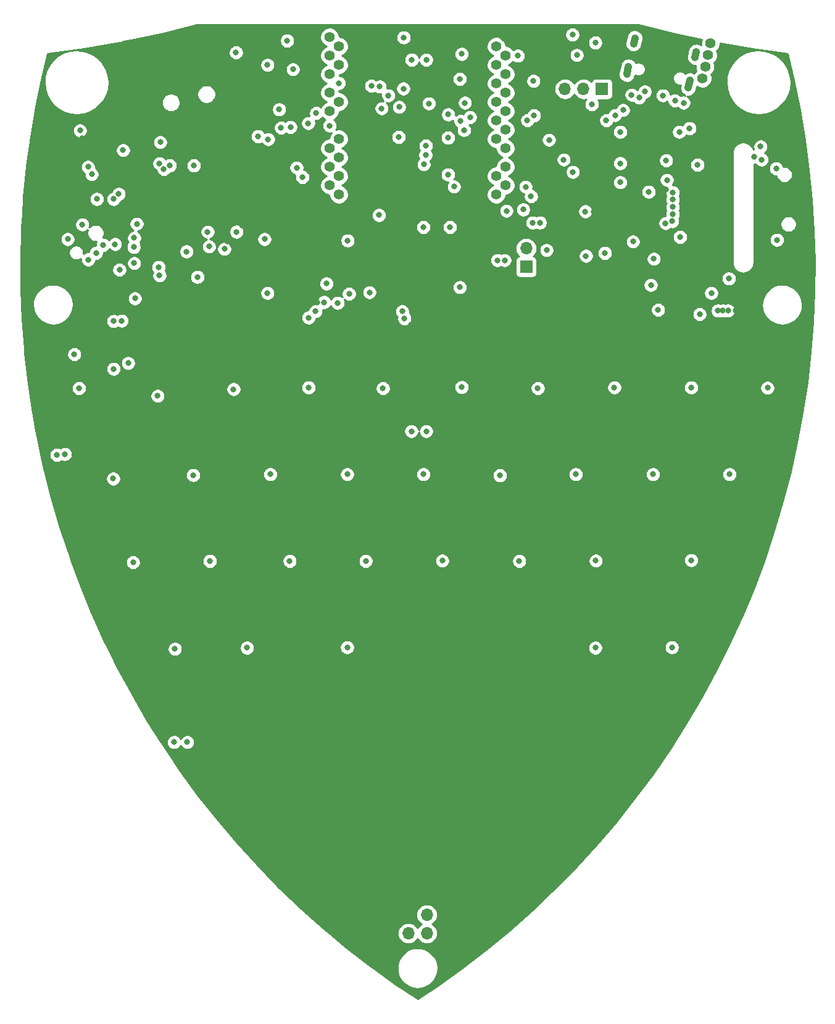
<source format=gbr>
G04 #@! TF.GenerationSoftware,KiCad,Pcbnew,5.0.2-1.fc29*
G04 #@! TF.CreationDate,2019-02-25T04:27:57+01:00*
G04 #@! TF.ProjectId,tr19-badge,74723139-2d62-4616-9467-652e6b696361,rev?*
G04 #@! TF.SameCoordinates,Original*
G04 #@! TF.FileFunction,Copper,L2,Inr*
G04 #@! TF.FilePolarity,Positive*
%FSLAX46Y46*%
G04 Gerber Fmt 4.6, Leading zero omitted, Abs format (unit mm)*
G04 Created by KiCad (PCBNEW 5.0.2-1.fc29) date Mon 25 Feb 2019 04:27:57 CET*
%MOMM*%
%LPD*%
G01*
G04 APERTURE LIST*
G04 #@! TA.AperFunction,ViaPad*
%ADD10R,1.700000X1.700000*%
G04 #@! TD*
G04 #@! TA.AperFunction,ViaPad*
%ADD11O,1.700000X1.700000*%
G04 #@! TD*
G04 #@! TA.AperFunction,ViaPad*
%ADD12C,1.400000*%
G04 #@! TD*
G04 #@! TA.AperFunction,ViaPad*
%ADD13C,1.000000*%
G04 #@! TD*
G04 #@! TA.AperFunction,Conductor*
%ADD14C,1.000000*%
G04 #@! TD*
G04 #@! TA.AperFunction,ViaPad*
%ADD15C,0.800000*%
G04 #@! TD*
G04 #@! TA.AperFunction,Conductor*
%ADD16C,0.250000*%
G04 #@! TD*
G04 APERTURE END LIST*
D10*
G04 #@! TO.N,+3V3*
G04 #@! TO.C,J6*
X-1270000Y12330000D03*
D11*
G04 #@! TO.N,/SDA*
X1270000Y12330000D03*
G04 #@! TO.N,GND*
X-1270000Y9790000D03*
G04 #@! TO.N,/SCL*
X1270000Y9790000D03*
G04 #@! TD*
D12*
G04 #@! TO.N,/GV_SIG0_DIV*
G04 #@! TO.C,TP2*
X12065000Y130175000D03*
G04 #@! TD*
G04 #@! TO.N,/EN*
G04 #@! TO.C,TP3*
X10795000Y131445000D03*
G04 #@! TD*
G04 #@! TO.N,/BTN_INT*
G04 #@! TO.C,TP1*
X10795000Y128905000D03*
G04 #@! TD*
G04 #@! TO.N,/IO0*
G04 #@! TO.C,TP4*
X-12065000Y117475000D03*
G04 #@! TD*
G04 #@! TO.N,/IO2_SD_DAT0*
G04 #@! TO.C,TP5*
X-10795000Y116205000D03*
G04 #@! TD*
G04 #@! TO.N,/SDA*
G04 #@! TO.C,TP6*
X-10795000Y118745000D03*
G04 #@! TD*
G04 #@! TO.N,/SCL*
G04 #@! TO.C,TP7*
X-12065000Y122555000D03*
G04 #@! TD*
G04 #@! TO.N,/_reserved_*
G04 #@! TO.C,TP8*
X12065000Y117475000D03*
G04 #@! TD*
G04 #@! TO.N,/BUSY*
G04 #@! TO.C,TP9*
X12065000Y114935000D03*
G04 #@! TD*
G04 #@! TO.N,/SD_CLK*
G04 #@! TO.C,TP10*
X10795000Y118745000D03*
G04 #@! TD*
G04 #@! TO.N,/SD_CMD*
G04 #@! TO.C,TP11*
X-12065000Y114935000D03*
G04 #@! TD*
G04 #@! TO.N,/SCK*
G04 #@! TO.C,TP12*
X-10795000Y123825000D03*
G04 #@! TD*
G04 #@! TO.N,/LED*
G04 #@! TO.C,TP13*
X-12065000Y125095000D03*
G04 #@! TD*
G04 #@! TO.N,/ACCEL_INT*
G04 #@! TO.C,TP14*
X-12065000Y127635000D03*
G04 #@! TD*
G04 #@! TO.N,/LED_DIN*
G04 #@! TO.C,TP15*
X-10795000Y131445000D03*
G04 #@! TD*
G04 #@! TO.N,/MOSI*
G04 #@! TO.C,TP16*
X-12065000Y132715000D03*
G04 #@! TD*
G04 #@! TO.N,/~CS~*
G04 #@! TO.C,TP17*
X12065000Y122555000D03*
G04 #@! TD*
G04 #@! TO.N,/_reserved_gpio7*
G04 #@! TO.C,TP18*
X-12065000Y112395000D03*
G04 #@! TD*
G04 #@! TO.N,/_reserved_gpio8*
G04 #@! TO.C,TP19*
X-10795000Y113665000D03*
G04 #@! TD*
G04 #@! TO.N,/_reserved_gpio9*
G04 #@! TO.C,TP20*
X10795000Y113665000D03*
G04 #@! TD*
G04 #@! TO.N,/_reserved_gpio10*
G04 #@! TO.C,TP21*
X12065000Y112395000D03*
G04 #@! TD*
G04 #@! TO.N,/_reserved_gpio11*
G04 #@! TO.C,TP22*
X10795000Y111125000D03*
G04 #@! TD*
G04 #@! TO.N,/_reserved_gpio6*
G04 #@! TO.C,TP23*
X-10795000Y111125000D03*
G04 #@! TD*
G04 #@! TO.N,/RXD0*
G04 #@! TO.C,TP24*
X-10795000Y128905000D03*
G04 #@! TD*
G04 #@! TO.N,/TXD0*
G04 #@! TO.C,TP25*
X-12065000Y130175000D03*
G04 #@! TD*
G04 #@! TO.N,/KEY_INT0*
G04 #@! TO.C,TP26*
X10795000Y126365000D03*
G04 #@! TD*
G04 #@! TO.N,/KEY_INT1*
G04 #@! TO.C,TP27*
X12065000Y127635000D03*
G04 #@! TD*
G04 #@! TO.N,/32K_XN*
G04 #@! TO.C,TP28*
X10795000Y123825000D03*
G04 #@! TD*
G04 #@! TO.N,/32K_XP*
G04 #@! TO.C,TP29*
X12065000Y125095000D03*
G04 #@! TD*
G04 #@! TO.N,/~DC~*
G04 #@! TO.C,TP30*
X12065000Y120015000D03*
G04 #@! TD*
G04 #@! TO.N,/GV_SIG1*
G04 #@! TO.C,TP31*
X10795000Y121285000D03*
G04 #@! TD*
G04 #@! TO.N,+3V3*
G04 #@! TO.C,TP35*
X12065000Y132715000D03*
G04 #@! TD*
D11*
G04 #@! TO.N,+BATT*
G04 #@! TO.C,JP1*
X14900000Y103740000D03*
D10*
X14900000Y101200000D03*
G04 #@! TD*
D13*
G04 #@! TO.N,GND*
G04 #@! TO.C,J2*
X28824181Y128146871D03*
D14*
X28943223Y128683834D02*
X28705139Y127609908D01*
D13*
X37259379Y126276833D03*
D14*
X37378421Y126813796D02*
X37140337Y125739870D01*
D13*
X29722406Y132198500D03*
D14*
X29808982Y132589018D02*
X29635830Y131807982D01*
D13*
X38157603Y130328461D03*
D14*
X38244179Y130718979D02*
X38071027Y129937943D01*
G04 #@! TD*
D12*
G04 #@! TO.N,GND*
G04 #@! TO.C,TP36*
X39090000Y127050000D03*
G04 #@! TD*
G04 #@! TO.N,/USB_DN*
G04 #@! TO.C,TP37*
X39860000Y130250000D03*
G04 #@! TD*
G04 #@! TO.N,VBUS*
G04 #@! TO.C,TP38*
X40200000Y131850000D03*
G04 #@! TD*
G04 #@! TO.N,/USB_DP*
G04 #@! TO.C,TP39*
X39450000Y128640000D03*
G04 #@! TD*
D10*
G04 #@! TO.N,+VSW*
G04 #@! TO.C,J7*
X25300000Y125600000D03*
D11*
G04 #@! TO.N,Net-(D17-Pad2)*
X22760000Y125600000D03*
G04 #@! TO.N,GND*
X20220000Y125600000D03*
G04 #@! TD*
D15*
G04 #@! TO.N,GND*
X27800000Y115400000D03*
X27800000Y112800000D03*
X17700000Y103500000D03*
X10950000Y102100000D03*
X11950000Y102100000D03*
X-46300000Y119900000D03*
X-35400000Y100025010D03*
X-40900000Y100800000D03*
X34200000Y113100000D03*
X27800000Y119700000D03*
X41200000Y95200000D03*
X41900000Y95200000D03*
X42600000Y95200000D03*
X32000000Y98700000D03*
X23000000Y108799979D03*
X30400000Y124400000D03*
X-12500000Y98900000D03*
X35300000Y124000000D03*
X37300000Y120200000D03*
X38700000Y94700000D03*
X-20600000Y97600000D03*
X-21000000Y105000000D03*
X-5300000Y108300000D03*
X-9600000Y104800000D03*
X-30200000Y99800000D03*
X-31699999Y103300001D03*
X-35300000Y118300000D03*
X-44000000Y110500000D03*
X-19000000Y122800000D03*
X21850000Y130250000D03*
X1200000Y129600000D03*
X-47100000Y89200000D03*
X49300000Y104900000D03*
X13750000Y130150000D03*
X6050000Y130400000D03*
X-6600000Y97700000D03*
X-41514853Y104314853D03*
X34027739Y107180711D03*
X49200000Y114700000D03*
X-24900000Y130599990D03*
G04 #@! TO.N,+3V3*
X45000000Y95200000D03*
X44300000Y95200000D03*
X43600000Y95200000D03*
X-47000000Y106000054D03*
X51800000Y118200000D03*
X-32400000Y96400000D03*
X-31300000Y101100000D03*
X-46000000Y118800000D03*
X-33700000Y108800000D03*
X34074029Y111800324D03*
X50300000Y110425000D03*
X-24100000Y106900000D03*
X-26150000Y104700000D03*
X-37800000Y116100000D03*
X25100000Y108799979D03*
X24200000Y108800000D03*
X-21600000Y112700000D03*
X-9400000Y101600000D03*
X-18300000Y94800000D03*
X45200000Y83500000D03*
X34500000Y83500000D03*
X24200000Y83500000D03*
X13800000Y83400000D03*
X3300000Y83700000D03*
X-7400000Y83300000D03*
X-14300000Y81900000D03*
X-24300000Y81900000D03*
X-33600000Y81700000D03*
X-47900000Y80650000D03*
X-44000000Y71300000D03*
X-33500000Y71400000D03*
X-23000000Y71400000D03*
X-8800000Y70200000D03*
X1800000Y70600000D03*
X8200000Y71500000D03*
X18800000Y71400000D03*
X29400000Y71400000D03*
X39900000Y71500000D03*
X34600000Y59600000D03*
X21400000Y59600000D03*
X11000000Y59600000D03*
X400000Y59400000D03*
X-10100000Y59500000D03*
X-20700000Y59500000D03*
X-31500000Y59500000D03*
X-42300000Y59500000D03*
X-26500000Y47100000D03*
X-12800000Y47300000D03*
X21500000Y47700000D03*
X32000000Y47700000D03*
X-2400000Y96400000D03*
X-900000Y93300000D03*
X-13800000Y96300000D03*
X-41600000Y88400000D03*
X-18400000Y126600000D03*
X35300000Y122100000D03*
X21571232Y128728768D03*
X-36200000Y47100000D03*
X-7000000Y95100010D03*
G04 #@! TO.N,/EN*
X15970000Y121960000D03*
X15900000Y126700000D03*
G04 #@! TO.N,/GV_SIG0_DIV*
X-39700000Y88000000D03*
X5900000Y121200000D03*
X6500000Y123700000D03*
X5800000Y126959990D03*
G04 #@! TO.N,/SCL*
X-38887340Y101712660D03*
X-24839513Y106008766D03*
X-41693752Y93760494D03*
X-28600000Y104000000D03*
X-28800000Y106000000D03*
X-45200000Y114900000D03*
X-49500000Y75400000D03*
X1550000Y123600000D03*
G04 #@! TO.N,/SDA*
X-38768856Y96868826D03*
X-35530002Y101150000D03*
X-40600000Y93799998D03*
X-44700000Y113900000D03*
X-48400000Y75500000D03*
G04 #@! TO.N,/GV_SIG1*
X-41700000Y87200000D03*
G04 #@! TO.N,/JOY_PUSH*
X-44100000Y103100000D03*
G04 #@! TO.N,/BTN_B*
X47200000Y115900000D03*
X-20500000Y118700000D03*
X4441888Y106638876D03*
G04 #@! TO.N,/BUSY*
X16786452Y107250010D03*
G04 #@! TO.N,/~DC~*
X35012660Y109412660D03*
X6374990Y119950003D03*
G04 #@! TO.N,/~CS~*
X35013679Y110412671D03*
G04 #@! TO.N,/IO0*
X20050000Y115900000D03*
X15786154Y107250010D03*
G04 #@! TO.N,/JOY_D*
X-46000000Y107000000D03*
X-30700000Y115100000D03*
G04 #@! TO.N,/BTN_A*
X47050000Y117700000D03*
X5000000Y112200000D03*
X-2600000Y119000000D03*
G04 #@! TO.N,/SCK*
X14500022Y109066042D03*
X34999826Y111412587D03*
G04 #@! TO.N,/JOY_A*
X-45174990Y102197468D03*
G04 #@! TO.N,/JOY_B*
X-48000000Y105000000D03*
G04 #@! TO.N,/RXD0*
X-6337340Y126037340D03*
X27100000Y122000000D03*
G04 #@! TO.N,/TXD0*
X-4000000Y124700000D03*
X-5196068Y125921387D03*
X12200155Y108875165D03*
X25900000Y121300000D03*
G04 #@! TO.N,/JOY_C*
X-43150000Y104200000D03*
G04 #@! TO.N,/MOSI*
X15569730Y110872541D03*
G04 #@! TO.N,VBUS*
X29360000Y124790000D03*
X36500000Y123700000D03*
X38400000Y115200000D03*
G04 #@! TO.N,+BATT*
X42700000Y99600000D03*
X33000000Y95300000D03*
G04 #@! TO.N,/PREVGL*
X34100000Y115800000D03*
X21300000Y114200000D03*
G04 #@! TO.N,/USB_DN*
X31180000Y125250000D03*
X33660000Y124700000D03*
G04 #@! TO.N,/PREVGH*
X25700000Y103100000D03*
G04 #@! TO.N,/~PWR_EN~*
X5800000Y98400000D03*
X-21900000Y119100000D03*
X-16600000Y114800000D03*
G04 #@! TO.N,/RTS*
X15050000Y121300000D03*
X23900000Y123500000D03*
G04 #@! TO.N,/DTR*
X18030000Y118610000D03*
X28200000Y122700000D03*
G04 #@! TO.N,/GDR*
X23100000Y102700000D03*
X29554626Y104674981D03*
G04 #@! TO.N,/BTN_START*
X-40400000Y117200000D03*
G04 #@! TO.N,Net-(D14-Pad2)*
X-17100000Y128300000D03*
X-10800000Y126400000D03*
X-1900000Y132650010D03*
X-800006Y129600000D03*
G04 #@! TO.N,/SD_CMD*
X-38524988Y107099999D03*
X-15800000Y113500000D03*
G04 #@! TO.N,/SD_CLK*
X4200000Y122100000D03*
G04 #@! TO.N,/ACCEL_INT*
X-13900000Y122300000D03*
G04 #@! TO.N,/BTN_INT*
X-1950000Y125650000D03*
G04 #@! TO.N,/KEY_0*
X24400000Y48950000D03*
G04 #@! TO.N,/KEY_8*
X48000000Y84600000D03*
G04 #@! TO.N,/KEY_16*
X-23400000Y48950000D03*
G04 #@! TO.N,/KEY_24*
X-25245659Y84418579D03*
G04 #@! TO.N,/KEY_1*
X34900000Y49000000D03*
G04 #@! TO.N,/KEY_9*
X37550000Y84650000D03*
G04 #@! TO.N,/KEY_17*
X-28500000Y60850000D03*
G04 #@! TO.N,/KEY_25*
X-20200000Y72750000D03*
G04 #@! TO.N,/KEY_2*
X13950000Y60850000D03*
G04 #@! TO.N,/KEY_10*
X27000000Y84650000D03*
G04 #@! TO.N,/KEY_18*
X-30777305Y72622695D03*
G04 #@! TO.N,/KEY_26*
X-17550000Y60850000D03*
G04 #@! TO.N,/KEY_3*
X24450000Y60900000D03*
G04 #@! TO.N,/KEY_11*
X16500000Y84550000D03*
G04 #@! TO.N,/KEY_19*
X-35667638Y83504918D03*
G04 #@! TO.N,/KEY_27*
X-9650000Y49000000D03*
G04 #@! TO.N,/KEY_4*
X37550000Y60950000D03*
G04 #@! TO.N,/KEY_12*
X6050000Y84700000D03*
G04 #@! TO.N,/KEY_20*
X-33300000Y48800000D03*
G04 #@! TO.N,/KEY_28*
X-14950000Y84650000D03*
G04 #@! TO.N,/KEY_5*
X11300000Y72600000D03*
X1200000Y78650000D03*
G04 #@! TO.N,/KEY_13*
X42800000Y72750000D03*
G04 #@! TO.N,/KEY_21*
X-39027305Y60672695D03*
G04 #@! TO.N,/KEY_29*
X-9650000Y72750000D03*
G04 #@! TO.N,/KEY_6*
X3400000Y60900000D03*
G04 #@! TO.N,/KEY_14*
X32300000Y72750000D03*
G04 #@! TO.N,/KEY_22*
X-41752305Y72147695D03*
G04 #@! TO.N,/KEY_30*
X-7100000Y60850000D03*
G04 #@! TO.N,/KEY_7*
X800000Y72750000D03*
G04 #@! TO.N,/KEY_15*
X21700000Y72750000D03*
G04 #@! TO.N,/KEY_23*
X-46450000Y84550000D03*
G04 #@! TO.N,/KEY_31*
X-4750010Y84544145D03*
G04 #@! TO.N,/SCL*
X1140593Y117828182D03*
X-33400000Y36000000D03*
X-1800000Y94100000D03*
X-14944201Y94239220D03*
X-41000000Y111200000D03*
G04 #@! TO.N,/BTN_INT*
X-15000000Y120900010D03*
G04 #@! TO.N,/SDA*
X1100000Y116549998D03*
X-31600000Y36000000D03*
X-2100000Y95100000D03*
X-26499993Y103650003D03*
X-14000000Y95099984D03*
X-41700000Y110500000D03*
G04 #@! TO.N,/JOY_PUSH*
X-35400000Y115374992D03*
G04 #@! TO.N,/BTN_B*
X800000Y106650000D03*
G04 #@! TO.N,/BUSY*
X34936688Y107456997D03*
G04 #@! TO.N,/~CS~*
X7200000Y121724990D03*
G04 #@! TO.N,/IO0*
X-17427305Y120372695D03*
X35000327Y108404876D03*
G04 #@! TO.N,/JOY_D*
X-34000000Y115100031D03*
G04 #@! TO.N,/BTN_A*
X-18722695Y120277305D03*
G04 #@! TO.N,/RXD0*
X14822695Y112177305D03*
X-4927305Y122927305D03*
G04 #@! TO.N,/JOY_C*
X-34816868Y114615006D03*
G04 #@! TO.N,/MOSI*
X31700000Y111487692D03*
G04 #@! TO.N,+VSW*
X21250000Y133049998D03*
X24400000Y131950000D03*
X35900000Y119700000D03*
X46200000Y116300000D03*
X32400000Y102300000D03*
X40300000Y97600000D03*
G04 #@! TO.N,/PREVGH*
X36010157Y105289847D03*
G04 #@! TO.N,Net-(D13-Pad2)*
X-17900000Y132224996D03*
X-20600000Y128900000D03*
G04 #@! TO.N,/SD_CLK*
X-38874959Y105178185D03*
X4175010Y118909944D03*
G04 #@! TO.N,/IO2_SD_DAT0*
X-38925009Y103924993D03*
G04 #@! TO.N,/_reserved_gpio9*
X4175034Y113859177D03*
G04 #@! TO.N,/BTN_INT*
X-2522695Y123122695D03*
G04 #@! TO.N,/KEY_5*
X-849935Y78649998D03*
G04 #@! TO.N,/KEY_31*
X-12825023Y96350000D03*
X-10975010Y96250000D03*
G04 #@! TO.N,/KEY_INT1*
X-12065000Y120560009D03*
G04 #@! TO.N,/KEY_INT0*
X-9400000Y97500000D03*
X850000Y115250000D03*
G04 #@! TD*
D16*
G04 #@! TO.N,+3V3*
G36*
X35360911Y133153381D02*
X35362046Y133153127D01*
X35363204Y133152836D01*
X35380455Y133149008D01*
X38992418Y132397033D01*
X38925919Y132236488D01*
X38875000Y131980501D01*
X38875000Y131719499D01*
X38889475Y131646727D01*
X38699461Y131753686D01*
X38488852Y131822625D01*
X38268840Y131849152D01*
X38047881Y131832247D01*
X37834465Y131772560D01*
X37636793Y131672385D01*
X37462464Y131535570D01*
X37318175Y131367374D01*
X37209472Y131174261D01*
X37157808Y131016427D01*
X36960733Y130127484D01*
X36940853Y129962604D01*
X36957758Y129741645D01*
X37017446Y129528229D01*
X37117621Y129330557D01*
X37254436Y129156228D01*
X37422631Y129011939D01*
X37615745Y128903236D01*
X37826354Y128834297D01*
X38046366Y128807769D01*
X38133743Y128814454D01*
X38125000Y128770501D01*
X38125000Y128509499D01*
X38175919Y128253512D01*
X38247525Y128080640D01*
X38245362Y128079195D01*
X38060805Y127894638D01*
X37976333Y127768216D01*
X37833702Y127848503D01*
X37623093Y127917442D01*
X37403082Y127943969D01*
X37182121Y127927064D01*
X36968707Y127867377D01*
X36771035Y127767201D01*
X36686444Y127700814D01*
X36646495Y127749491D01*
X36501839Y127868208D01*
X36336802Y127956422D01*
X36157726Y128010744D01*
X36018159Y128024490D01*
X35924829Y128024490D01*
X35785262Y128010744D01*
X35606186Y127956422D01*
X35441149Y127868208D01*
X35296493Y127749491D01*
X35177776Y127604835D01*
X35089562Y127439798D01*
X35035240Y127260722D01*
X35016898Y127074490D01*
X35035240Y126888258D01*
X35089562Y126709182D01*
X35177776Y126544145D01*
X35296493Y126399489D01*
X35441149Y126280772D01*
X35606186Y126192558D01*
X35785262Y126138236D01*
X35924829Y126124490D01*
X36018159Y126124490D01*
X36074522Y126130041D01*
X36030043Y125929410D01*
X36010163Y125764531D01*
X36027069Y125543571D01*
X36086756Y125330156D01*
X36186931Y125132484D01*
X36323746Y124958155D01*
X36491942Y124813866D01*
X36676515Y124709970D01*
X36600954Y124725000D01*
X36399046Y124725000D01*
X36201018Y124685610D01*
X36102041Y124644613D01*
X36096170Y124653400D01*
X35953400Y124796170D01*
X35785520Y124908344D01*
X35598982Y124985610D01*
X35400954Y125025000D01*
X35199046Y125025000D01*
X35001018Y124985610D01*
X34814480Y124908344D01*
X34681335Y124819379D01*
X34645610Y124998982D01*
X34568344Y125185520D01*
X34456170Y125353400D01*
X34313400Y125496170D01*
X34145520Y125608344D01*
X33958982Y125685610D01*
X33760954Y125725000D01*
X33559046Y125725000D01*
X33361018Y125685610D01*
X33174480Y125608344D01*
X33006600Y125496170D01*
X32863830Y125353400D01*
X32751656Y125185520D01*
X32674390Y124998982D01*
X32635000Y124800954D01*
X32635000Y124599046D01*
X32674390Y124401018D01*
X32751656Y124214480D01*
X32863830Y124046600D01*
X33006600Y123903830D01*
X33174480Y123791656D01*
X33361018Y123714390D01*
X33559046Y123675000D01*
X33760954Y123675000D01*
X33958982Y123714390D01*
X34145520Y123791656D01*
X34278665Y123880621D01*
X34314390Y123701018D01*
X34391656Y123514480D01*
X34503830Y123346600D01*
X34646600Y123203830D01*
X34814480Y123091656D01*
X35001018Y123014390D01*
X35199046Y122975000D01*
X35400954Y122975000D01*
X35598982Y123014390D01*
X35697959Y123055387D01*
X35703830Y123046600D01*
X35846600Y122903830D01*
X36014480Y122791656D01*
X36201018Y122714390D01*
X36399046Y122675000D01*
X36600954Y122675000D01*
X36798982Y122714390D01*
X36985520Y122791656D01*
X37153400Y122903830D01*
X37296170Y123046600D01*
X37408344Y123214480D01*
X37485610Y123401018D01*
X37525000Y123599046D01*
X37525000Y123800954D01*
X37485610Y123998982D01*
X37408344Y124185520D01*
X37296170Y124353400D01*
X37153400Y124496170D01*
X36985520Y124608344D01*
X36927469Y124632389D01*
X37115676Y124609696D01*
X37336636Y124626602D01*
X37550051Y124686289D01*
X37747723Y124786464D01*
X37922052Y124923279D01*
X38066341Y125091475D01*
X38175044Y125284588D01*
X38226708Y125442422D01*
X38340796Y125957038D01*
X38462377Y125875800D01*
X38703512Y125775919D01*
X38959499Y125725000D01*
X39220501Y125725000D01*
X39476488Y125775919D01*
X39717623Y125875800D01*
X39934638Y126020805D01*
X40119195Y126205362D01*
X40264200Y126422377D01*
X40270645Y126437938D01*
X42332114Y126437938D01*
X42428815Y125575833D01*
X42691124Y124748928D01*
X43109052Y123988722D01*
X43666677Y123324169D01*
X44342762Y122780583D01*
X45111555Y122378668D01*
X45943771Y122133733D01*
X46807713Y122055108D01*
X47670472Y122145788D01*
X48499188Y122402318D01*
X49262293Y122814928D01*
X49930723Y123367901D01*
X50479016Y124040175D01*
X50886288Y124806142D01*
X51137027Y125636628D01*
X51221681Y126500000D01*
X51219948Y126624112D01*
X51111220Y127484783D01*
X50837391Y128307944D01*
X50408890Y129062242D01*
X49842040Y129718944D01*
X49158431Y130253038D01*
X48384102Y130644179D01*
X47548547Y130877470D01*
X46683592Y130944025D01*
X45822182Y130841308D01*
X44997130Y130573232D01*
X44239859Y130150008D01*
X43579216Y129587756D01*
X43040362Y128907893D01*
X42643825Y128136314D01*
X42404706Y127302408D01*
X42332114Y126437938D01*
X40270645Y126437938D01*
X40364081Y126663512D01*
X40415000Y126919499D01*
X40415000Y127180501D01*
X40364081Y127436488D01*
X40292475Y127609360D01*
X40294638Y127610805D01*
X40479195Y127795362D01*
X40624200Y128012377D01*
X40724081Y128253512D01*
X40775000Y128509499D01*
X40775000Y128770501D01*
X40724081Y129026488D01*
X40656826Y129188858D01*
X40704638Y129220805D01*
X40889195Y129405362D01*
X41034200Y129622377D01*
X41134081Y129863512D01*
X41185000Y130119499D01*
X41185000Y130380501D01*
X41134081Y130636488D01*
X41053899Y130830066D01*
X41229195Y131005362D01*
X41374200Y131222377D01*
X41474081Y131463512D01*
X41525000Y131719499D01*
X41525000Y131897667D01*
X45886921Y131123799D01*
X45888077Y131123612D01*
X45889243Y131123391D01*
X45906690Y131120593D01*
X50738894Y130410446D01*
X51608033Y126793019D01*
X52439124Y122711732D01*
X53127266Y118603985D01*
X53671635Y114474682D01*
X54071559Y110328931D01*
X54326555Y106171729D01*
X54436313Y102008134D01*
X54400697Y97843313D01*
X54219750Y93682218D01*
X53893696Y89529986D01*
X53422928Y85391663D01*
X52808024Y81272302D01*
X52049720Y77176861D01*
X51148965Y73110447D01*
X50106838Y69077921D01*
X48924607Y65084210D01*
X47603720Y61134194D01*
X46145789Y57232694D01*
X44552578Y53384436D01*
X42826038Y49594128D01*
X40968282Y45866413D01*
X38981551Y42205778D01*
X36868259Y38616681D01*
X34631025Y35103568D01*
X32272536Y31670657D01*
X29795677Y28322147D01*
X27203463Y25062116D01*
X24499062Y21894546D01*
X21685758Y18823281D01*
X18766982Y15852072D01*
X15746301Y12984546D01*
X12627355Y10224162D01*
X9414004Y7574334D01*
X6110105Y5038244D01*
X2719219Y2618651D01*
X788Y811119D01*
X-3098763Y2880764D01*
X-5990277Y4960976D01*
X-2794729Y4960976D01*
X-2733924Y4418887D01*
X-2568984Y3898932D01*
X-2306193Y3420917D01*
X-1955560Y3003049D01*
X-1530440Y2661244D01*
X-1047026Y2408521D01*
X-523732Y2254507D01*
X19512Y2205068D01*
X562012Y2262087D01*
X1083105Y2423392D01*
X1562943Y2682840D01*
X1983249Y3030547D01*
X2328014Y3453271D01*
X2584105Y3934908D01*
X2741769Y4457115D01*
X2794999Y5000000D01*
X2793909Y5078041D01*
X2725541Y5619228D01*
X2553359Y6136829D01*
X2283919Y6611128D01*
X1927486Y7024060D01*
X1497635Y7359897D01*
X1010740Y7605845D01*
X485346Y7752538D01*
X-58535Y7794387D01*
X-600186Y7729799D01*
X-1118977Y7561234D01*
X-1595145Y7295112D01*
X-2010556Y6941570D01*
X-2349385Y6514074D01*
X-2598726Y6028908D01*
X-2749083Y5504551D01*
X-2794729Y4960976D01*
X-5990277Y4960976D01*
X-6479730Y5313098D01*
X-9773771Y7861961D01*
X-12093468Y9790000D01*
X-2752136Y9790000D01*
X-2723657Y9500850D01*
X-2639315Y9222811D01*
X-2502351Y8966569D01*
X-2318028Y8741972D01*
X-2093431Y8557649D01*
X-1837189Y8420685D01*
X-1559150Y8336343D01*
X-1342452Y8315000D01*
X-1197548Y8315000D01*
X-980850Y8336343D01*
X-702811Y8420685D01*
X-446569Y8557649D01*
X-221972Y8741972D01*
X-37649Y8966569D01*
X0Y9037005D01*
X37649Y8966569D01*
X221972Y8741972D01*
X446569Y8557649D01*
X702811Y8420685D01*
X980850Y8336343D01*
X1197548Y8315000D01*
X1342452Y8315000D01*
X1559150Y8336343D01*
X1837189Y8420685D01*
X2093431Y8557649D01*
X2318028Y8741972D01*
X2502351Y8966569D01*
X2639315Y9222811D01*
X2723657Y9500850D01*
X2752136Y9790000D01*
X2723657Y10079150D01*
X2639315Y10357189D01*
X2502351Y10613431D01*
X2318028Y10838028D01*
X2093431Y11022351D01*
X2022995Y11060000D01*
X2093431Y11097649D01*
X2318028Y11281972D01*
X2502351Y11506569D01*
X2639315Y11762811D01*
X2723657Y12040850D01*
X2752136Y12330000D01*
X2723657Y12619150D01*
X2639315Y12897189D01*
X2502351Y13153431D01*
X2318028Y13378028D01*
X2093431Y13562351D01*
X1837189Y13699315D01*
X1559150Y13783657D01*
X1342452Y13805000D01*
X1197548Y13805000D01*
X980850Y13783657D01*
X702811Y13699315D01*
X446569Y13562351D01*
X221972Y13378028D01*
X37649Y13153431D01*
X-99315Y12897189D01*
X-183657Y12619150D01*
X-212136Y12330000D01*
X-183657Y12040850D01*
X-99315Y11762811D01*
X37649Y11506569D01*
X221972Y11281972D01*
X446569Y11097649D01*
X517005Y11060000D01*
X446569Y11022351D01*
X221972Y10838028D01*
X37649Y10613431D01*
X0Y10542995D01*
X-37649Y10613431D01*
X-221972Y10838028D01*
X-446569Y11022351D01*
X-702811Y11159315D01*
X-980850Y11243657D01*
X-1197548Y11265000D01*
X-1342452Y11265000D01*
X-1559150Y11243657D01*
X-1837189Y11159315D01*
X-2093431Y11022351D01*
X-2318028Y10838028D01*
X-2502351Y10613431D01*
X-2639315Y10357189D01*
X-2723657Y10079150D01*
X-2752136Y9790000D01*
X-12093468Y9790000D01*
X-12976858Y10524238D01*
X-16085080Y13296678D01*
X-19094616Y16175869D01*
X-22001875Y19158378D01*
X-24803276Y22240534D01*
X-27495375Y25418546D01*
X-30074939Y28688592D01*
X-32538800Y32046662D01*
X-34883986Y35488704D01*
X-35270556Y36100954D01*
X-34425000Y36100954D01*
X-34425000Y35899046D01*
X-34385610Y35701018D01*
X-34308344Y35514480D01*
X-34196170Y35346600D01*
X-34053400Y35203830D01*
X-33885520Y35091656D01*
X-33698982Y35014390D01*
X-33500954Y34975000D01*
X-33299046Y34975000D01*
X-33101018Y35014390D01*
X-32914480Y35091656D01*
X-32746600Y35203830D01*
X-32603830Y35346600D01*
X-32500000Y35501992D01*
X-32396170Y35346600D01*
X-32253400Y35203830D01*
X-32085520Y35091656D01*
X-31898982Y35014390D01*
X-31700954Y34975000D01*
X-31499046Y34975000D01*
X-31301018Y35014390D01*
X-31114480Y35091656D01*
X-30946600Y35203830D01*
X-30803830Y35346600D01*
X-30691656Y35514480D01*
X-30614390Y35701018D01*
X-30575000Y35899046D01*
X-30575000Y36100954D01*
X-30614390Y36298982D01*
X-30691656Y36485520D01*
X-30803830Y36653400D01*
X-30946600Y36796170D01*
X-31114480Y36908344D01*
X-31301018Y36985610D01*
X-31499046Y37025000D01*
X-31700954Y37025000D01*
X-31898982Y36985610D01*
X-32085520Y36908344D01*
X-32253400Y36796170D01*
X-32396170Y36653400D01*
X-32500000Y36498008D01*
X-32603830Y36653400D01*
X-32746600Y36796170D01*
X-32914480Y36908344D01*
X-33101018Y36985610D01*
X-33299046Y37025000D01*
X-33500954Y37025000D01*
X-33698982Y36985610D01*
X-33885520Y36908344D01*
X-34053400Y36796170D01*
X-34196170Y36653400D01*
X-34308344Y36485520D01*
X-34385610Y36298982D01*
X-34425000Y36100954D01*
X-35270556Y36100954D01*
X-37107591Y39010451D01*
X-39206948Y42607678D01*
X-41179494Y46276001D01*
X-42475003Y48900954D01*
X-34325000Y48900954D01*
X-34325000Y48699046D01*
X-34285610Y48501018D01*
X-34208344Y48314480D01*
X-34096170Y48146600D01*
X-33953400Y48003830D01*
X-33785520Y47891656D01*
X-33598982Y47814390D01*
X-33400954Y47775000D01*
X-33199046Y47775000D01*
X-33001018Y47814390D01*
X-32814480Y47891656D01*
X-32646600Y48003830D01*
X-32503830Y48146600D01*
X-32391656Y48314480D01*
X-32314390Y48501018D01*
X-32275000Y48699046D01*
X-32275000Y48900954D01*
X-32304836Y49050954D01*
X-24425000Y49050954D01*
X-24425000Y48849046D01*
X-24385610Y48651018D01*
X-24308344Y48464480D01*
X-24196170Y48296600D01*
X-24053400Y48153830D01*
X-23885520Y48041656D01*
X-23698982Y47964390D01*
X-23500954Y47925000D01*
X-23299046Y47925000D01*
X-23101018Y47964390D01*
X-22914480Y48041656D01*
X-22746600Y48153830D01*
X-22603830Y48296600D01*
X-22491656Y48464480D01*
X-22414390Y48651018D01*
X-22375000Y48849046D01*
X-22375000Y49050954D01*
X-22384945Y49100954D01*
X-10675000Y49100954D01*
X-10675000Y48899046D01*
X-10635610Y48701018D01*
X-10558344Y48514480D01*
X-10446170Y48346600D01*
X-10303400Y48203830D01*
X-10135520Y48091656D01*
X-9948982Y48014390D01*
X-9750954Y47975000D01*
X-9549046Y47975000D01*
X-9351018Y48014390D01*
X-9164480Y48091656D01*
X-8996600Y48203830D01*
X-8853830Y48346600D01*
X-8741656Y48514480D01*
X-8664390Y48701018D01*
X-8625000Y48899046D01*
X-8625000Y49050954D01*
X23375000Y49050954D01*
X23375000Y48849046D01*
X23414390Y48651018D01*
X23491656Y48464480D01*
X23603830Y48296600D01*
X23746600Y48153830D01*
X23914480Y48041656D01*
X24101018Y47964390D01*
X24299046Y47925000D01*
X24500954Y47925000D01*
X24698982Y47964390D01*
X24885520Y48041656D01*
X25053400Y48153830D01*
X25196170Y48296600D01*
X25308344Y48464480D01*
X25385610Y48651018D01*
X25425000Y48849046D01*
X25425000Y49050954D01*
X25415055Y49100954D01*
X33875000Y49100954D01*
X33875000Y48899046D01*
X33914390Y48701018D01*
X33991656Y48514480D01*
X34103830Y48346600D01*
X34246600Y48203830D01*
X34414480Y48091656D01*
X34601018Y48014390D01*
X34799046Y47975000D01*
X35000954Y47975000D01*
X35198982Y48014390D01*
X35385520Y48091656D01*
X35553400Y48203830D01*
X35696170Y48346600D01*
X35808344Y48514480D01*
X35885610Y48701018D01*
X35925000Y48899046D01*
X35925000Y49100954D01*
X35885610Y49298982D01*
X35808344Y49485520D01*
X35696170Y49653400D01*
X35553400Y49796170D01*
X35385520Y49908344D01*
X35198982Y49985610D01*
X35000954Y50025000D01*
X34799046Y50025000D01*
X34601018Y49985610D01*
X34414480Y49908344D01*
X34246600Y49796170D01*
X34103830Y49653400D01*
X33991656Y49485520D01*
X33914390Y49298982D01*
X33875000Y49100954D01*
X25415055Y49100954D01*
X25385610Y49248982D01*
X25308344Y49435520D01*
X25196170Y49603400D01*
X25053400Y49746170D01*
X24885520Y49858344D01*
X24698982Y49935610D01*
X24500954Y49975000D01*
X24299046Y49975000D01*
X24101018Y49935610D01*
X23914480Y49858344D01*
X23746600Y49746170D01*
X23603830Y49603400D01*
X23491656Y49435520D01*
X23414390Y49248982D01*
X23375000Y49050954D01*
X-8625000Y49050954D01*
X-8625000Y49100954D01*
X-8664390Y49298982D01*
X-8741656Y49485520D01*
X-8853830Y49653400D01*
X-8996600Y49796170D01*
X-9164480Y49908344D01*
X-9351018Y49985610D01*
X-9549046Y50025000D01*
X-9750954Y50025000D01*
X-9948982Y49985610D01*
X-10135520Y49908344D01*
X-10303400Y49796170D01*
X-10446170Y49653400D01*
X-10558344Y49485520D01*
X-10635610Y49298982D01*
X-10675000Y49100954D01*
X-22384945Y49100954D01*
X-22414390Y49248982D01*
X-22491656Y49435520D01*
X-22603830Y49603400D01*
X-22746600Y49746170D01*
X-22914480Y49858344D01*
X-23101018Y49935610D01*
X-23299046Y49975000D01*
X-23500954Y49975000D01*
X-23698982Y49935610D01*
X-23885520Y49858344D01*
X-24053400Y49746170D01*
X-24196170Y49603400D01*
X-24308344Y49435520D01*
X-24385610Y49248982D01*
X-24425000Y49050954D01*
X-32304836Y49050954D01*
X-32314390Y49098982D01*
X-32391656Y49285520D01*
X-32503830Y49453400D01*
X-32646600Y49596170D01*
X-32814480Y49708344D01*
X-33001018Y49785610D01*
X-33199046Y49825000D01*
X-33400954Y49825000D01*
X-33598982Y49785610D01*
X-33785520Y49708344D01*
X-33953400Y49596170D01*
X-34096170Y49453400D01*
X-34208344Y49285520D01*
X-34285610Y49098982D01*
X-34325000Y48900954D01*
X-42475003Y48900954D01*
X-43022796Y50010888D01*
X-44734636Y53807844D01*
X-46312930Y57662254D01*
X-47461895Y60773649D01*
X-40052305Y60773649D01*
X-40052305Y60571741D01*
X-40012915Y60373713D01*
X-39935649Y60187175D01*
X-39823475Y60019295D01*
X-39680705Y59876525D01*
X-39512825Y59764351D01*
X-39326287Y59687085D01*
X-39128259Y59647695D01*
X-38926351Y59647695D01*
X-38728323Y59687085D01*
X-38541785Y59764351D01*
X-38373905Y59876525D01*
X-38231135Y60019295D01*
X-38118961Y60187175D01*
X-38041695Y60373713D01*
X-38002305Y60571741D01*
X-38002305Y60773649D01*
X-38037572Y60950954D01*
X-29525000Y60950954D01*
X-29525000Y60749046D01*
X-29485610Y60551018D01*
X-29408344Y60364480D01*
X-29296170Y60196600D01*
X-29153400Y60053830D01*
X-28985520Y59941656D01*
X-28798982Y59864390D01*
X-28600954Y59825000D01*
X-28399046Y59825000D01*
X-28201018Y59864390D01*
X-28014480Y59941656D01*
X-27846600Y60053830D01*
X-27703830Y60196600D01*
X-27591656Y60364480D01*
X-27514390Y60551018D01*
X-27475000Y60749046D01*
X-27475000Y60950954D01*
X-18575000Y60950954D01*
X-18575000Y60749046D01*
X-18535610Y60551018D01*
X-18458344Y60364480D01*
X-18346170Y60196600D01*
X-18203400Y60053830D01*
X-18035520Y59941656D01*
X-17848982Y59864390D01*
X-17650954Y59825000D01*
X-17449046Y59825000D01*
X-17251018Y59864390D01*
X-17064480Y59941656D01*
X-16896600Y60053830D01*
X-16753830Y60196600D01*
X-16641656Y60364480D01*
X-16564390Y60551018D01*
X-16525000Y60749046D01*
X-16525000Y60950954D01*
X-8125000Y60950954D01*
X-8125000Y60749046D01*
X-8085610Y60551018D01*
X-8008344Y60364480D01*
X-7896170Y60196600D01*
X-7753400Y60053830D01*
X-7585520Y59941656D01*
X-7398982Y59864390D01*
X-7200954Y59825000D01*
X-6999046Y59825000D01*
X-6801018Y59864390D01*
X-6614480Y59941656D01*
X-6446600Y60053830D01*
X-6303830Y60196600D01*
X-6191656Y60364480D01*
X-6114390Y60551018D01*
X-6075000Y60749046D01*
X-6075000Y60950954D01*
X-6084945Y61000954D01*
X2375000Y61000954D01*
X2375000Y60799046D01*
X2414390Y60601018D01*
X2491656Y60414480D01*
X2603830Y60246600D01*
X2746600Y60103830D01*
X2914480Y59991656D01*
X3101018Y59914390D01*
X3299046Y59875000D01*
X3500954Y59875000D01*
X3698982Y59914390D01*
X3885520Y59991656D01*
X4053400Y60103830D01*
X4196170Y60246600D01*
X4308344Y60414480D01*
X4385610Y60601018D01*
X4425000Y60799046D01*
X4425000Y60950954D01*
X12925000Y60950954D01*
X12925000Y60749046D01*
X12964390Y60551018D01*
X13041656Y60364480D01*
X13153830Y60196600D01*
X13296600Y60053830D01*
X13464480Y59941656D01*
X13651018Y59864390D01*
X13849046Y59825000D01*
X14050954Y59825000D01*
X14248982Y59864390D01*
X14435520Y59941656D01*
X14603400Y60053830D01*
X14746170Y60196600D01*
X14858344Y60364480D01*
X14935610Y60551018D01*
X14975000Y60749046D01*
X14975000Y60950954D01*
X14965055Y61000954D01*
X23425000Y61000954D01*
X23425000Y60799046D01*
X23464390Y60601018D01*
X23541656Y60414480D01*
X23653830Y60246600D01*
X23796600Y60103830D01*
X23964480Y59991656D01*
X24151018Y59914390D01*
X24349046Y59875000D01*
X24550954Y59875000D01*
X24748982Y59914390D01*
X24935520Y59991656D01*
X25103400Y60103830D01*
X25246170Y60246600D01*
X25358344Y60414480D01*
X25435610Y60601018D01*
X25475000Y60799046D01*
X25475000Y61000954D01*
X25465055Y61050954D01*
X36525000Y61050954D01*
X36525000Y60849046D01*
X36564390Y60651018D01*
X36641656Y60464480D01*
X36753830Y60296600D01*
X36896600Y60153830D01*
X37064480Y60041656D01*
X37251018Y59964390D01*
X37449046Y59925000D01*
X37650954Y59925000D01*
X37848982Y59964390D01*
X38035520Y60041656D01*
X38203400Y60153830D01*
X38346170Y60296600D01*
X38458344Y60464480D01*
X38535610Y60651018D01*
X38575000Y60849046D01*
X38575000Y61050954D01*
X38535610Y61248982D01*
X38458344Y61435520D01*
X38346170Y61603400D01*
X38203400Y61746170D01*
X38035520Y61858344D01*
X37848982Y61935610D01*
X37650954Y61975000D01*
X37449046Y61975000D01*
X37251018Y61935610D01*
X37064480Y61858344D01*
X36896600Y61746170D01*
X36753830Y61603400D01*
X36641656Y61435520D01*
X36564390Y61248982D01*
X36525000Y61050954D01*
X25465055Y61050954D01*
X25435610Y61198982D01*
X25358344Y61385520D01*
X25246170Y61553400D01*
X25103400Y61696170D01*
X24935520Y61808344D01*
X24748982Y61885610D01*
X24550954Y61925000D01*
X24349046Y61925000D01*
X24151018Y61885610D01*
X23964480Y61808344D01*
X23796600Y61696170D01*
X23653830Y61553400D01*
X23541656Y61385520D01*
X23464390Y61198982D01*
X23425000Y61000954D01*
X14965055Y61000954D01*
X14935610Y61148982D01*
X14858344Y61335520D01*
X14746170Y61503400D01*
X14603400Y61646170D01*
X14435520Y61758344D01*
X14248982Y61835610D01*
X14050954Y61875000D01*
X13849046Y61875000D01*
X13651018Y61835610D01*
X13464480Y61758344D01*
X13296600Y61646170D01*
X13153830Y61503400D01*
X13041656Y61335520D01*
X12964390Y61148982D01*
X12925000Y60950954D01*
X4425000Y60950954D01*
X4425000Y61000954D01*
X4385610Y61198982D01*
X4308344Y61385520D01*
X4196170Y61553400D01*
X4053400Y61696170D01*
X3885520Y61808344D01*
X3698982Y61885610D01*
X3500954Y61925000D01*
X3299046Y61925000D01*
X3101018Y61885610D01*
X2914480Y61808344D01*
X2746600Y61696170D01*
X2603830Y61553400D01*
X2491656Y61385520D01*
X2414390Y61198982D01*
X2375000Y61000954D01*
X-6084945Y61000954D01*
X-6114390Y61148982D01*
X-6191656Y61335520D01*
X-6303830Y61503400D01*
X-6446600Y61646170D01*
X-6614480Y61758344D01*
X-6801018Y61835610D01*
X-6999046Y61875000D01*
X-7200954Y61875000D01*
X-7398982Y61835610D01*
X-7585520Y61758344D01*
X-7753400Y61646170D01*
X-7896170Y61503400D01*
X-8008344Y61335520D01*
X-8085610Y61148982D01*
X-8125000Y60950954D01*
X-16525000Y60950954D01*
X-16564390Y61148982D01*
X-16641656Y61335520D01*
X-16753830Y61503400D01*
X-16896600Y61646170D01*
X-17064480Y61758344D01*
X-17251018Y61835610D01*
X-17449046Y61875000D01*
X-17650954Y61875000D01*
X-17848982Y61835610D01*
X-18035520Y61758344D01*
X-18203400Y61646170D01*
X-18346170Y61503400D01*
X-18458344Y61335520D01*
X-18535610Y61148982D01*
X-18575000Y60950954D01*
X-27475000Y60950954D01*
X-27514390Y61148982D01*
X-27591656Y61335520D01*
X-27703830Y61503400D01*
X-27846600Y61646170D01*
X-28014480Y61758344D01*
X-28201018Y61835610D01*
X-28399046Y61875000D01*
X-28600954Y61875000D01*
X-28798982Y61835610D01*
X-28985520Y61758344D01*
X-29153400Y61646170D01*
X-29296170Y61503400D01*
X-29408344Y61335520D01*
X-29485610Y61148982D01*
X-29525000Y60950954D01*
X-38037572Y60950954D01*
X-38041695Y60971677D01*
X-38118961Y61158215D01*
X-38231135Y61326095D01*
X-38373905Y61468865D01*
X-38541785Y61581039D01*
X-38728323Y61658305D01*
X-38926351Y61697695D01*
X-39128259Y61697695D01*
X-39326287Y61658305D01*
X-39512825Y61581039D01*
X-39680705Y61468865D01*
X-39823475Y61326095D01*
X-39935649Y61158215D01*
X-40012915Y60971677D01*
X-40052305Y60773649D01*
X-47461895Y60773649D01*
X-47755736Y61569369D01*
X-49061313Y65524471D01*
X-50228056Y69522710D01*
X-50921267Y72248649D01*
X-42777305Y72248649D01*
X-42777305Y72046741D01*
X-42737915Y71848713D01*
X-42660649Y71662175D01*
X-42548475Y71494295D01*
X-42405705Y71351525D01*
X-42237825Y71239351D01*
X-42051287Y71162085D01*
X-41853259Y71122695D01*
X-41651351Y71122695D01*
X-41453323Y71162085D01*
X-41266785Y71239351D01*
X-41098905Y71351525D01*
X-40956135Y71494295D01*
X-40843961Y71662175D01*
X-40766695Y71848713D01*
X-40727305Y72046741D01*
X-40727305Y72248649D01*
X-40766695Y72446677D01*
X-40843961Y72633215D01*
X-40904387Y72723649D01*
X-31802305Y72723649D01*
X-31802305Y72521741D01*
X-31762915Y72323713D01*
X-31685649Y72137175D01*
X-31573475Y71969295D01*
X-31430705Y71826525D01*
X-31262825Y71714351D01*
X-31076287Y71637085D01*
X-30878259Y71597695D01*
X-30676351Y71597695D01*
X-30478323Y71637085D01*
X-30291785Y71714351D01*
X-30123905Y71826525D01*
X-29981135Y71969295D01*
X-29868961Y72137175D01*
X-29791695Y72323713D01*
X-29752305Y72521741D01*
X-29752305Y72723649D01*
X-29777627Y72850954D01*
X-21225000Y72850954D01*
X-21225000Y72649046D01*
X-21185610Y72451018D01*
X-21108344Y72264480D01*
X-20996170Y72096600D01*
X-20853400Y71953830D01*
X-20685520Y71841656D01*
X-20498982Y71764390D01*
X-20300954Y71725000D01*
X-20099046Y71725000D01*
X-19901018Y71764390D01*
X-19714480Y71841656D01*
X-19546600Y71953830D01*
X-19403830Y72096600D01*
X-19291656Y72264480D01*
X-19214390Y72451018D01*
X-19175000Y72649046D01*
X-19175000Y72850954D01*
X-10675000Y72850954D01*
X-10675000Y72649046D01*
X-10635610Y72451018D01*
X-10558344Y72264480D01*
X-10446170Y72096600D01*
X-10303400Y71953830D01*
X-10135520Y71841656D01*
X-9948982Y71764390D01*
X-9750954Y71725000D01*
X-9549046Y71725000D01*
X-9351018Y71764390D01*
X-9164480Y71841656D01*
X-8996600Y71953830D01*
X-8853830Y72096600D01*
X-8741656Y72264480D01*
X-8664390Y72451018D01*
X-8625000Y72649046D01*
X-8625000Y72850954D01*
X-225000Y72850954D01*
X-225000Y72649046D01*
X-185610Y72451018D01*
X-108344Y72264480D01*
X3830Y72096600D01*
X146600Y71953830D01*
X314480Y71841656D01*
X501018Y71764390D01*
X699046Y71725000D01*
X900954Y71725000D01*
X1098982Y71764390D01*
X1285520Y71841656D01*
X1453400Y71953830D01*
X1596170Y72096600D01*
X1708344Y72264480D01*
X1785610Y72451018D01*
X1825000Y72649046D01*
X1825000Y72700954D01*
X10275000Y72700954D01*
X10275000Y72499046D01*
X10314390Y72301018D01*
X10391656Y72114480D01*
X10503830Y71946600D01*
X10646600Y71803830D01*
X10814480Y71691656D01*
X11001018Y71614390D01*
X11199046Y71575000D01*
X11400954Y71575000D01*
X11598982Y71614390D01*
X11785520Y71691656D01*
X11953400Y71803830D01*
X12096170Y71946600D01*
X12208344Y72114480D01*
X12285610Y72301018D01*
X12325000Y72499046D01*
X12325000Y72700954D01*
X12295164Y72850954D01*
X20675000Y72850954D01*
X20675000Y72649046D01*
X20714390Y72451018D01*
X20791656Y72264480D01*
X20903830Y72096600D01*
X21046600Y71953830D01*
X21214480Y71841656D01*
X21401018Y71764390D01*
X21599046Y71725000D01*
X21800954Y71725000D01*
X21998982Y71764390D01*
X22185520Y71841656D01*
X22353400Y71953830D01*
X22496170Y72096600D01*
X22608344Y72264480D01*
X22685610Y72451018D01*
X22725000Y72649046D01*
X22725000Y72850954D01*
X31275000Y72850954D01*
X31275000Y72649046D01*
X31314390Y72451018D01*
X31391656Y72264480D01*
X31503830Y72096600D01*
X31646600Y71953830D01*
X31814480Y71841656D01*
X32001018Y71764390D01*
X32199046Y71725000D01*
X32400954Y71725000D01*
X32598982Y71764390D01*
X32785520Y71841656D01*
X32953400Y71953830D01*
X33096170Y72096600D01*
X33208344Y72264480D01*
X33285610Y72451018D01*
X33325000Y72649046D01*
X33325000Y72850954D01*
X41775000Y72850954D01*
X41775000Y72649046D01*
X41814390Y72451018D01*
X41891656Y72264480D01*
X42003830Y72096600D01*
X42146600Y71953830D01*
X42314480Y71841656D01*
X42501018Y71764390D01*
X42699046Y71725000D01*
X42900954Y71725000D01*
X43098982Y71764390D01*
X43285520Y71841656D01*
X43453400Y71953830D01*
X43596170Y72096600D01*
X43708344Y72264480D01*
X43785610Y72451018D01*
X43825000Y72649046D01*
X43825000Y72850954D01*
X43785610Y73048982D01*
X43708344Y73235520D01*
X43596170Y73403400D01*
X43453400Y73546170D01*
X43285520Y73658344D01*
X43098982Y73735610D01*
X42900954Y73775000D01*
X42699046Y73775000D01*
X42501018Y73735610D01*
X42314480Y73658344D01*
X42146600Y73546170D01*
X42003830Y73403400D01*
X41891656Y73235520D01*
X41814390Y73048982D01*
X41775000Y72850954D01*
X33325000Y72850954D01*
X33285610Y73048982D01*
X33208344Y73235520D01*
X33096170Y73403400D01*
X32953400Y73546170D01*
X32785520Y73658344D01*
X32598982Y73735610D01*
X32400954Y73775000D01*
X32199046Y73775000D01*
X32001018Y73735610D01*
X31814480Y73658344D01*
X31646600Y73546170D01*
X31503830Y73403400D01*
X31391656Y73235520D01*
X31314390Y73048982D01*
X31275000Y72850954D01*
X22725000Y72850954D01*
X22685610Y73048982D01*
X22608344Y73235520D01*
X22496170Y73403400D01*
X22353400Y73546170D01*
X22185520Y73658344D01*
X21998982Y73735610D01*
X21800954Y73775000D01*
X21599046Y73775000D01*
X21401018Y73735610D01*
X21214480Y73658344D01*
X21046600Y73546170D01*
X20903830Y73403400D01*
X20791656Y73235520D01*
X20714390Y73048982D01*
X20675000Y72850954D01*
X12295164Y72850954D01*
X12285610Y72898982D01*
X12208344Y73085520D01*
X12096170Y73253400D01*
X11953400Y73396170D01*
X11785520Y73508344D01*
X11598982Y73585610D01*
X11400954Y73625000D01*
X11199046Y73625000D01*
X11001018Y73585610D01*
X10814480Y73508344D01*
X10646600Y73396170D01*
X10503830Y73253400D01*
X10391656Y73085520D01*
X10314390Y72898982D01*
X10275000Y72700954D01*
X1825000Y72700954D01*
X1825000Y72850954D01*
X1785610Y73048982D01*
X1708344Y73235520D01*
X1596170Y73403400D01*
X1453400Y73546170D01*
X1285520Y73658344D01*
X1098982Y73735610D01*
X900954Y73775000D01*
X699046Y73775000D01*
X501018Y73735610D01*
X314480Y73658344D01*
X146600Y73546170D01*
X3830Y73403400D01*
X-108344Y73235520D01*
X-185610Y73048982D01*
X-225000Y72850954D01*
X-8625000Y72850954D01*
X-8664390Y73048982D01*
X-8741656Y73235520D01*
X-8853830Y73403400D01*
X-8996600Y73546170D01*
X-9164480Y73658344D01*
X-9351018Y73735610D01*
X-9549046Y73775000D01*
X-9750954Y73775000D01*
X-9948982Y73735610D01*
X-10135520Y73658344D01*
X-10303400Y73546170D01*
X-10446170Y73403400D01*
X-10558344Y73235520D01*
X-10635610Y73048982D01*
X-10675000Y72850954D01*
X-19175000Y72850954D01*
X-19214390Y73048982D01*
X-19291656Y73235520D01*
X-19403830Y73403400D01*
X-19546600Y73546170D01*
X-19714480Y73658344D01*
X-19901018Y73735610D01*
X-20099046Y73775000D01*
X-20300954Y73775000D01*
X-20498982Y73735610D01*
X-20685520Y73658344D01*
X-20853400Y73546170D01*
X-20996170Y73403400D01*
X-21108344Y73235520D01*
X-21185610Y73048982D01*
X-21225000Y72850954D01*
X-29777627Y72850954D01*
X-29791695Y72921677D01*
X-29868961Y73108215D01*
X-29981135Y73276095D01*
X-30123905Y73418865D01*
X-30291785Y73531039D01*
X-30478323Y73608305D01*
X-30676351Y73647695D01*
X-30878259Y73647695D01*
X-31076287Y73608305D01*
X-31262825Y73531039D01*
X-31430705Y73418865D01*
X-31573475Y73276095D01*
X-31685649Y73108215D01*
X-31762915Y72921677D01*
X-31802305Y72723649D01*
X-40904387Y72723649D01*
X-40956135Y72801095D01*
X-41098905Y72943865D01*
X-41266785Y73056039D01*
X-41453323Y73133305D01*
X-41651351Y73172695D01*
X-41853259Y73172695D01*
X-42051287Y73133305D01*
X-42237825Y73056039D01*
X-42405705Y72943865D01*
X-42548475Y72801095D01*
X-42660649Y72633215D01*
X-42737915Y72446677D01*
X-42777305Y72248649D01*
X-50921267Y72248649D01*
X-51254563Y73559276D01*
X-51676781Y75500954D01*
X-50525000Y75500954D01*
X-50525000Y75299046D01*
X-50485610Y75101018D01*
X-50408344Y74914480D01*
X-50296170Y74746600D01*
X-50153400Y74603830D01*
X-49985520Y74491656D01*
X-49798982Y74414390D01*
X-49600954Y74375000D01*
X-49399046Y74375000D01*
X-49201018Y74414390D01*
X-49014480Y74491656D01*
X-48872741Y74586363D01*
X-48698982Y74514390D01*
X-48500954Y74475000D01*
X-48299046Y74475000D01*
X-48101018Y74514390D01*
X-47914480Y74591656D01*
X-47746600Y74703830D01*
X-47603830Y74846600D01*
X-47491656Y75014480D01*
X-47414390Y75201018D01*
X-47375000Y75399046D01*
X-47375000Y75600954D01*
X-47414390Y75798982D01*
X-47491656Y75985520D01*
X-47603830Y76153400D01*
X-47746600Y76296170D01*
X-47914480Y76408344D01*
X-48101018Y76485610D01*
X-48299046Y76525000D01*
X-48500954Y76525000D01*
X-48698982Y76485610D01*
X-48885520Y76408344D01*
X-49027259Y76313637D01*
X-49201018Y76385610D01*
X-49399046Y76425000D01*
X-49600954Y76425000D01*
X-49798982Y76385610D01*
X-49985520Y76308344D01*
X-50153400Y76196170D01*
X-50296170Y76053400D01*
X-50408344Y75885520D01*
X-50485610Y75698982D01*
X-50525000Y75500954D01*
X-51676781Y75500954D01*
X-52139560Y77629158D01*
X-52342777Y78750952D01*
X-1874935Y78750952D01*
X-1874935Y78549044D01*
X-1835545Y78351016D01*
X-1758279Y78164478D01*
X-1646105Y77996598D01*
X-1503335Y77853828D01*
X-1335455Y77741654D01*
X-1148917Y77664388D01*
X-950889Y77624998D01*
X-748981Y77624998D01*
X-550953Y77664388D01*
X-364415Y77741654D01*
X-196535Y77853828D01*
X-53765Y77996598D01*
X58409Y78164478D01*
X135675Y78351016D01*
X175033Y78548882D01*
X214390Y78351018D01*
X291656Y78164480D01*
X403830Y77996600D01*
X546600Y77853830D01*
X714480Y77741656D01*
X901018Y77664390D01*
X1099046Y77625000D01*
X1300954Y77625000D01*
X1498982Y77664390D01*
X1685520Y77741656D01*
X1853400Y77853830D01*
X1996170Y77996600D01*
X2108344Y78164480D01*
X2185610Y78351018D01*
X2225000Y78549046D01*
X2225000Y78750954D01*
X2185610Y78948982D01*
X2108344Y79135520D01*
X1996170Y79303400D01*
X1853400Y79446170D01*
X1685520Y79558344D01*
X1498982Y79635610D01*
X1300954Y79675000D01*
X1099046Y79675000D01*
X901018Y79635610D01*
X714480Y79558344D01*
X546600Y79446170D01*
X403830Y79303400D01*
X291656Y79135520D01*
X214390Y78948982D01*
X175032Y78751116D01*
X135675Y78948980D01*
X58409Y79135518D01*
X-53765Y79303398D01*
X-196535Y79446168D01*
X-364415Y79558342D01*
X-550953Y79635608D01*
X-748981Y79674998D01*
X-950889Y79674998D01*
X-1148917Y79635608D01*
X-1335455Y79558342D01*
X-1503335Y79446168D01*
X-1646105Y79303398D01*
X-1758279Y79135518D01*
X-1835545Y78948980D01*
X-1874935Y78750952D01*
X-52342777Y78750952D01*
X-52881991Y81727496D01*
X-53306809Y84650954D01*
X-47475000Y84650954D01*
X-47475000Y84449046D01*
X-47435610Y84251018D01*
X-47358344Y84064480D01*
X-47246170Y83896600D01*
X-47103400Y83753830D01*
X-46935520Y83641656D01*
X-46748982Y83564390D01*
X-46550954Y83525000D01*
X-46349046Y83525000D01*
X-46151018Y83564390D01*
X-46050871Y83605872D01*
X-36692638Y83605872D01*
X-36692638Y83403964D01*
X-36653248Y83205936D01*
X-36575982Y83019398D01*
X-36463808Y82851518D01*
X-36321038Y82708748D01*
X-36153158Y82596574D01*
X-35966620Y82519308D01*
X-35768592Y82479918D01*
X-35566684Y82479918D01*
X-35368656Y82519308D01*
X-35182118Y82596574D01*
X-35014238Y82708748D01*
X-34871468Y82851518D01*
X-34759294Y83019398D01*
X-34682028Y83205936D01*
X-34642638Y83403964D01*
X-34642638Y83605872D01*
X-34682028Y83803900D01*
X-34759294Y83990438D01*
X-34871468Y84158318D01*
X-35014238Y84301088D01*
X-35182118Y84413262D01*
X-35368656Y84490528D01*
X-35514474Y84519533D01*
X-26270659Y84519533D01*
X-26270659Y84317625D01*
X-26231269Y84119597D01*
X-26154003Y83933059D01*
X-26041829Y83765179D01*
X-25899059Y83622409D01*
X-25731179Y83510235D01*
X-25544641Y83432969D01*
X-25346613Y83393579D01*
X-25144705Y83393579D01*
X-24946677Y83432969D01*
X-24760139Y83510235D01*
X-24592259Y83622409D01*
X-24449489Y83765179D01*
X-24337315Y83933059D01*
X-24260049Y84119597D01*
X-24220659Y84317625D01*
X-24220659Y84519533D01*
X-24260049Y84717561D01*
X-24273880Y84750954D01*
X-15975000Y84750954D01*
X-15975000Y84549046D01*
X-15935610Y84351018D01*
X-15858344Y84164480D01*
X-15746170Y83996600D01*
X-15603400Y83853830D01*
X-15435520Y83741656D01*
X-15248982Y83664390D01*
X-15050954Y83625000D01*
X-14849046Y83625000D01*
X-14651018Y83664390D01*
X-14464480Y83741656D01*
X-14296600Y83853830D01*
X-14153830Y83996600D01*
X-14041656Y84164480D01*
X-13964390Y84351018D01*
X-13925000Y84549046D01*
X-13925000Y84645099D01*
X-5775010Y84645099D01*
X-5775010Y84443191D01*
X-5735620Y84245163D01*
X-5658354Y84058625D01*
X-5546180Y83890745D01*
X-5403410Y83747975D01*
X-5235530Y83635801D01*
X-5048992Y83558535D01*
X-4850964Y83519145D01*
X-4649056Y83519145D01*
X-4451028Y83558535D01*
X-4264490Y83635801D01*
X-4096610Y83747975D01*
X-3953840Y83890745D01*
X-3841666Y84058625D01*
X-3764400Y84245163D01*
X-3725010Y84443191D01*
X-3725010Y84645099D01*
X-3756011Y84800954D01*
X5025000Y84800954D01*
X5025000Y84599046D01*
X5064390Y84401018D01*
X5141656Y84214480D01*
X5253830Y84046600D01*
X5396600Y83903830D01*
X5564480Y83791656D01*
X5751018Y83714390D01*
X5949046Y83675000D01*
X6150954Y83675000D01*
X6348982Y83714390D01*
X6535520Y83791656D01*
X6703400Y83903830D01*
X6846170Y84046600D01*
X6958344Y84214480D01*
X7035610Y84401018D01*
X7075000Y84599046D01*
X7075000Y84650954D01*
X15475000Y84650954D01*
X15475000Y84449046D01*
X15514390Y84251018D01*
X15591656Y84064480D01*
X15703830Y83896600D01*
X15846600Y83753830D01*
X16014480Y83641656D01*
X16201018Y83564390D01*
X16399046Y83525000D01*
X16600954Y83525000D01*
X16798982Y83564390D01*
X16985520Y83641656D01*
X17153400Y83753830D01*
X17296170Y83896600D01*
X17408344Y84064480D01*
X17485610Y84251018D01*
X17525000Y84449046D01*
X17525000Y84650954D01*
X17505109Y84750954D01*
X25975000Y84750954D01*
X25975000Y84549046D01*
X26014390Y84351018D01*
X26091656Y84164480D01*
X26203830Y83996600D01*
X26346600Y83853830D01*
X26514480Y83741656D01*
X26701018Y83664390D01*
X26899046Y83625000D01*
X27100954Y83625000D01*
X27298982Y83664390D01*
X27485520Y83741656D01*
X27653400Y83853830D01*
X27796170Y83996600D01*
X27908344Y84164480D01*
X27985610Y84351018D01*
X28025000Y84549046D01*
X28025000Y84750954D01*
X36525000Y84750954D01*
X36525000Y84549046D01*
X36564390Y84351018D01*
X36641656Y84164480D01*
X36753830Y83996600D01*
X36896600Y83853830D01*
X37064480Y83741656D01*
X37251018Y83664390D01*
X37449046Y83625000D01*
X37650954Y83625000D01*
X37848982Y83664390D01*
X38035520Y83741656D01*
X38203400Y83853830D01*
X38346170Y83996600D01*
X38458344Y84164480D01*
X38535610Y84351018D01*
X38575000Y84549046D01*
X38575000Y84700954D01*
X46975000Y84700954D01*
X46975000Y84499046D01*
X47014390Y84301018D01*
X47091656Y84114480D01*
X47203830Y83946600D01*
X47346600Y83803830D01*
X47514480Y83691656D01*
X47701018Y83614390D01*
X47899046Y83575000D01*
X48100954Y83575000D01*
X48298982Y83614390D01*
X48485520Y83691656D01*
X48653400Y83803830D01*
X48796170Y83946600D01*
X48908344Y84114480D01*
X48985610Y84301018D01*
X49025000Y84499046D01*
X49025000Y84700954D01*
X48985610Y84898982D01*
X48908344Y85085520D01*
X48796170Y85253400D01*
X48653400Y85396170D01*
X48485520Y85508344D01*
X48298982Y85585610D01*
X48100954Y85625000D01*
X47899046Y85625000D01*
X47701018Y85585610D01*
X47514480Y85508344D01*
X47346600Y85396170D01*
X47203830Y85253400D01*
X47091656Y85085520D01*
X47014390Y84898982D01*
X46975000Y84700954D01*
X38575000Y84700954D01*
X38575000Y84750954D01*
X38535610Y84948982D01*
X38458344Y85135520D01*
X38346170Y85303400D01*
X38203400Y85446170D01*
X38035520Y85558344D01*
X37848982Y85635610D01*
X37650954Y85675000D01*
X37449046Y85675000D01*
X37251018Y85635610D01*
X37064480Y85558344D01*
X36896600Y85446170D01*
X36753830Y85303400D01*
X36641656Y85135520D01*
X36564390Y84948982D01*
X36525000Y84750954D01*
X28025000Y84750954D01*
X27985610Y84948982D01*
X27908344Y85135520D01*
X27796170Y85303400D01*
X27653400Y85446170D01*
X27485520Y85558344D01*
X27298982Y85635610D01*
X27100954Y85675000D01*
X26899046Y85675000D01*
X26701018Y85635610D01*
X26514480Y85558344D01*
X26346600Y85446170D01*
X26203830Y85303400D01*
X26091656Y85135520D01*
X26014390Y84948982D01*
X25975000Y84750954D01*
X17505109Y84750954D01*
X17485610Y84848982D01*
X17408344Y85035520D01*
X17296170Y85203400D01*
X17153400Y85346170D01*
X16985520Y85458344D01*
X16798982Y85535610D01*
X16600954Y85575000D01*
X16399046Y85575000D01*
X16201018Y85535610D01*
X16014480Y85458344D01*
X15846600Y85346170D01*
X15703830Y85203400D01*
X15591656Y85035520D01*
X15514390Y84848982D01*
X15475000Y84650954D01*
X7075000Y84650954D01*
X7075000Y84800954D01*
X7035610Y84998982D01*
X6958344Y85185520D01*
X6846170Y85353400D01*
X6703400Y85496170D01*
X6535520Y85608344D01*
X6348982Y85685610D01*
X6150954Y85725000D01*
X5949046Y85725000D01*
X5751018Y85685610D01*
X5564480Y85608344D01*
X5396600Y85496170D01*
X5253830Y85353400D01*
X5141656Y85185520D01*
X5064390Y84998982D01*
X5025000Y84800954D01*
X-3756011Y84800954D01*
X-3764400Y84843127D01*
X-3841666Y85029665D01*
X-3953840Y85197545D01*
X-4096610Y85340315D01*
X-4264490Y85452489D01*
X-4451028Y85529755D01*
X-4649056Y85569145D01*
X-4850964Y85569145D01*
X-5048992Y85529755D01*
X-5235530Y85452489D01*
X-5403410Y85340315D01*
X-5546180Y85197545D01*
X-5658354Y85029665D01*
X-5735620Y84843127D01*
X-5775010Y84645099D01*
X-13925000Y84645099D01*
X-13925000Y84750954D01*
X-13964390Y84948982D01*
X-14041656Y85135520D01*
X-14153830Y85303400D01*
X-14296600Y85446170D01*
X-14464480Y85558344D01*
X-14651018Y85635610D01*
X-14849046Y85675000D01*
X-15050954Y85675000D01*
X-15248982Y85635610D01*
X-15435520Y85558344D01*
X-15603400Y85446170D01*
X-15746170Y85303400D01*
X-15858344Y85135520D01*
X-15935610Y84948982D01*
X-15975000Y84750954D01*
X-24273880Y84750954D01*
X-24337315Y84904099D01*
X-24449489Y85071979D01*
X-24592259Y85214749D01*
X-24760139Y85326923D01*
X-24946677Y85404189D01*
X-25144705Y85443579D01*
X-25346613Y85443579D01*
X-25544641Y85404189D01*
X-25731179Y85326923D01*
X-25899059Y85214749D01*
X-26041829Y85071979D01*
X-26154003Y84904099D01*
X-26231269Y84717561D01*
X-26270659Y84519533D01*
X-35514474Y84519533D01*
X-35566684Y84529918D01*
X-35768592Y84529918D01*
X-35966620Y84490528D01*
X-36153158Y84413262D01*
X-36321038Y84301088D01*
X-36463808Y84158318D01*
X-36575982Y83990438D01*
X-36653248Y83803900D01*
X-36692638Y83605872D01*
X-46050871Y83605872D01*
X-45964480Y83641656D01*
X-45796600Y83753830D01*
X-45653830Y83896600D01*
X-45541656Y84064480D01*
X-45464390Y84251018D01*
X-45425000Y84449046D01*
X-45425000Y84650954D01*
X-45464390Y84848982D01*
X-45541656Y85035520D01*
X-45653830Y85203400D01*
X-45796600Y85346170D01*
X-45964480Y85458344D01*
X-46151018Y85535610D01*
X-46349046Y85575000D01*
X-46550954Y85575000D01*
X-46748982Y85535610D01*
X-46935520Y85458344D01*
X-47103400Y85346170D01*
X-47246170Y85203400D01*
X-47358344Y85035520D01*
X-47435610Y84848982D01*
X-47475000Y84650954D01*
X-53306809Y84650954D01*
X-53480930Y85849190D01*
X-53640385Y87300954D01*
X-42725000Y87300954D01*
X-42725000Y87099046D01*
X-42685610Y86901018D01*
X-42608344Y86714480D01*
X-42496170Y86546600D01*
X-42353400Y86403830D01*
X-42185520Y86291656D01*
X-41998982Y86214390D01*
X-41800954Y86175000D01*
X-41599046Y86175000D01*
X-41401018Y86214390D01*
X-41214480Y86291656D01*
X-41046600Y86403830D01*
X-40903830Y86546600D01*
X-40791656Y86714480D01*
X-40714390Y86901018D01*
X-40675000Y87099046D01*
X-40675000Y87300954D01*
X-40714390Y87498982D01*
X-40791656Y87685520D01*
X-40903830Y87853400D01*
X-41046600Y87996170D01*
X-41203420Y88100954D01*
X-40725000Y88100954D01*
X-40725000Y87899046D01*
X-40685610Y87701018D01*
X-40608344Y87514480D01*
X-40496170Y87346600D01*
X-40353400Y87203830D01*
X-40185520Y87091656D01*
X-39998982Y87014390D01*
X-39800954Y86975000D01*
X-39599046Y86975000D01*
X-39401018Y87014390D01*
X-39214480Y87091656D01*
X-39046600Y87203830D01*
X-38903830Y87346600D01*
X-38791656Y87514480D01*
X-38714390Y87701018D01*
X-38675000Y87899046D01*
X-38675000Y88100954D01*
X-38714390Y88298982D01*
X-38791656Y88485520D01*
X-38903830Y88653400D01*
X-39046600Y88796170D01*
X-39214480Y88908344D01*
X-39401018Y88985610D01*
X-39599046Y89025000D01*
X-39800954Y89025000D01*
X-39998982Y88985610D01*
X-40185520Y88908344D01*
X-40353400Y88796170D01*
X-40496170Y88653400D01*
X-40608344Y88485520D01*
X-40685610Y88298982D01*
X-40725000Y88100954D01*
X-41203420Y88100954D01*
X-41214480Y88108344D01*
X-41401018Y88185610D01*
X-41599046Y88225000D01*
X-41800954Y88225000D01*
X-41998982Y88185610D01*
X-42185520Y88108344D01*
X-42353400Y87996170D01*
X-42496170Y87853400D01*
X-42608344Y87685520D01*
X-42685610Y87498982D01*
X-42725000Y87300954D01*
X-53640385Y87300954D01*
X-53860057Y89300954D01*
X-48125000Y89300954D01*
X-48125000Y89099046D01*
X-48085610Y88901018D01*
X-48008344Y88714480D01*
X-47896170Y88546600D01*
X-47753400Y88403830D01*
X-47585520Y88291656D01*
X-47398982Y88214390D01*
X-47200954Y88175000D01*
X-46999046Y88175000D01*
X-46801018Y88214390D01*
X-46614480Y88291656D01*
X-46446600Y88403830D01*
X-46303830Y88546600D01*
X-46191656Y88714480D01*
X-46114390Y88901018D01*
X-46075000Y89099046D01*
X-46075000Y89300954D01*
X-46114390Y89498982D01*
X-46191656Y89685520D01*
X-46303830Y89853400D01*
X-46446600Y89996170D01*
X-46614480Y90108344D01*
X-46801018Y90185610D01*
X-46999046Y90225000D01*
X-47200954Y90225000D01*
X-47398982Y90185610D01*
X-47585520Y90108344D01*
X-47753400Y89996170D01*
X-47896170Y89853400D01*
X-48008344Y89685520D01*
X-48085610Y89498982D01*
X-48125000Y89300954D01*
X-53860057Y89300954D01*
X-53935665Y89989324D01*
X-54245633Y94142783D01*
X-54317642Y95960976D01*
X-52807575Y95960976D01*
X-52746770Y95418887D01*
X-52581830Y94898932D01*
X-52319039Y94420917D01*
X-51968406Y94003049D01*
X-51543286Y93661244D01*
X-51059872Y93408521D01*
X-50536578Y93254507D01*
X-49993334Y93205068D01*
X-49450834Y93262087D01*
X-48929741Y93423392D01*
X-48449903Y93682840D01*
X-48234003Y93861448D01*
X-42718752Y93861448D01*
X-42718752Y93659540D01*
X-42679362Y93461512D01*
X-42602096Y93274974D01*
X-42489922Y93107094D01*
X-42347152Y92964324D01*
X-42179272Y92852150D01*
X-41992734Y92774884D01*
X-41794706Y92735494D01*
X-41592798Y92735494D01*
X-41394770Y92774884D01*
X-41208232Y92852150D01*
X-41117315Y92912899D01*
X-41085520Y92891654D01*
X-40898982Y92814388D01*
X-40700954Y92774998D01*
X-40499046Y92774998D01*
X-40301018Y92814388D01*
X-40114480Y92891654D01*
X-39946600Y93003828D01*
X-39803830Y93146598D01*
X-39691656Y93314478D01*
X-39614390Y93501016D01*
X-39575000Y93699044D01*
X-39575000Y93900952D01*
X-39614390Y94098980D01*
X-39691656Y94285518D01*
X-39728176Y94340174D01*
X-15969201Y94340174D01*
X-15969201Y94138266D01*
X-15929811Y93940238D01*
X-15852545Y93753700D01*
X-15740371Y93585820D01*
X-15597601Y93443050D01*
X-15429721Y93330876D01*
X-15243183Y93253610D01*
X-15045155Y93214220D01*
X-14843247Y93214220D01*
X-14645219Y93253610D01*
X-14458681Y93330876D01*
X-14290801Y93443050D01*
X-14148031Y93585820D01*
X-14035857Y93753700D01*
X-13958591Y93940238D01*
X-13931789Y94074984D01*
X-13899046Y94074984D01*
X-13701018Y94114374D01*
X-13514480Y94191640D01*
X-13346600Y94303814D01*
X-13203830Y94446584D01*
X-13091656Y94614464D01*
X-13014390Y94801002D01*
X-12975000Y94999030D01*
X-12975000Y95200938D01*
X-12975003Y95200954D01*
X-3125000Y95200954D01*
X-3125000Y94999046D01*
X-3085610Y94801018D01*
X-3008344Y94614480D01*
X-2896170Y94446600D01*
X-2796053Y94346483D01*
X-2825000Y94200954D01*
X-2825000Y93999046D01*
X-2785610Y93801018D01*
X-2708344Y93614480D01*
X-2596170Y93446600D01*
X-2453400Y93303830D01*
X-2285520Y93191656D01*
X-2098982Y93114390D01*
X-1900954Y93075000D01*
X-1699046Y93075000D01*
X-1501018Y93114390D01*
X-1314480Y93191656D01*
X-1146600Y93303830D01*
X-1003830Y93446600D01*
X-891656Y93614480D01*
X-814390Y93801018D01*
X-775000Y93999046D01*
X-775000Y94200954D01*
X-814390Y94398982D01*
X-891656Y94585520D01*
X-1003830Y94753400D01*
X-1103947Y94853517D01*
X-1075000Y94999046D01*
X-1075000Y95200954D01*
X-1114390Y95398982D01*
X-1115206Y95400954D01*
X31975000Y95400954D01*
X31975000Y95199046D01*
X32014390Y95001018D01*
X32091656Y94814480D01*
X32203830Y94646600D01*
X32346600Y94503830D01*
X32514480Y94391656D01*
X32701018Y94314390D01*
X32899046Y94275000D01*
X33100954Y94275000D01*
X33298982Y94314390D01*
X33485520Y94391656D01*
X33653400Y94503830D01*
X33796170Y94646600D01*
X33899306Y94800954D01*
X37675000Y94800954D01*
X37675000Y94599046D01*
X37714390Y94401018D01*
X37791656Y94214480D01*
X37903830Y94046600D01*
X38046600Y93903830D01*
X38214480Y93791656D01*
X38401018Y93714390D01*
X38599046Y93675000D01*
X38800954Y93675000D01*
X38998982Y93714390D01*
X39185520Y93791656D01*
X39353400Y93903830D01*
X39496170Y94046600D01*
X39608344Y94214480D01*
X39685610Y94401018D01*
X39725000Y94599046D01*
X39725000Y94800954D01*
X39685610Y94998982D01*
X39608344Y95185520D01*
X39531214Y95300954D01*
X40175000Y95300954D01*
X40175000Y95099046D01*
X40214390Y94901018D01*
X40291656Y94714480D01*
X40403830Y94546600D01*
X40546600Y94403830D01*
X40714480Y94291656D01*
X40901018Y94214390D01*
X41099046Y94175000D01*
X41300954Y94175000D01*
X41498982Y94214390D01*
X41550000Y94235522D01*
X41601018Y94214390D01*
X41799046Y94175000D01*
X42000954Y94175000D01*
X42198982Y94214390D01*
X42250000Y94235522D01*
X42301018Y94214390D01*
X42499046Y94175000D01*
X42700954Y94175000D01*
X42898982Y94214390D01*
X43085520Y94291656D01*
X43253400Y94403830D01*
X43396170Y94546600D01*
X43508344Y94714480D01*
X43585610Y94901018D01*
X43625000Y95099046D01*
X43625000Y95300954D01*
X43585610Y95498982D01*
X43508344Y95685520D01*
X43396170Y95853400D01*
X43288594Y95960976D01*
X47219445Y95960976D01*
X47280250Y95418887D01*
X47445190Y94898932D01*
X47707981Y94420917D01*
X48058614Y94003049D01*
X48483734Y93661244D01*
X48967148Y93408521D01*
X49490442Y93254507D01*
X50033686Y93205068D01*
X50576186Y93262087D01*
X51097279Y93423392D01*
X51577117Y93682840D01*
X51997423Y94030547D01*
X52342188Y94453271D01*
X52598279Y94934908D01*
X52755943Y95457115D01*
X52809173Y96000000D01*
X52808083Y96078041D01*
X52739715Y96619228D01*
X52567533Y97136829D01*
X52298093Y97611128D01*
X51941660Y98024060D01*
X51511809Y98359897D01*
X51024914Y98605845D01*
X50499520Y98752538D01*
X49955639Y98794387D01*
X49413988Y98729799D01*
X48895197Y98561234D01*
X48419029Y98295112D01*
X48003618Y97941570D01*
X47664789Y97514074D01*
X47415448Y97028908D01*
X47265091Y96504551D01*
X47219445Y95960976D01*
X43288594Y95960976D01*
X43253400Y95996170D01*
X43085520Y96108344D01*
X42898982Y96185610D01*
X42700954Y96225000D01*
X42499046Y96225000D01*
X42301018Y96185610D01*
X42250000Y96164478D01*
X42198982Y96185610D01*
X42000954Y96225000D01*
X41799046Y96225000D01*
X41601018Y96185610D01*
X41550000Y96164478D01*
X41498982Y96185610D01*
X41300954Y96225000D01*
X41099046Y96225000D01*
X40901018Y96185610D01*
X40714480Y96108344D01*
X40546600Y95996170D01*
X40403830Y95853400D01*
X40291656Y95685520D01*
X40214390Y95498982D01*
X40175000Y95300954D01*
X39531214Y95300954D01*
X39496170Y95353400D01*
X39353400Y95496170D01*
X39185520Y95608344D01*
X38998982Y95685610D01*
X38800954Y95725000D01*
X38599046Y95725000D01*
X38401018Y95685610D01*
X38214480Y95608344D01*
X38046600Y95496170D01*
X37903830Y95353400D01*
X37791656Y95185520D01*
X37714390Y94998982D01*
X37675000Y94800954D01*
X33899306Y94800954D01*
X33908344Y94814480D01*
X33985610Y95001018D01*
X34025000Y95199046D01*
X34025000Y95400954D01*
X33985610Y95598982D01*
X33908344Y95785520D01*
X33796170Y95953400D01*
X33653400Y96096170D01*
X33485520Y96208344D01*
X33298982Y96285610D01*
X33100954Y96325000D01*
X32899046Y96325000D01*
X32701018Y96285610D01*
X32514480Y96208344D01*
X32346600Y96096170D01*
X32203830Y95953400D01*
X32091656Y95785520D01*
X32014390Y95598982D01*
X31975000Y95400954D01*
X-1115206Y95400954D01*
X-1191656Y95585520D01*
X-1303830Y95753400D01*
X-1446600Y95896170D01*
X-1614480Y96008344D01*
X-1801018Y96085610D01*
X-1999046Y96125000D01*
X-2200954Y96125000D01*
X-2398982Y96085610D01*
X-2585520Y96008344D01*
X-2753400Y95896170D01*
X-2896170Y95753400D01*
X-3008344Y95585520D01*
X-3085610Y95398982D01*
X-3125000Y95200954D01*
X-12975003Y95200954D01*
X-13002713Y95340264D01*
X-12925977Y95325000D01*
X-12724069Y95325000D01*
X-12526041Y95364390D01*
X-12339503Y95441656D01*
X-12171623Y95553830D01*
X-12028853Y95696600D01*
X-11921677Y95857000D01*
X-11883354Y95764480D01*
X-11771180Y95596600D01*
X-11628410Y95453830D01*
X-11460530Y95341656D01*
X-11273992Y95264390D01*
X-11075964Y95225000D01*
X-10874056Y95225000D01*
X-10676028Y95264390D01*
X-10489490Y95341656D01*
X-10321610Y95453830D01*
X-10178840Y95596600D01*
X-10066666Y95764480D01*
X-9989400Y95951018D01*
X-9950010Y96149046D01*
X-9950010Y96350954D01*
X-9989400Y96548982D01*
X-10053638Y96704068D01*
X-10053400Y96703830D01*
X-9885520Y96591656D01*
X-9698982Y96514390D01*
X-9500954Y96475000D01*
X-9299046Y96475000D01*
X-9101018Y96514390D01*
X-8914480Y96591656D01*
X-8746600Y96703830D01*
X-8603830Y96846600D01*
X-8491656Y97014480D01*
X-8414390Y97201018D01*
X-8375000Y97399046D01*
X-8375000Y97600954D01*
X-8414390Y97798982D01*
X-8415206Y97800954D01*
X-7625000Y97800954D01*
X-7625000Y97599046D01*
X-7585610Y97401018D01*
X-7508344Y97214480D01*
X-7396170Y97046600D01*
X-7253400Y96903830D01*
X-7085520Y96791656D01*
X-6898982Y96714390D01*
X-6700954Y96675000D01*
X-6499046Y96675000D01*
X-6301018Y96714390D01*
X-6114480Y96791656D01*
X-5946600Y96903830D01*
X-5803830Y97046600D01*
X-5691656Y97214480D01*
X-5614390Y97401018D01*
X-5575000Y97599046D01*
X-5575000Y97800954D01*
X-5614390Y97998982D01*
X-5691656Y98185520D01*
X-5803830Y98353400D01*
X-5946600Y98496170D01*
X-5953759Y98500954D01*
X4775000Y98500954D01*
X4775000Y98299046D01*
X4814390Y98101018D01*
X4891656Y97914480D01*
X5003830Y97746600D01*
X5146600Y97603830D01*
X5314480Y97491656D01*
X5501018Y97414390D01*
X5699046Y97375000D01*
X5900954Y97375000D01*
X6098982Y97414390D01*
X6285520Y97491656D01*
X6453400Y97603830D01*
X6596170Y97746600D01*
X6708344Y97914480D01*
X6785610Y98101018D01*
X6825000Y98299046D01*
X6825000Y98500954D01*
X6785610Y98698982D01*
X6743373Y98800954D01*
X30975000Y98800954D01*
X30975000Y98599046D01*
X31014390Y98401018D01*
X31091656Y98214480D01*
X31203830Y98046600D01*
X31346600Y97903830D01*
X31514480Y97791656D01*
X31701018Y97714390D01*
X31899046Y97675000D01*
X32100954Y97675000D01*
X32231434Y97700954D01*
X39275000Y97700954D01*
X39275000Y97499046D01*
X39314390Y97301018D01*
X39391656Y97114480D01*
X39503830Y96946600D01*
X39646600Y96803830D01*
X39814480Y96691656D01*
X40001018Y96614390D01*
X40199046Y96575000D01*
X40400954Y96575000D01*
X40598982Y96614390D01*
X40785520Y96691656D01*
X40953400Y96803830D01*
X41096170Y96946600D01*
X41208344Y97114480D01*
X41285610Y97301018D01*
X41325000Y97499046D01*
X41325000Y97700954D01*
X41285610Y97898982D01*
X41208344Y98085520D01*
X41096170Y98253400D01*
X40953400Y98396170D01*
X40785520Y98508344D01*
X40598982Y98585610D01*
X40400954Y98625000D01*
X40199046Y98625000D01*
X40001018Y98585610D01*
X39814480Y98508344D01*
X39646600Y98396170D01*
X39503830Y98253400D01*
X39391656Y98085520D01*
X39314390Y97898982D01*
X39275000Y97700954D01*
X32231434Y97700954D01*
X32298982Y97714390D01*
X32485520Y97791656D01*
X32653400Y97903830D01*
X32796170Y98046600D01*
X32908344Y98214480D01*
X32985610Y98401018D01*
X33025000Y98599046D01*
X33025000Y98800954D01*
X32985610Y98998982D01*
X32908344Y99185520D01*
X32796170Y99353400D01*
X32653400Y99496170D01*
X32485520Y99608344D01*
X32298982Y99685610D01*
X32221843Y99700954D01*
X41675000Y99700954D01*
X41675000Y99499046D01*
X41714390Y99301018D01*
X41791656Y99114480D01*
X41903830Y98946600D01*
X42046600Y98803830D01*
X42214480Y98691656D01*
X42401018Y98614390D01*
X42599046Y98575000D01*
X42800954Y98575000D01*
X42998982Y98614390D01*
X43185520Y98691656D01*
X43353400Y98803830D01*
X43496170Y98946600D01*
X43608344Y99114480D01*
X43685610Y99301018D01*
X43725000Y99499046D01*
X43725000Y99700954D01*
X43685610Y99898982D01*
X43608344Y100085520D01*
X43496170Y100253400D01*
X43353400Y100396170D01*
X43185520Y100508344D01*
X42998982Y100585610D01*
X42800954Y100625000D01*
X42599046Y100625000D01*
X42401018Y100585610D01*
X42214480Y100508344D01*
X42046600Y100396170D01*
X41903830Y100253400D01*
X41791656Y100085520D01*
X41714390Y99898982D01*
X41675000Y99700954D01*
X32221843Y99700954D01*
X32100954Y99725000D01*
X31899046Y99725000D01*
X31701018Y99685610D01*
X31514480Y99608344D01*
X31346600Y99496170D01*
X31203830Y99353400D01*
X31091656Y99185520D01*
X31014390Y98998982D01*
X30975000Y98800954D01*
X6743373Y98800954D01*
X6708344Y98885520D01*
X6596170Y99053400D01*
X6453400Y99196170D01*
X6285520Y99308344D01*
X6098982Y99385610D01*
X5900954Y99425000D01*
X5699046Y99425000D01*
X5501018Y99385610D01*
X5314480Y99308344D01*
X5146600Y99196170D01*
X5003830Y99053400D01*
X4891656Y98885520D01*
X4814390Y98698982D01*
X4775000Y98500954D01*
X-5953759Y98500954D01*
X-6114480Y98608344D01*
X-6301018Y98685610D01*
X-6499046Y98725000D01*
X-6700954Y98725000D01*
X-6898982Y98685610D01*
X-7085520Y98608344D01*
X-7253400Y98496170D01*
X-7396170Y98353400D01*
X-7508344Y98185520D01*
X-7585610Y97998982D01*
X-7625000Y97800954D01*
X-8415206Y97800954D01*
X-8491656Y97985520D01*
X-8603830Y98153400D01*
X-8746600Y98296170D01*
X-8914480Y98408344D01*
X-9101018Y98485610D01*
X-9299046Y98525000D01*
X-9500954Y98525000D01*
X-9698982Y98485610D01*
X-9885520Y98408344D01*
X-10053400Y98296170D01*
X-10196170Y98153400D01*
X-10308344Y97985520D01*
X-10385610Y97798982D01*
X-10425000Y97600954D01*
X-10425000Y97399046D01*
X-10385610Y97201018D01*
X-10321372Y97045932D01*
X-10321610Y97046170D01*
X-10489490Y97158344D01*
X-10676028Y97235610D01*
X-10874056Y97275000D01*
X-11075964Y97275000D01*
X-11273992Y97235610D01*
X-11460530Y97158344D01*
X-11628410Y97046170D01*
X-11771180Y96903400D01*
X-11878356Y96743000D01*
X-11916679Y96835520D01*
X-12028853Y97003400D01*
X-12171623Y97146170D01*
X-12339503Y97258344D01*
X-12526041Y97335610D01*
X-12724069Y97375000D01*
X-12925977Y97375000D01*
X-13124005Y97335610D01*
X-13310543Y97258344D01*
X-13478423Y97146170D01*
X-13621193Y97003400D01*
X-13733367Y96835520D01*
X-13810633Y96648982D01*
X-13850023Y96450954D01*
X-13850023Y96249046D01*
X-13822310Y96109720D01*
X-13899046Y96124984D01*
X-14100954Y96124984D01*
X-14298982Y96085594D01*
X-14485520Y96008328D01*
X-14653400Y95896154D01*
X-14796170Y95753384D01*
X-14908344Y95585504D01*
X-14985610Y95398966D01*
X-15012412Y95264220D01*
X-15045155Y95264220D01*
X-15243183Y95224830D01*
X-15429721Y95147564D01*
X-15597601Y95035390D01*
X-15740371Y94892620D01*
X-15852545Y94724740D01*
X-15929811Y94538202D01*
X-15969201Y94340174D01*
X-39728176Y94340174D01*
X-39803830Y94453398D01*
X-39946600Y94596168D01*
X-40114480Y94708342D01*
X-40301018Y94785608D01*
X-40499046Y94824998D01*
X-40700954Y94824998D01*
X-40898982Y94785608D01*
X-41085520Y94708342D01*
X-41176437Y94647593D01*
X-41208232Y94668838D01*
X-41394770Y94746104D01*
X-41592798Y94785494D01*
X-41794706Y94785494D01*
X-41992734Y94746104D01*
X-42179272Y94668838D01*
X-42347152Y94556664D01*
X-42489922Y94413894D01*
X-42602096Y94246014D01*
X-42679362Y94059476D01*
X-42718752Y93861448D01*
X-48234003Y93861448D01*
X-48029597Y94030547D01*
X-47684832Y94453271D01*
X-47428741Y94934908D01*
X-47271077Y95457115D01*
X-47217847Y96000000D01*
X-47218937Y96078041D01*
X-47287305Y96619228D01*
X-47403917Y96969780D01*
X-39793856Y96969780D01*
X-39793856Y96767872D01*
X-39754466Y96569844D01*
X-39677200Y96383306D01*
X-39565026Y96215426D01*
X-39422256Y96072656D01*
X-39254376Y95960482D01*
X-39067838Y95883216D01*
X-38869810Y95843826D01*
X-38667902Y95843826D01*
X-38469874Y95883216D01*
X-38283336Y95960482D01*
X-38115456Y96072656D01*
X-37972686Y96215426D01*
X-37860512Y96383306D01*
X-37783246Y96569844D01*
X-37743856Y96767872D01*
X-37743856Y96969780D01*
X-37783246Y97167808D01*
X-37860512Y97354346D01*
X-37972686Y97522226D01*
X-38115456Y97664996D01*
X-38169270Y97700954D01*
X-21625000Y97700954D01*
X-21625000Y97499046D01*
X-21585610Y97301018D01*
X-21508344Y97114480D01*
X-21396170Y96946600D01*
X-21253400Y96803830D01*
X-21085520Y96691656D01*
X-20898982Y96614390D01*
X-20700954Y96575000D01*
X-20499046Y96575000D01*
X-20301018Y96614390D01*
X-20114480Y96691656D01*
X-19946600Y96803830D01*
X-19803830Y96946600D01*
X-19691656Y97114480D01*
X-19614390Y97301018D01*
X-19575000Y97499046D01*
X-19575000Y97700954D01*
X-19614390Y97898982D01*
X-19691656Y98085520D01*
X-19803830Y98253400D01*
X-19946600Y98396170D01*
X-20114480Y98508344D01*
X-20301018Y98585610D01*
X-20499046Y98625000D01*
X-20700954Y98625000D01*
X-20898982Y98585610D01*
X-21085520Y98508344D01*
X-21253400Y98396170D01*
X-21396170Y98253400D01*
X-21508344Y98085520D01*
X-21585610Y97898982D01*
X-21625000Y97700954D01*
X-38169270Y97700954D01*
X-38283336Y97777170D01*
X-38469874Y97854436D01*
X-38667902Y97893826D01*
X-38869810Y97893826D01*
X-39067838Y97854436D01*
X-39254376Y97777170D01*
X-39422256Y97664996D01*
X-39565026Y97522226D01*
X-39677200Y97354346D01*
X-39754466Y97167808D01*
X-39793856Y96969780D01*
X-47403917Y96969780D01*
X-47459487Y97136829D01*
X-47728927Y97611128D01*
X-48085360Y98024060D01*
X-48515211Y98359897D01*
X-49002106Y98605845D01*
X-49527500Y98752538D01*
X-50071381Y98794387D01*
X-50613032Y98729799D01*
X-51131823Y98561234D01*
X-51607991Y98295112D01*
X-52023402Y97941570D01*
X-52362231Y97514074D01*
X-52611572Y97028908D01*
X-52761929Y96504551D01*
X-52807575Y95960976D01*
X-54317642Y95960976D01*
X-54410458Y98304511D01*
X-54422603Y100900954D01*
X-41925000Y100900954D01*
X-41925000Y100699046D01*
X-41885610Y100501018D01*
X-41808344Y100314480D01*
X-41696170Y100146600D01*
X-41553400Y100003830D01*
X-41385520Y99891656D01*
X-41198982Y99814390D01*
X-41000954Y99775000D01*
X-40799046Y99775000D01*
X-40601018Y99814390D01*
X-40414480Y99891656D01*
X-40246600Y100003830D01*
X-40103830Y100146600D01*
X-39991656Y100314480D01*
X-39914390Y100501018D01*
X-39875000Y100699046D01*
X-39875000Y100900954D01*
X-39914390Y101098982D01*
X-39991656Y101285520D01*
X-40103830Y101453400D01*
X-40246600Y101596170D01*
X-40414480Y101708344D01*
X-40601018Y101785610D01*
X-40741804Y101813614D01*
X-39912340Y101813614D01*
X-39912340Y101611706D01*
X-39872950Y101413678D01*
X-39795684Y101227140D01*
X-39683510Y101059260D01*
X-39540740Y100916490D01*
X-39372860Y100804316D01*
X-39186322Y100727050D01*
X-38988294Y100687660D01*
X-38786386Y100687660D01*
X-38588358Y100727050D01*
X-38401820Y100804316D01*
X-38233940Y100916490D01*
X-38091170Y101059260D01*
X-37978996Y101227140D01*
X-37969132Y101250954D01*
X-36555002Y101250954D01*
X-36555002Y101049046D01*
X-36515612Y100851018D01*
X-36438346Y100664480D01*
X-36326172Y100496600D01*
X-36317646Y100488074D01*
X-36385610Y100323992D01*
X-36425000Y100125964D01*
X-36425000Y99924056D01*
X-36385610Y99726028D01*
X-36308344Y99539490D01*
X-36196170Y99371610D01*
X-36053400Y99228840D01*
X-35885520Y99116666D01*
X-35698982Y99039400D01*
X-35500954Y99000010D01*
X-35299046Y99000010D01*
X-35101018Y99039400D01*
X-34914480Y99116666D01*
X-34746600Y99228840D01*
X-34603830Y99371610D01*
X-34491656Y99539490D01*
X-34414390Y99726028D01*
X-34379596Y99900954D01*
X-31225000Y99900954D01*
X-31225000Y99699046D01*
X-31185610Y99501018D01*
X-31108344Y99314480D01*
X-30996170Y99146600D01*
X-30853400Y99003830D01*
X-30685520Y98891656D01*
X-30498982Y98814390D01*
X-30300954Y98775000D01*
X-30099046Y98775000D01*
X-29901018Y98814390D01*
X-29714480Y98891656D01*
X-29550905Y99000954D01*
X-13525000Y99000954D01*
X-13525000Y98799046D01*
X-13485610Y98601018D01*
X-13408344Y98414480D01*
X-13296170Y98246600D01*
X-13153400Y98103830D01*
X-12985520Y97991656D01*
X-12798982Y97914390D01*
X-12600954Y97875000D01*
X-12399046Y97875000D01*
X-12201018Y97914390D01*
X-12014480Y97991656D01*
X-11846600Y98103830D01*
X-11703830Y98246600D01*
X-11591656Y98414480D01*
X-11514390Y98601018D01*
X-11475000Y98799046D01*
X-11475000Y99000954D01*
X-11514390Y99198982D01*
X-11591656Y99385520D01*
X-11703830Y99553400D01*
X-11846600Y99696170D01*
X-12014480Y99808344D01*
X-12201018Y99885610D01*
X-12399046Y99925000D01*
X-12600954Y99925000D01*
X-12798982Y99885610D01*
X-12985520Y99808344D01*
X-13153400Y99696170D01*
X-13296170Y99553400D01*
X-13408344Y99385520D01*
X-13485610Y99198982D01*
X-13525000Y99000954D01*
X-29550905Y99000954D01*
X-29546600Y99003830D01*
X-29403830Y99146600D01*
X-29291656Y99314480D01*
X-29214390Y99501018D01*
X-29175000Y99699046D01*
X-29175000Y99900954D01*
X-29214390Y100098982D01*
X-29291656Y100285520D01*
X-29403830Y100453400D01*
X-29546600Y100596170D01*
X-29714480Y100708344D01*
X-29901018Y100785610D01*
X-30099046Y100825000D01*
X-30300954Y100825000D01*
X-30498982Y100785610D01*
X-30685520Y100708344D01*
X-30853400Y100596170D01*
X-30996170Y100453400D01*
X-31108344Y100285520D01*
X-31185610Y100098982D01*
X-31225000Y99900954D01*
X-34379596Y99900954D01*
X-34375000Y99924056D01*
X-34375000Y100125964D01*
X-34414390Y100323992D01*
X-34491656Y100510530D01*
X-34603830Y100678410D01*
X-34612356Y100686936D01*
X-34544392Y100851018D01*
X-34505002Y101049046D01*
X-34505002Y101250954D01*
X-34544392Y101448982D01*
X-34621658Y101635520D01*
X-34733832Y101803400D01*
X-34876602Y101946170D01*
X-35044482Y102058344D01*
X-35231020Y102135610D01*
X-35429048Y102175000D01*
X-35630956Y102175000D01*
X-35828984Y102135610D01*
X-36015522Y102058344D01*
X-36183402Y101946170D01*
X-36326172Y101803400D01*
X-36438346Y101635520D01*
X-36515612Y101448982D01*
X-36555002Y101250954D01*
X-37969132Y101250954D01*
X-37901730Y101413678D01*
X-37862340Y101611706D01*
X-37862340Y101813614D01*
X-37901730Y102011642D01*
X-37978996Y102198180D01*
X-37980849Y102200954D01*
X9925000Y102200954D01*
X9925000Y101999046D01*
X9964390Y101801018D01*
X10041656Y101614480D01*
X10153830Y101446600D01*
X10296600Y101303830D01*
X10464480Y101191656D01*
X10651018Y101114390D01*
X10849046Y101075000D01*
X11050954Y101075000D01*
X11248982Y101114390D01*
X11435520Y101191656D01*
X11450000Y101201331D01*
X11464480Y101191656D01*
X11651018Y101114390D01*
X11849046Y101075000D01*
X12050954Y101075000D01*
X12248982Y101114390D01*
X12435520Y101191656D01*
X12603400Y101303830D01*
X12746170Y101446600D01*
X12858344Y101614480D01*
X12935610Y101801018D01*
X12975000Y101999046D01*
X12975000Y102200954D01*
X12935610Y102398982D01*
X12858344Y102585520D01*
X12746170Y102753400D01*
X12603400Y102896170D01*
X12435520Y103008344D01*
X12248982Y103085610D01*
X12050954Y103125000D01*
X11849046Y103125000D01*
X11651018Y103085610D01*
X11464480Y103008344D01*
X11450000Y102998669D01*
X11435520Y103008344D01*
X11248982Y103085610D01*
X11050954Y103125000D01*
X10849046Y103125000D01*
X10651018Y103085610D01*
X10464480Y103008344D01*
X10296600Y102896170D01*
X10153830Y102753400D01*
X10041656Y102585520D01*
X9964390Y102398982D01*
X9925000Y102200954D01*
X-37980849Y102200954D01*
X-38091170Y102366060D01*
X-38233940Y102508830D01*
X-38401820Y102621004D01*
X-38588358Y102698270D01*
X-38786386Y102737660D01*
X-38988294Y102737660D01*
X-39186322Y102698270D01*
X-39372860Y102621004D01*
X-39540740Y102508830D01*
X-39683510Y102366060D01*
X-39795684Y102198180D01*
X-39872950Y102011642D01*
X-39912340Y101813614D01*
X-40741804Y101813614D01*
X-40799046Y101825000D01*
X-41000954Y101825000D01*
X-41198982Y101785610D01*
X-41385520Y101708344D01*
X-41553400Y101596170D01*
X-41696170Y101453400D01*
X-41808344Y101285520D01*
X-41885610Y101098982D01*
X-41925000Y100900954D01*
X-54422603Y100900954D01*
X-54429940Y102469498D01*
X-54406174Y103255474D01*
X-47866472Y103255474D01*
X-47866472Y103053566D01*
X-47827082Y102855538D01*
X-47749816Y102669000D01*
X-47637642Y102501120D01*
X-47494872Y102358350D01*
X-47326992Y102246176D01*
X-47140454Y102168910D01*
X-46942426Y102129520D01*
X-46740518Y102129520D01*
X-46542490Y102168910D01*
X-46355952Y102246176D01*
X-46188072Y102358350D01*
X-46188069Y102358353D01*
X-46199990Y102298422D01*
X-46199990Y102096514D01*
X-46160600Y101898486D01*
X-46083334Y101711948D01*
X-45971160Y101544068D01*
X-45828390Y101401298D01*
X-45660510Y101289124D01*
X-45473972Y101211858D01*
X-45275944Y101172468D01*
X-45074036Y101172468D01*
X-44876008Y101211858D01*
X-44689470Y101289124D01*
X-44521590Y101401298D01*
X-44378820Y101544068D01*
X-44266646Y101711948D01*
X-44189380Y101898486D01*
X-44154269Y102075000D01*
X-43999046Y102075000D01*
X-43801018Y102114390D01*
X-43614480Y102191656D01*
X-43446600Y102303830D01*
X-43303830Y102446600D01*
X-43191656Y102614480D01*
X-43114390Y102801018D01*
X-43075000Y102999046D01*
X-43075000Y103175000D01*
X-43049046Y103175000D01*
X-42851018Y103214390D01*
X-42664480Y103291656D01*
X-42496600Y103403830D01*
X-42353830Y103546600D01*
X-42290680Y103641110D01*
X-42168253Y103518683D01*
X-42000373Y103406509D01*
X-41813835Y103329243D01*
X-41615807Y103289853D01*
X-41413899Y103289853D01*
X-41215871Y103329243D01*
X-41029333Y103406509D01*
X-40861453Y103518683D01*
X-40718683Y103661453D01*
X-40606509Y103829333D01*
X-40529243Y104015871D01*
X-40527239Y104025947D01*
X-39950009Y104025947D01*
X-39950009Y103824039D01*
X-39910619Y103626011D01*
X-39833353Y103439473D01*
X-39721179Y103271593D01*
X-39578409Y103128823D01*
X-39410529Y103016649D01*
X-39223991Y102939383D01*
X-39025963Y102899993D01*
X-38824055Y102899993D01*
X-38626027Y102939383D01*
X-38439489Y103016649D01*
X-38271609Y103128823D01*
X-38128839Y103271593D01*
X-38042402Y103400955D01*
X-32724999Y103400955D01*
X-32724999Y103199047D01*
X-32685609Y103001019D01*
X-32608343Y102814481D01*
X-32496169Y102646601D01*
X-32353399Y102503831D01*
X-32185519Y102391657D01*
X-31998981Y102314391D01*
X-31800953Y102275001D01*
X-31599045Y102275001D01*
X-31401017Y102314391D01*
X-31214479Y102391657D01*
X-31046599Y102503831D01*
X-30903829Y102646601D01*
X-30791655Y102814481D01*
X-30714389Y103001019D01*
X-30674999Y103199047D01*
X-30674999Y103400955D01*
X-30714389Y103598983D01*
X-30791655Y103785521D01*
X-30903829Y103953401D01*
X-31046599Y104096171D01*
X-31214479Y104208345D01*
X-31401017Y104285611D01*
X-31599045Y104325001D01*
X-31800953Y104325001D01*
X-31998981Y104285611D01*
X-32185519Y104208345D01*
X-32353399Y104096171D01*
X-32496169Y103953401D01*
X-32608343Y103785521D01*
X-32685609Y103598983D01*
X-32724999Y103400955D01*
X-38042402Y103400955D01*
X-38016665Y103439473D01*
X-37939399Y103626011D01*
X-37900009Y103824039D01*
X-37900009Y104025947D01*
X-37939399Y104223975D01*
X-38016665Y104410513D01*
X-38087319Y104516255D01*
X-38078789Y104524785D01*
X-37966615Y104692665D01*
X-37889349Y104879203D01*
X-37849959Y105077231D01*
X-37849959Y105279139D01*
X-37889349Y105477167D01*
X-37966615Y105663705D01*
X-38078789Y105831585D01*
X-38221559Y105974355D01*
X-38384078Y106082947D01*
X-38293550Y106100954D01*
X-29825000Y106100954D01*
X-29825000Y105899046D01*
X-29785610Y105701018D01*
X-29708344Y105514480D01*
X-29596170Y105346600D01*
X-29453400Y105203830D01*
X-29285520Y105091656D01*
X-29098982Y105014390D01*
X-28916927Y104978177D01*
X-29085520Y104908344D01*
X-29253400Y104796170D01*
X-29396170Y104653400D01*
X-29508344Y104485520D01*
X-29585610Y104298982D01*
X-29625000Y104100954D01*
X-29625000Y103899046D01*
X-29585610Y103701018D01*
X-29508344Y103514480D01*
X-29396170Y103346600D01*
X-29253400Y103203830D01*
X-29085520Y103091656D01*
X-28898982Y103014390D01*
X-28700954Y102975000D01*
X-28499046Y102975000D01*
X-28301018Y103014390D01*
X-28114480Y103091656D01*
X-27946600Y103203830D01*
X-27803830Y103346600D01*
X-27691656Y103514480D01*
X-27614390Y103701018D01*
X-27604457Y103750957D01*
X-27524993Y103750957D01*
X-27524993Y103549049D01*
X-27485603Y103351021D01*
X-27408337Y103164483D01*
X-27296163Y102996603D01*
X-27153393Y102853833D01*
X-26985513Y102741659D01*
X-26798975Y102664393D01*
X-26600947Y102625003D01*
X-26399039Y102625003D01*
X-26201011Y102664393D01*
X-26014473Y102741659D01*
X-25846593Y102853833D01*
X-25703823Y102996603D01*
X-25591649Y103164483D01*
X-25514383Y103351021D01*
X-25474993Y103549049D01*
X-25474993Y103740000D01*
X13417864Y103740000D01*
X13446343Y103450850D01*
X13530685Y103172811D01*
X13667649Y102916569D01*
X13851972Y102691972D01*
X13895494Y102656254D01*
X13809666Y102630219D01*
X13701089Y102572183D01*
X13605920Y102494080D01*
X13527817Y102398911D01*
X13469781Y102290334D01*
X13434043Y102172521D01*
X13421976Y102050000D01*
X13421976Y100350000D01*
X13434043Y100227479D01*
X13469781Y100109666D01*
X13527817Y100001089D01*
X13605920Y99905920D01*
X13701089Y99827817D01*
X13809666Y99769781D01*
X13927479Y99734043D01*
X14050000Y99721976D01*
X15750000Y99721976D01*
X15872521Y99734043D01*
X15990334Y99769781D01*
X16098911Y99827817D01*
X16194080Y99905920D01*
X16272183Y100001089D01*
X16330219Y100109666D01*
X16365957Y100227479D01*
X16378024Y100350000D01*
X16378024Y102050000D01*
X16365957Y102172521D01*
X16330219Y102290334D01*
X16272183Y102398911D01*
X16194080Y102494080D01*
X16098911Y102572183D01*
X15990334Y102630219D01*
X15904506Y102656254D01*
X15948028Y102691972D01*
X16132351Y102916569D01*
X16269315Y103172811D01*
X16353657Y103450850D01*
X16368441Y103600954D01*
X16675000Y103600954D01*
X16675000Y103399046D01*
X16714390Y103201018D01*
X16791656Y103014480D01*
X16903830Y102846600D01*
X17046600Y102703830D01*
X17214480Y102591656D01*
X17401018Y102514390D01*
X17599046Y102475000D01*
X17800954Y102475000D01*
X17998982Y102514390D01*
X18185520Y102591656D01*
X18353400Y102703830D01*
X18450524Y102800954D01*
X22075000Y102800954D01*
X22075000Y102599046D01*
X22114390Y102401018D01*
X22191656Y102214480D01*
X22303830Y102046600D01*
X22446600Y101903830D01*
X22614480Y101791656D01*
X22801018Y101714390D01*
X22999046Y101675000D01*
X23200954Y101675000D01*
X23398982Y101714390D01*
X23585520Y101791656D01*
X23753400Y101903830D01*
X23896170Y102046600D01*
X24008344Y102214480D01*
X24085610Y102401018D01*
X24125000Y102599046D01*
X24125000Y102800954D01*
X24085610Y102998982D01*
X24008344Y103185520D01*
X23998032Y103200954D01*
X24675000Y103200954D01*
X24675000Y102999046D01*
X24714390Y102801018D01*
X24791656Y102614480D01*
X24903830Y102446600D01*
X25046600Y102303830D01*
X25214480Y102191656D01*
X25401018Y102114390D01*
X25599046Y102075000D01*
X25800954Y102075000D01*
X25998982Y102114390D01*
X26185520Y102191656D01*
X26353400Y102303830D01*
X26450524Y102400954D01*
X31375000Y102400954D01*
X31375000Y102199046D01*
X31414390Y102001018D01*
X31491656Y101814480D01*
X31603830Y101646600D01*
X31746600Y101503830D01*
X31914480Y101391656D01*
X32101018Y101314390D01*
X32299046Y101275000D01*
X32500954Y101275000D01*
X32698982Y101314390D01*
X32885520Y101391656D01*
X33053400Y101503830D01*
X33196170Y101646600D01*
X33289876Y101786842D01*
X43174986Y101786842D01*
X43178287Y101753328D01*
X43178287Y101742762D01*
X43179272Y101733390D01*
X43196984Y101575488D01*
X43209697Y101515678D01*
X43221586Y101455636D01*
X43224373Y101446633D01*
X43272417Y101295177D01*
X43296521Y101238938D01*
X43319831Y101182383D01*
X43324313Y101174093D01*
X43400861Y101034854D01*
X43435423Y100984377D01*
X43469280Y100933418D01*
X43475287Y100926156D01*
X43577421Y100804437D01*
X43621161Y100761603D01*
X43664243Y100718220D01*
X43671540Y100712268D01*
X43671543Y100712265D01*
X43671546Y100712263D01*
X43795377Y100612702D01*
X43846573Y100579200D01*
X43897288Y100544993D01*
X43905609Y100540568D01*
X44046420Y100466954D01*
X44103155Y100444032D01*
X44159542Y100420329D01*
X44168564Y100417605D01*
X44320992Y100372743D01*
X44381091Y100361279D01*
X44441015Y100348978D01*
X44450394Y100348058D01*
X44608634Y100333657D01*
X44669812Y100334084D01*
X44730989Y100333657D01*
X44740358Y100334576D01*
X44740367Y100334576D01*
X44740375Y100334578D01*
X44898390Y100351186D01*
X44958340Y100363492D01*
X45018411Y100374951D01*
X45027434Y100377674D01*
X45179220Y100424659D01*
X45235651Y100448381D01*
X45292346Y100471287D01*
X45300667Y100475711D01*
X45440437Y100551285D01*
X45491159Y100585498D01*
X45542344Y100618992D01*
X45549647Y100624948D01*
X45672076Y100726229D01*
X45715195Y100769650D01*
X45758900Y100812449D01*
X45764907Y100819710D01*
X45865331Y100942843D01*
X45899199Y100993818D01*
X45933748Y101044277D01*
X45938231Y101052567D01*
X46012827Y101192861D01*
X46036128Y101249393D01*
X46060242Y101305656D01*
X46063029Y101314659D01*
X46108954Y101466770D01*
X46120845Y101526825D01*
X46133556Y101586626D01*
X46134542Y101595998D01*
X46150047Y101754132D01*
X46150047Y101754148D01*
X46153267Y101786841D01*
X46153267Y105000954D01*
X48275000Y105000954D01*
X48275000Y104799046D01*
X48314390Y104601018D01*
X48391656Y104414480D01*
X48503830Y104246600D01*
X48646600Y104103830D01*
X48814480Y103991656D01*
X49001018Y103914390D01*
X49199046Y103875000D01*
X49400954Y103875000D01*
X49598982Y103914390D01*
X49785520Y103991656D01*
X49953400Y104103830D01*
X50096170Y104246600D01*
X50208344Y104414480D01*
X50285610Y104601018D01*
X50325000Y104799046D01*
X50325000Y105000954D01*
X50285610Y105198982D01*
X50208344Y105385520D01*
X50096170Y105553400D01*
X49953400Y105696170D01*
X49785520Y105808344D01*
X49598982Y105885610D01*
X49400954Y105925000D01*
X49199046Y105925000D01*
X49001018Y105885610D01*
X48814480Y105808344D01*
X48646600Y105696170D01*
X48503830Y105553400D01*
X48391656Y105385520D01*
X48314390Y105198982D01*
X48275000Y105000954D01*
X46153267Y105000954D01*
X46153267Y107171755D01*
X49747676Y107171755D01*
X49747676Y106950149D01*
X49790909Y106732802D01*
X49875714Y106528065D01*
X49998832Y106343807D01*
X50155531Y106187108D01*
X50339789Y106063990D01*
X50544526Y105979185D01*
X50761873Y105935952D01*
X50983479Y105935952D01*
X51200826Y105979185D01*
X51405563Y106063990D01*
X51589821Y106187108D01*
X51746520Y106343807D01*
X51869638Y106528065D01*
X51954443Y106732802D01*
X51997676Y106950149D01*
X51997676Y107171755D01*
X51954443Y107389102D01*
X51869638Y107593839D01*
X51746520Y107778097D01*
X51589821Y107934796D01*
X51405563Y108057914D01*
X51200826Y108142719D01*
X50983479Y108185952D01*
X50761873Y108185952D01*
X50544526Y108142719D01*
X50339789Y108057914D01*
X50155531Y107934796D01*
X49998832Y107778097D01*
X49875714Y107593839D01*
X49790909Y107389102D01*
X49747676Y107171755D01*
X46153267Y107171755D01*
X46153267Y114800954D01*
X48175000Y114800954D01*
X48175000Y114599046D01*
X48214390Y114401018D01*
X48291656Y114214480D01*
X48403830Y114046600D01*
X48546600Y113903830D01*
X48714480Y113791656D01*
X48901018Y113714390D01*
X49099046Y113675000D01*
X49212915Y113675000D01*
X49245557Y113510898D01*
X49330362Y113306161D01*
X49453480Y113121903D01*
X49610179Y112965204D01*
X49794437Y112842086D01*
X49999174Y112757281D01*
X50216521Y112714048D01*
X50438127Y112714048D01*
X50655474Y112757281D01*
X50860211Y112842086D01*
X51044469Y112965204D01*
X51201168Y113121903D01*
X51324286Y113306161D01*
X51409091Y113510898D01*
X51452324Y113728245D01*
X51452324Y113949851D01*
X51409091Y114167198D01*
X51324286Y114371935D01*
X51201168Y114556193D01*
X51044469Y114712892D01*
X50860211Y114836010D01*
X50655474Y114920815D01*
X50438127Y114964048D01*
X50216521Y114964048D01*
X50193471Y114959463D01*
X50185610Y114998982D01*
X50108344Y115185520D01*
X49996170Y115353400D01*
X49853400Y115496170D01*
X49685520Y115608344D01*
X49498982Y115685610D01*
X49300954Y115725000D01*
X49099046Y115725000D01*
X48901018Y115685610D01*
X48714480Y115608344D01*
X48546600Y115496170D01*
X48403830Y115353400D01*
X48291656Y115185520D01*
X48214390Y114998982D01*
X48175000Y114800954D01*
X46153267Y114800954D01*
X46153267Y115275000D01*
X46300954Y115275000D01*
X46375011Y115289731D01*
X46403830Y115246600D01*
X46546600Y115103830D01*
X46714480Y114991656D01*
X46901018Y114914390D01*
X47099046Y114875000D01*
X47300954Y114875000D01*
X47498982Y114914390D01*
X47685520Y114991656D01*
X47853400Y115103830D01*
X47996170Y115246600D01*
X48108344Y115414480D01*
X48185610Y115601018D01*
X48225000Y115799046D01*
X48225000Y116000954D01*
X48185610Y116198982D01*
X48108344Y116385520D01*
X47996170Y116553400D01*
X47853400Y116696170D01*
X47685520Y116808344D01*
X47608340Y116840313D01*
X47703400Y116903830D01*
X47846170Y117046600D01*
X47958344Y117214480D01*
X48035610Y117401018D01*
X48075000Y117599046D01*
X48075000Y117800954D01*
X48035610Y117998982D01*
X47958344Y118185520D01*
X47846170Y118353400D01*
X47703400Y118496170D01*
X47535520Y118608344D01*
X47348982Y118685610D01*
X47150954Y118725000D01*
X46949046Y118725000D01*
X46751018Y118685610D01*
X46564480Y118608344D01*
X46396600Y118496170D01*
X46253830Y118353400D01*
X46141656Y118185520D01*
X46064390Y117998982D01*
X46025000Y117800954D01*
X46025000Y117599046D01*
X46064390Y117401018D01*
X46096119Y117324418D01*
X46064315Y117318092D01*
X46055836Y117344822D01*
X46031745Y117401032D01*
X46008421Y117457618D01*
X46003939Y117465909D01*
X45927392Y117605147D01*
X45892811Y117655651D01*
X45858973Y117706581D01*
X45852966Y117713842D01*
X45852965Y117713844D01*
X45852961Y117713848D01*
X45750832Y117835562D01*
X45707108Y117878379D01*
X45664010Y117921779D01*
X45656707Y117927736D01*
X45532876Y118027298D01*
X45481653Y118060817D01*
X45430965Y118095006D01*
X45422647Y118099430D01*
X45422639Y118099434D01*
X45281833Y118173045D01*
X45225105Y118195964D01*
X45168713Y118219669D01*
X45159691Y118222394D01*
X45007264Y118267256D01*
X44947143Y118278725D01*
X44887239Y118291021D01*
X44877860Y118291941D01*
X44719621Y118306342D01*
X44658443Y118305915D01*
X44597264Y118306342D01*
X44587896Y118305423D01*
X44587887Y118305423D01*
X44587879Y118305421D01*
X44429863Y118288813D01*
X44369931Y118276511D01*
X44309843Y118265048D01*
X44300821Y118262325D01*
X44300819Y118262324D01*
X44300817Y118262324D01*
X44300815Y118262323D01*
X44149034Y118215340D01*
X44092639Y118191634D01*
X44035909Y118168713D01*
X44027595Y118164292D01*
X44027591Y118164290D01*
X44027590Y118164289D01*
X44027588Y118164288D01*
X43887819Y118088715D01*
X43837110Y118054511D01*
X43785909Y118021006D01*
X43778605Y118015050D01*
X43656176Y117913768D01*
X43613057Y117870346D01*
X43569355Y117827550D01*
X43563348Y117820289D01*
X43462924Y117697156D01*
X43429053Y117646176D01*
X43394508Y117595724D01*
X43390025Y117587434D01*
X43315429Y117447141D01*
X43292113Y117390574D01*
X43268013Y117334344D01*
X43265226Y117325342D01*
X43219301Y117173230D01*
X43207407Y117113162D01*
X43194699Y117053374D01*
X43193713Y117044001D01*
X43178208Y116885868D01*
X43178208Y116885862D01*
X43174987Y116853159D01*
X43174986Y101786842D01*
X33289876Y101786842D01*
X33308344Y101814480D01*
X33385610Y102001018D01*
X33425000Y102199046D01*
X33425000Y102400954D01*
X33385610Y102598982D01*
X33308344Y102785520D01*
X33196170Y102953400D01*
X33053400Y103096170D01*
X32885520Y103208344D01*
X32698982Y103285610D01*
X32500954Y103325000D01*
X32299046Y103325000D01*
X32101018Y103285610D01*
X31914480Y103208344D01*
X31746600Y103096170D01*
X31603830Y102953400D01*
X31491656Y102785520D01*
X31414390Y102598982D01*
X31375000Y102400954D01*
X26450524Y102400954D01*
X26496170Y102446600D01*
X26608344Y102614480D01*
X26685610Y102801018D01*
X26725000Y102999046D01*
X26725000Y103200954D01*
X26685610Y103398982D01*
X26608344Y103585520D01*
X26496170Y103753400D01*
X26353400Y103896170D01*
X26185520Y104008344D01*
X25998982Y104085610D01*
X25800954Y104125000D01*
X25599046Y104125000D01*
X25401018Y104085610D01*
X25214480Y104008344D01*
X25046600Y103896170D01*
X24903830Y103753400D01*
X24791656Y103585520D01*
X24714390Y103398982D01*
X24675000Y103200954D01*
X23998032Y103200954D01*
X23896170Y103353400D01*
X23753400Y103496170D01*
X23585520Y103608344D01*
X23398982Y103685610D01*
X23200954Y103725000D01*
X22999046Y103725000D01*
X22801018Y103685610D01*
X22614480Y103608344D01*
X22446600Y103496170D01*
X22303830Y103353400D01*
X22191656Y103185520D01*
X22114390Y102998982D01*
X22075000Y102800954D01*
X18450524Y102800954D01*
X18496170Y102846600D01*
X18608344Y103014480D01*
X18685610Y103201018D01*
X18725000Y103399046D01*
X18725000Y103600954D01*
X18685610Y103798982D01*
X18608344Y103985520D01*
X18496170Y104153400D01*
X18353400Y104296170D01*
X18185520Y104408344D01*
X17998982Y104485610D01*
X17800954Y104525000D01*
X17599046Y104525000D01*
X17401018Y104485610D01*
X17214480Y104408344D01*
X17046600Y104296170D01*
X16903830Y104153400D01*
X16791656Y103985520D01*
X16714390Y103798982D01*
X16675000Y103600954D01*
X16368441Y103600954D01*
X16382136Y103740000D01*
X16353657Y104029150D01*
X16269315Y104307189D01*
X16132351Y104563431D01*
X15957953Y104775935D01*
X28529626Y104775935D01*
X28529626Y104574027D01*
X28569016Y104375999D01*
X28646282Y104189461D01*
X28758456Y104021581D01*
X28901226Y103878811D01*
X29069106Y103766637D01*
X29255644Y103689371D01*
X29453672Y103649981D01*
X29655580Y103649981D01*
X29853608Y103689371D01*
X30040146Y103766637D01*
X30208026Y103878811D01*
X30350796Y104021581D01*
X30462970Y104189461D01*
X30540236Y104375999D01*
X30579626Y104574027D01*
X30579626Y104775935D01*
X30540236Y104973963D01*
X30462970Y105160501D01*
X30350796Y105328381D01*
X30288376Y105390801D01*
X34985157Y105390801D01*
X34985157Y105188893D01*
X35024547Y104990865D01*
X35101813Y104804327D01*
X35213987Y104636447D01*
X35356757Y104493677D01*
X35524637Y104381503D01*
X35711175Y104304237D01*
X35909203Y104264847D01*
X36111111Y104264847D01*
X36309139Y104304237D01*
X36495677Y104381503D01*
X36663557Y104493677D01*
X36806327Y104636447D01*
X36918501Y104804327D01*
X36995767Y104990865D01*
X37035157Y105188893D01*
X37035157Y105390801D01*
X36995767Y105588829D01*
X36918501Y105775367D01*
X36806327Y105943247D01*
X36663557Y106086017D01*
X36495677Y106198191D01*
X36309139Y106275457D01*
X36111111Y106314847D01*
X35909203Y106314847D01*
X35711175Y106275457D01*
X35524637Y106198191D01*
X35356757Y106086017D01*
X35213987Y105943247D01*
X35101813Y105775367D01*
X35024547Y105588829D01*
X34985157Y105390801D01*
X30288376Y105390801D01*
X30208026Y105471151D01*
X30040146Y105583325D01*
X29853608Y105660591D01*
X29655580Y105699981D01*
X29453672Y105699981D01*
X29255644Y105660591D01*
X29069106Y105583325D01*
X28901226Y105471151D01*
X28758456Y105328381D01*
X28646282Y105160501D01*
X28569016Y104973963D01*
X28529626Y104775935D01*
X15957953Y104775935D01*
X15948028Y104788028D01*
X15723431Y104972351D01*
X15467189Y105109315D01*
X15189150Y105193657D01*
X14972452Y105215000D01*
X14827548Y105215000D01*
X14610850Y105193657D01*
X14332811Y105109315D01*
X14076569Y104972351D01*
X13851972Y104788028D01*
X13667649Y104563431D01*
X13530685Y104307189D01*
X13446343Y104029150D01*
X13417864Y103740000D01*
X-25474993Y103740000D01*
X-25474993Y103750957D01*
X-25514383Y103948985D01*
X-25591649Y104135523D01*
X-25703823Y104303403D01*
X-25846593Y104446173D01*
X-26014473Y104558347D01*
X-26201011Y104635613D01*
X-26399039Y104675003D01*
X-26600947Y104675003D01*
X-26798975Y104635613D01*
X-26985513Y104558347D01*
X-27153393Y104446173D01*
X-27296163Y104303403D01*
X-27408337Y104135523D01*
X-27485603Y103948985D01*
X-27524993Y103750957D01*
X-27604457Y103750957D01*
X-27575000Y103899046D01*
X-27575000Y104100954D01*
X-27614390Y104298982D01*
X-27691656Y104485520D01*
X-27803830Y104653400D01*
X-27946600Y104796170D01*
X-28114480Y104908344D01*
X-28301018Y104985610D01*
X-28483073Y105021823D01*
X-28314480Y105091656D01*
X-28146600Y105203830D01*
X-28003830Y105346600D01*
X-27891656Y105514480D01*
X-27814390Y105701018D01*
X-27775000Y105899046D01*
X-27775000Y106100954D01*
X-27776743Y106109720D01*
X-25864513Y106109720D01*
X-25864513Y105907812D01*
X-25825123Y105709784D01*
X-25747857Y105523246D01*
X-25635683Y105355366D01*
X-25492913Y105212596D01*
X-25325033Y105100422D01*
X-25138495Y105023156D01*
X-24940467Y104983766D01*
X-24738559Y104983766D01*
X-24540531Y105023156D01*
X-24353993Y105100422D01*
X-24353197Y105100954D01*
X-22025000Y105100954D01*
X-22025000Y104899046D01*
X-21985610Y104701018D01*
X-21908344Y104514480D01*
X-21796170Y104346600D01*
X-21653400Y104203830D01*
X-21485520Y104091656D01*
X-21298982Y104014390D01*
X-21100954Y103975000D01*
X-20899046Y103975000D01*
X-20701018Y104014390D01*
X-20514480Y104091656D01*
X-20346600Y104203830D01*
X-20203830Y104346600D01*
X-20091656Y104514480D01*
X-20014390Y104701018D01*
X-19975000Y104899046D01*
X-19975000Y104900954D01*
X-10625000Y104900954D01*
X-10625000Y104699046D01*
X-10585610Y104501018D01*
X-10508344Y104314480D01*
X-10396170Y104146600D01*
X-10253400Y104003830D01*
X-10085520Y103891656D01*
X-9898982Y103814390D01*
X-9700954Y103775000D01*
X-9499046Y103775000D01*
X-9301018Y103814390D01*
X-9114480Y103891656D01*
X-8946600Y104003830D01*
X-8803830Y104146600D01*
X-8691656Y104314480D01*
X-8614390Y104501018D01*
X-8575000Y104699046D01*
X-8575000Y104900954D01*
X-8614390Y105098982D01*
X-8691656Y105285520D01*
X-8803830Y105453400D01*
X-8946600Y105596170D01*
X-9114480Y105708344D01*
X-9301018Y105785610D01*
X-9499046Y105825000D01*
X-9700954Y105825000D01*
X-9898982Y105785610D01*
X-10085520Y105708344D01*
X-10253400Y105596170D01*
X-10396170Y105453400D01*
X-10508344Y105285520D01*
X-10585610Y105098982D01*
X-10625000Y104900954D01*
X-19975000Y104900954D01*
X-19975000Y105100954D01*
X-20014390Y105298982D01*
X-20091656Y105485520D01*
X-20203830Y105653400D01*
X-20346600Y105796170D01*
X-20514480Y105908344D01*
X-20701018Y105985610D01*
X-20899046Y106025000D01*
X-21100954Y106025000D01*
X-21298982Y105985610D01*
X-21485520Y105908344D01*
X-21653400Y105796170D01*
X-21796170Y105653400D01*
X-21908344Y105485520D01*
X-21985610Y105298982D01*
X-22025000Y105100954D01*
X-24353197Y105100954D01*
X-24186113Y105212596D01*
X-24043343Y105355366D01*
X-23931169Y105523246D01*
X-23853903Y105709784D01*
X-23814513Y105907812D01*
X-23814513Y106109720D01*
X-23853903Y106307748D01*
X-23931169Y106494286D01*
X-24043343Y106662166D01*
X-24132131Y106750954D01*
X-225000Y106750954D01*
X-225000Y106549046D01*
X-185610Y106351018D01*
X-108344Y106164480D01*
X3830Y105996600D01*
X146600Y105853830D01*
X314480Y105741656D01*
X501018Y105664390D01*
X699046Y105625000D01*
X900954Y105625000D01*
X1098982Y105664390D01*
X1285520Y105741656D01*
X1453400Y105853830D01*
X1596170Y105996600D01*
X1708344Y106164480D01*
X1785610Y106351018D01*
X1825000Y106549046D01*
X1825000Y106739830D01*
X3416888Y106739830D01*
X3416888Y106537922D01*
X3456278Y106339894D01*
X3533544Y106153356D01*
X3645718Y105985476D01*
X3788488Y105842706D01*
X3956368Y105730532D01*
X4142906Y105653266D01*
X4340934Y105613876D01*
X4542842Y105613876D01*
X4740870Y105653266D01*
X4927408Y105730532D01*
X5095288Y105842706D01*
X5238058Y105985476D01*
X5350232Y106153356D01*
X5427498Y106339894D01*
X5466888Y106537922D01*
X5466888Y106739830D01*
X5427498Y106937858D01*
X5350232Y107124396D01*
X5238058Y107292276D01*
X5179370Y107350964D01*
X14761154Y107350964D01*
X14761154Y107149056D01*
X14800544Y106951028D01*
X14877810Y106764490D01*
X14989984Y106596610D01*
X15132754Y106453840D01*
X15300634Y106341666D01*
X15487172Y106264400D01*
X15685200Y106225010D01*
X15887108Y106225010D01*
X16085136Y106264400D01*
X16271674Y106341666D01*
X16286303Y106351441D01*
X16300932Y106341666D01*
X16487470Y106264400D01*
X16685498Y106225010D01*
X16887406Y106225010D01*
X17085434Y106264400D01*
X17271972Y106341666D01*
X17439852Y106453840D01*
X17582622Y106596610D01*
X17694796Y106764490D01*
X17772062Y106951028D01*
X17811452Y107149056D01*
X17811452Y107281665D01*
X33002739Y107281665D01*
X33002739Y107079757D01*
X33042129Y106881729D01*
X33119395Y106695191D01*
X33231569Y106527311D01*
X33374339Y106384541D01*
X33542219Y106272367D01*
X33728757Y106195101D01*
X33926785Y106155711D01*
X34128693Y106155711D01*
X34326721Y106195101D01*
X34513259Y106272367D01*
X34681139Y106384541D01*
X34746370Y106449772D01*
X34835734Y106431997D01*
X35037642Y106431997D01*
X35235670Y106471387D01*
X35422208Y106548653D01*
X35590088Y106660827D01*
X35732858Y106803597D01*
X35845032Y106971477D01*
X35922298Y107158015D01*
X35961688Y107356043D01*
X35961688Y107557951D01*
X35922298Y107755979D01*
X35875308Y107869424D01*
X35908671Y107919356D01*
X35985937Y108105894D01*
X36025327Y108303922D01*
X36025327Y108505830D01*
X35985937Y108703858D01*
X35908671Y108890396D01*
X35902562Y108899539D01*
X35921004Y108927140D01*
X35998270Y109113678D01*
X36037660Y109311706D01*
X36037660Y109513614D01*
X35998270Y109711642D01*
X35921004Y109898180D01*
X35911835Y109911903D01*
X35922023Y109927151D01*
X35999289Y110113689D01*
X36038679Y110311717D01*
X36038679Y110513625D01*
X35999289Y110711653D01*
X35922023Y110898191D01*
X35905449Y110922995D01*
X35908170Y110927067D01*
X35985436Y111113605D01*
X36024826Y111311633D01*
X36024826Y111513541D01*
X35985436Y111711569D01*
X35908170Y111898107D01*
X35795996Y112065987D01*
X35653226Y112208757D01*
X35485346Y112320931D01*
X35298808Y112398197D01*
X35100780Y112437587D01*
X34987157Y112437587D01*
X34996170Y112446600D01*
X35108344Y112614480D01*
X35185610Y112801018D01*
X35225000Y112999046D01*
X35225000Y113200954D01*
X35185610Y113398982D01*
X35108344Y113585520D01*
X34996170Y113753400D01*
X34853400Y113896170D01*
X34685520Y114008344D01*
X34498982Y114085610D01*
X34300954Y114125000D01*
X34099046Y114125000D01*
X33901018Y114085610D01*
X33714480Y114008344D01*
X33546600Y113896170D01*
X33403830Y113753400D01*
X33291656Y113585520D01*
X33214390Y113398982D01*
X33175000Y113200954D01*
X33175000Y112999046D01*
X33214390Y112801018D01*
X33291656Y112614480D01*
X33403830Y112446600D01*
X33546600Y112303830D01*
X33714480Y112191656D01*
X33901018Y112114390D01*
X34099046Y112075000D01*
X34212669Y112075000D01*
X34203656Y112065987D01*
X34091482Y111898107D01*
X34014216Y111711569D01*
X33974826Y111513541D01*
X33974826Y111311633D01*
X34014216Y111113605D01*
X34091482Y110927067D01*
X34108056Y110902263D01*
X34105335Y110898191D01*
X34028069Y110711653D01*
X33988679Y110513625D01*
X33988679Y110311717D01*
X34028069Y110113689D01*
X34105335Y109927151D01*
X34114504Y109913428D01*
X34104316Y109898180D01*
X34027050Y109711642D01*
X33987660Y109513614D01*
X33987660Y109311706D01*
X34027050Y109113678D01*
X34104316Y108927140D01*
X34110425Y108917997D01*
X34091983Y108890396D01*
X34014717Y108703858D01*
X33975327Y108505830D01*
X33975327Y108303922D01*
X33994862Y108205711D01*
X33926785Y108205711D01*
X33728757Y108166321D01*
X33542219Y108089055D01*
X33374339Y107976881D01*
X33231569Y107834111D01*
X33119395Y107666231D01*
X33042129Y107479693D01*
X33002739Y107281665D01*
X17811452Y107281665D01*
X17811452Y107350964D01*
X17772062Y107548992D01*
X17694796Y107735530D01*
X17582622Y107903410D01*
X17439852Y108046180D01*
X17271972Y108158354D01*
X17085434Y108235620D01*
X16887406Y108275010D01*
X16685498Y108275010D01*
X16487470Y108235620D01*
X16300932Y108158354D01*
X16286303Y108148579D01*
X16271674Y108158354D01*
X16085136Y108235620D01*
X15887108Y108275010D01*
X15685200Y108275010D01*
X15487172Y108235620D01*
X15300634Y108158354D01*
X15132754Y108046180D01*
X14989984Y107903410D01*
X14877810Y107735530D01*
X14800544Y107548992D01*
X14761154Y107350964D01*
X5179370Y107350964D01*
X5095288Y107435046D01*
X4927408Y107547220D01*
X4740870Y107624486D01*
X4542842Y107663876D01*
X4340934Y107663876D01*
X4142906Y107624486D01*
X3956368Y107547220D01*
X3788488Y107435046D01*
X3645718Y107292276D01*
X3533544Y107124396D01*
X3456278Y106937858D01*
X3416888Y106739830D01*
X1825000Y106739830D01*
X1825000Y106750954D01*
X1785610Y106948982D01*
X1708344Y107135520D01*
X1596170Y107303400D01*
X1453400Y107446170D01*
X1285520Y107558344D01*
X1098982Y107635610D01*
X900954Y107675000D01*
X699046Y107675000D01*
X501018Y107635610D01*
X314480Y107558344D01*
X146600Y107446170D01*
X3830Y107303400D01*
X-108344Y107135520D01*
X-185610Y106948982D01*
X-225000Y106750954D01*
X-24132131Y106750954D01*
X-24186113Y106804936D01*
X-24353993Y106917110D01*
X-24540531Y106994376D01*
X-24738559Y107033766D01*
X-24940467Y107033766D01*
X-25138495Y106994376D01*
X-25325033Y106917110D01*
X-25492913Y106804936D01*
X-25635683Y106662166D01*
X-25747857Y106494286D01*
X-25825123Y106307748D01*
X-25864513Y106109720D01*
X-27776743Y106109720D01*
X-27814390Y106298982D01*
X-27891656Y106485520D01*
X-28003830Y106653400D01*
X-28146600Y106796170D01*
X-28314480Y106908344D01*
X-28501018Y106985610D01*
X-28699046Y107025000D01*
X-28900954Y107025000D01*
X-29098982Y106985610D01*
X-29285520Y106908344D01*
X-29453400Y106796170D01*
X-29596170Y106653400D01*
X-29708344Y106485520D01*
X-29785610Y106298982D01*
X-29825000Y106100954D01*
X-38293550Y106100954D01*
X-38226006Y106114389D01*
X-38039468Y106191655D01*
X-37871588Y106303829D01*
X-37728818Y106446599D01*
X-37616644Y106614479D01*
X-37539378Y106801017D01*
X-37499988Y106999045D01*
X-37499988Y107200953D01*
X-37539378Y107398981D01*
X-37616644Y107585519D01*
X-37728818Y107753399D01*
X-37871588Y107896169D01*
X-38039468Y108008343D01*
X-38226006Y108085609D01*
X-38424034Y108124999D01*
X-38625942Y108124999D01*
X-38823970Y108085609D01*
X-39010508Y108008343D01*
X-39178388Y107896169D01*
X-39321158Y107753399D01*
X-39433332Y107585519D01*
X-39510598Y107398981D01*
X-39549988Y107200953D01*
X-39549988Y106999045D01*
X-39510598Y106801017D01*
X-39433332Y106614479D01*
X-39321158Y106446599D01*
X-39178388Y106303829D01*
X-39015869Y106195237D01*
X-39173941Y106163795D01*
X-39360479Y106086529D01*
X-39528359Y105974355D01*
X-39671129Y105831585D01*
X-39783303Y105663705D01*
X-39860569Y105477167D01*
X-39899959Y105279139D01*
X-39899959Y105077231D01*
X-39860569Y104879203D01*
X-39783303Y104692665D01*
X-39712649Y104586923D01*
X-39721179Y104578393D01*
X-39833353Y104410513D01*
X-39910619Y104223975D01*
X-39950009Y104025947D01*
X-40527239Y104025947D01*
X-40489853Y104213899D01*
X-40489853Y104415807D01*
X-40529243Y104613835D01*
X-40606509Y104800373D01*
X-40718683Y104968253D01*
X-40861453Y105111023D01*
X-41029333Y105223197D01*
X-41215871Y105300463D01*
X-41413899Y105339853D01*
X-41615807Y105339853D01*
X-41813835Y105300463D01*
X-42000373Y105223197D01*
X-42168253Y105111023D01*
X-42311023Y104968253D01*
X-42374173Y104873743D01*
X-42496600Y104996170D01*
X-42664480Y105108344D01*
X-42851018Y105185610D01*
X-43049046Y105225000D01*
X-43153255Y105225000D01*
X-43113195Y105284955D01*
X-43024621Y105498791D01*
X-42979466Y105725799D01*
X-42979466Y105957253D01*
X-43024621Y106184261D01*
X-43113195Y106398097D01*
X-43241784Y106590545D01*
X-43405447Y106754208D01*
X-43597895Y106882797D01*
X-43811731Y106971371D01*
X-44038739Y107016526D01*
X-44270193Y107016526D01*
X-44497201Y106971371D01*
X-44711037Y106882797D01*
X-44903485Y106754208D01*
X-45055200Y106602493D01*
X-45014390Y106701018D01*
X-44975000Y106899046D01*
X-44975000Y107100954D01*
X-45014390Y107298982D01*
X-45091656Y107485520D01*
X-45203830Y107653400D01*
X-45346600Y107796170D01*
X-45514480Y107908344D01*
X-45701018Y107985610D01*
X-45899046Y108025000D01*
X-46100954Y108025000D01*
X-46298982Y107985610D01*
X-46485520Y107908344D01*
X-46653400Y107796170D01*
X-46796170Y107653400D01*
X-46908344Y107485520D01*
X-46985610Y107298982D01*
X-47025000Y107100954D01*
X-47025000Y106899046D01*
X-46985610Y106701018D01*
X-46908344Y106514480D01*
X-46796170Y106346600D01*
X-46653400Y106203830D01*
X-46485520Y106091656D01*
X-46298982Y106014390D01*
X-46100954Y105975000D01*
X-45899046Y105975000D01*
X-45701018Y106014390D01*
X-45514480Y106091656D01*
X-45346600Y106203830D01*
X-45226428Y106324002D01*
X-45284311Y106184261D01*
X-45329466Y105957253D01*
X-45329466Y105725799D01*
X-45284311Y105498791D01*
X-45195737Y105284955D01*
X-45067148Y105092507D01*
X-44903485Y104928844D01*
X-44711037Y104800255D01*
X-44497201Y104711681D01*
X-44270193Y104666526D01*
X-44066212Y104666526D01*
X-44135610Y104498982D01*
X-44175000Y104300954D01*
X-44175000Y104125000D01*
X-44200954Y104125000D01*
X-44398982Y104085610D01*
X-44585520Y104008344D01*
X-44753400Y103896170D01*
X-44896170Y103753400D01*
X-45008344Y103585520D01*
X-45085610Y103398982D01*
X-45120721Y103222468D01*
X-45275944Y103222468D01*
X-45473972Y103183078D01*
X-45660510Y103105812D01*
X-45828390Y102993638D01*
X-45828393Y102993635D01*
X-45816472Y103053566D01*
X-45816472Y103255474D01*
X-45855862Y103453502D01*
X-45933128Y103640040D01*
X-46045302Y103807920D01*
X-46188072Y103950690D01*
X-46355952Y104062864D01*
X-46542490Y104140130D01*
X-46740518Y104179520D01*
X-46942426Y104179520D01*
X-47140454Y104140130D01*
X-47326992Y104062864D01*
X-47494872Y103950690D01*
X-47637642Y103807920D01*
X-47749816Y103640040D01*
X-47827082Y103453502D01*
X-47866472Y103255474D01*
X-54406174Y103255474D01*
X-54350370Y105100954D01*
X-49025000Y105100954D01*
X-49025000Y104899046D01*
X-48985610Y104701018D01*
X-48908344Y104514480D01*
X-48796170Y104346600D01*
X-48653400Y104203830D01*
X-48485520Y104091656D01*
X-48298982Y104014390D01*
X-48100954Y103975000D01*
X-47899046Y103975000D01*
X-47701018Y104014390D01*
X-47514480Y104091656D01*
X-47346600Y104203830D01*
X-47203830Y104346600D01*
X-47091656Y104514480D01*
X-47014390Y104701018D01*
X-46975000Y104899046D01*
X-46975000Y105100954D01*
X-47014390Y105298982D01*
X-47091656Y105485520D01*
X-47203830Y105653400D01*
X-47346600Y105796170D01*
X-47514480Y105908344D01*
X-47701018Y105985610D01*
X-47899046Y106025000D01*
X-48100954Y106025000D01*
X-48298982Y105985610D01*
X-48485520Y105908344D01*
X-48653400Y105796170D01*
X-48796170Y105653400D01*
X-48908344Y105485520D01*
X-48985610Y105298982D01*
X-49025000Y105100954D01*
X-54350370Y105100954D01*
X-54304055Y106632606D01*
X-54188710Y108400954D01*
X-6325000Y108400954D01*
X-6325000Y108199046D01*
X-6285610Y108001018D01*
X-6208344Y107814480D01*
X-6096170Y107646600D01*
X-5953400Y107503830D01*
X-5785520Y107391656D01*
X-5598982Y107314390D01*
X-5400954Y107275000D01*
X-5199046Y107275000D01*
X-5001018Y107314390D01*
X-4814480Y107391656D01*
X-4646600Y107503830D01*
X-4503830Y107646600D01*
X-4391656Y107814480D01*
X-4314390Y108001018D01*
X-4275000Y108199046D01*
X-4275000Y108400954D01*
X-4314390Y108598982D01*
X-4391656Y108785520D01*
X-4503830Y108953400D01*
X-4526549Y108976119D01*
X11175155Y108976119D01*
X11175155Y108774211D01*
X11214545Y108576183D01*
X11291811Y108389645D01*
X11403985Y108221765D01*
X11546755Y108078995D01*
X11714635Y107966821D01*
X11901173Y107889555D01*
X12099201Y107850165D01*
X12301109Y107850165D01*
X12499137Y107889555D01*
X12685675Y107966821D01*
X12853555Y108078995D01*
X12996325Y108221765D01*
X13108499Y108389645D01*
X13185765Y108576183D01*
X13225155Y108774211D01*
X13225155Y108976119D01*
X13187188Y109166996D01*
X13475022Y109166996D01*
X13475022Y108965088D01*
X13514412Y108767060D01*
X13591678Y108580522D01*
X13703852Y108412642D01*
X13846622Y108269872D01*
X14014502Y108157698D01*
X14201040Y108080432D01*
X14399068Y108041042D01*
X14600976Y108041042D01*
X14799004Y108080432D01*
X14985542Y108157698D01*
X15153422Y108269872D01*
X15296192Y108412642D01*
X15408366Y108580522D01*
X15485632Y108767060D01*
X15512260Y108900933D01*
X21975000Y108900933D01*
X21975000Y108699025D01*
X22014390Y108500997D01*
X22091656Y108314459D01*
X22203830Y108146579D01*
X22346600Y108003809D01*
X22514480Y107891635D01*
X22701018Y107814369D01*
X22899046Y107774979D01*
X23100954Y107774979D01*
X23298982Y107814369D01*
X23485520Y107891635D01*
X23653400Y108003809D01*
X23796170Y108146579D01*
X23908344Y108314459D01*
X23985610Y108500997D01*
X24025000Y108699025D01*
X24025000Y108900933D01*
X23985610Y109098961D01*
X23908344Y109285499D01*
X23796170Y109453379D01*
X23653400Y109596149D01*
X23485520Y109708323D01*
X23298982Y109785589D01*
X23100954Y109824979D01*
X22899046Y109824979D01*
X22701018Y109785589D01*
X22514480Y109708323D01*
X22346600Y109596149D01*
X22203830Y109453379D01*
X22091656Y109285499D01*
X22014390Y109098961D01*
X21975000Y108900933D01*
X15512260Y108900933D01*
X15525022Y108965088D01*
X15525022Y109166996D01*
X15485632Y109365024D01*
X15408366Y109551562D01*
X15296192Y109719442D01*
X15153422Y109862212D01*
X14985542Y109974386D01*
X14799004Y110051652D01*
X14600976Y110091042D01*
X14399068Y110091042D01*
X14201040Y110051652D01*
X14014502Y109974386D01*
X13846622Y109862212D01*
X13703852Y109719442D01*
X13591678Y109551562D01*
X13514412Y109365024D01*
X13475022Y109166996D01*
X13187188Y109166996D01*
X13185765Y109174147D01*
X13108499Y109360685D01*
X12996325Y109528565D01*
X12853555Y109671335D01*
X12685675Y109783509D01*
X12499137Y109860775D01*
X12301109Y109900165D01*
X12099201Y109900165D01*
X11901173Y109860775D01*
X11714635Y109783509D01*
X11546755Y109671335D01*
X11403985Y109528565D01*
X11291811Y109360685D01*
X11214545Y109174147D01*
X11175155Y108976119D01*
X-4526549Y108976119D01*
X-4646600Y109096170D01*
X-4814480Y109208344D01*
X-5001018Y109285610D01*
X-5199046Y109325000D01*
X-5400954Y109325000D01*
X-5598982Y109285610D01*
X-5785520Y109208344D01*
X-5953400Y109096170D01*
X-6096170Y108953400D01*
X-6208344Y108785520D01*
X-6285610Y108598982D01*
X-6325000Y108400954D01*
X-54188710Y108400954D01*
X-54045208Y110600954D01*
X-45025000Y110600954D01*
X-45025000Y110399046D01*
X-44985610Y110201018D01*
X-44908344Y110014480D01*
X-44796170Y109846600D01*
X-44653400Y109703830D01*
X-44485520Y109591656D01*
X-44298982Y109514390D01*
X-44100954Y109475000D01*
X-43899046Y109475000D01*
X-43701018Y109514390D01*
X-43514480Y109591656D01*
X-43346600Y109703830D01*
X-43203830Y109846600D01*
X-43091656Y110014480D01*
X-43014390Y110201018D01*
X-42975000Y110399046D01*
X-42975000Y110600954D01*
X-42725000Y110600954D01*
X-42725000Y110399046D01*
X-42685610Y110201018D01*
X-42608344Y110014480D01*
X-42496170Y109846600D01*
X-42353400Y109703830D01*
X-42185520Y109591656D01*
X-41998982Y109514390D01*
X-41800954Y109475000D01*
X-41599046Y109475000D01*
X-41401018Y109514390D01*
X-41214480Y109591656D01*
X-41046600Y109703830D01*
X-40903830Y109846600D01*
X-40791656Y110014480D01*
X-40714390Y110201018D01*
X-40712171Y110212171D01*
X-40701018Y110214390D01*
X-40514480Y110291656D01*
X-40346600Y110403830D01*
X-40203830Y110546600D01*
X-40091656Y110714480D01*
X-40014390Y110901018D01*
X-39975000Y111099046D01*
X-39975000Y111300954D01*
X-40014390Y111498982D01*
X-40091656Y111685520D01*
X-40203830Y111853400D01*
X-40346600Y111996170D01*
X-40514480Y112108344D01*
X-40701018Y112185610D01*
X-40899046Y112225000D01*
X-41100954Y112225000D01*
X-41298982Y112185610D01*
X-41485520Y112108344D01*
X-41653400Y111996170D01*
X-41796170Y111853400D01*
X-41908344Y111685520D01*
X-41985610Y111498982D01*
X-41987829Y111487829D01*
X-41998982Y111485610D01*
X-42185520Y111408344D01*
X-42353400Y111296170D01*
X-42496170Y111153400D01*
X-42608344Y110985520D01*
X-42685610Y110798982D01*
X-42725000Y110600954D01*
X-42975000Y110600954D01*
X-43014390Y110798982D01*
X-43091656Y110985520D01*
X-43203830Y111153400D01*
X-43346600Y111296170D01*
X-43514480Y111408344D01*
X-43701018Y111485610D01*
X-43899046Y111525000D01*
X-44100954Y111525000D01*
X-44298982Y111485610D01*
X-44485520Y111408344D01*
X-44653400Y111296170D01*
X-44796170Y111153400D01*
X-44908344Y110985520D01*
X-44985610Y110798982D01*
X-45025000Y110600954D01*
X-54045208Y110600954D01*
X-54032955Y110788799D01*
X-53616973Y114932980D01*
X-53607744Y115000954D01*
X-46225000Y115000954D01*
X-46225000Y114799046D01*
X-46185610Y114601018D01*
X-46108344Y114414480D01*
X-45996170Y114246600D01*
X-45853400Y114103830D01*
X-45722001Y114016032D01*
X-45725000Y114000954D01*
X-45725000Y113799046D01*
X-45685610Y113601018D01*
X-45608344Y113414480D01*
X-45496170Y113246600D01*
X-45353400Y113103830D01*
X-45185520Y112991656D01*
X-44998982Y112914390D01*
X-44800954Y112875000D01*
X-44599046Y112875000D01*
X-44401018Y112914390D01*
X-44214480Y112991656D01*
X-44046600Y113103830D01*
X-43903830Y113246600D01*
X-43791656Y113414480D01*
X-43714390Y113601018D01*
X-43675000Y113799046D01*
X-43675000Y114000954D01*
X-43714390Y114198982D01*
X-43791656Y114385520D01*
X-43903830Y114553400D01*
X-44046600Y114696170D01*
X-44177999Y114783968D01*
X-44175000Y114799046D01*
X-44175000Y115000954D01*
X-44214390Y115198982D01*
X-44291656Y115385520D01*
X-44352076Y115475946D01*
X-36425000Y115475946D01*
X-36425000Y115274038D01*
X-36385610Y115076010D01*
X-36308344Y114889472D01*
X-36196170Y114721592D01*
X-36053400Y114578822D01*
X-35885520Y114466648D01*
X-35827673Y114442687D01*
X-35802478Y114316024D01*
X-35725212Y114129486D01*
X-35613038Y113961606D01*
X-35470268Y113818836D01*
X-35302388Y113706662D01*
X-35115850Y113629396D01*
X-34917822Y113590006D01*
X-34715914Y113590006D01*
X-34517886Y113629396D01*
X-34331348Y113706662D01*
X-34163468Y113818836D01*
X-34020698Y113961606D01*
X-33944910Y114075031D01*
X-33899046Y114075031D01*
X-33701018Y114114421D01*
X-33514480Y114191687D01*
X-33346600Y114303861D01*
X-33203830Y114446631D01*
X-33091656Y114614511D01*
X-33014390Y114801049D01*
X-32975000Y114999077D01*
X-32975000Y115200954D01*
X-31725000Y115200954D01*
X-31725000Y114999046D01*
X-31685610Y114801018D01*
X-31608344Y114614480D01*
X-31496170Y114446600D01*
X-31353400Y114303830D01*
X-31185520Y114191656D01*
X-30998982Y114114390D01*
X-30800954Y114075000D01*
X-30599046Y114075000D01*
X-30401018Y114114390D01*
X-30214480Y114191656D01*
X-30046600Y114303830D01*
X-29903830Y114446600D01*
X-29791656Y114614480D01*
X-29714390Y114801018D01*
X-29694512Y114900954D01*
X-17625000Y114900954D01*
X-17625000Y114699046D01*
X-17585610Y114501018D01*
X-17508344Y114314480D01*
X-17396170Y114146600D01*
X-17253400Y114003830D01*
X-17085520Y113891656D01*
X-16898982Y113814390D01*
X-16786977Y113792111D01*
X-16825000Y113600954D01*
X-16825000Y113399046D01*
X-16785610Y113201018D01*
X-16708344Y113014480D01*
X-16596170Y112846600D01*
X-16453400Y112703830D01*
X-16285520Y112591656D01*
X-16098982Y112514390D01*
X-15900954Y112475000D01*
X-15699046Y112475000D01*
X-15501018Y112514390D01*
X-15314480Y112591656D01*
X-15146600Y112703830D01*
X-15003830Y112846600D01*
X-14891656Y113014480D01*
X-14814390Y113201018D01*
X-14775000Y113399046D01*
X-14775000Y113600954D01*
X-14814390Y113798982D01*
X-14891656Y113985520D01*
X-15003830Y114153400D01*
X-15146600Y114296170D01*
X-15314480Y114408344D01*
X-15501018Y114485610D01*
X-15613023Y114507889D01*
X-15575000Y114699046D01*
X-15575000Y114900954D01*
X-15614390Y115098982D01*
X-15691656Y115285520D01*
X-15803830Y115453400D01*
X-15946600Y115596170D01*
X-16114480Y115708344D01*
X-16301018Y115785610D01*
X-16499046Y115825000D01*
X-16700954Y115825000D01*
X-16898982Y115785610D01*
X-17085520Y115708344D01*
X-17253400Y115596170D01*
X-17396170Y115453400D01*
X-17508344Y115285520D01*
X-17585610Y115098982D01*
X-17625000Y114900954D01*
X-29694512Y114900954D01*
X-29675000Y114999046D01*
X-29675000Y115200954D01*
X-29714390Y115398982D01*
X-29791656Y115585520D01*
X-29903830Y115753400D01*
X-30046600Y115896170D01*
X-30214480Y116008344D01*
X-30401018Y116085610D01*
X-30599046Y116125000D01*
X-30800954Y116125000D01*
X-30998982Y116085610D01*
X-31185520Y116008344D01*
X-31353400Y115896170D01*
X-31496170Y115753400D01*
X-31608344Y115585520D01*
X-31685610Y115398982D01*
X-31725000Y115200954D01*
X-32975000Y115200954D01*
X-32975000Y115200985D01*
X-33014390Y115399013D01*
X-33091656Y115585551D01*
X-33203830Y115753431D01*
X-33346600Y115896201D01*
X-33514480Y116008375D01*
X-33701018Y116085641D01*
X-33899046Y116125031D01*
X-34100954Y116125031D01*
X-34298982Y116085641D01*
X-34485520Y116008375D01*
X-34558066Y115959901D01*
X-34603830Y116028392D01*
X-34746600Y116171162D01*
X-34914480Y116283336D01*
X-35101018Y116360602D01*
X-35299046Y116399992D01*
X-35500954Y116399992D01*
X-35698982Y116360602D01*
X-35885520Y116283336D01*
X-36053400Y116171162D01*
X-36196170Y116028392D01*
X-36308344Y115860512D01*
X-36385610Y115673974D01*
X-36425000Y115475946D01*
X-44352076Y115475946D01*
X-44403830Y115553400D01*
X-44546600Y115696170D01*
X-44714480Y115808344D01*
X-44901018Y115885610D01*
X-45099046Y115925000D01*
X-45300954Y115925000D01*
X-45498982Y115885610D01*
X-45685520Y115808344D01*
X-45853400Y115696170D01*
X-45996170Y115553400D01*
X-46108344Y115385520D01*
X-46185610Y115198982D01*
X-46225000Y115000954D01*
X-53607744Y115000954D01*
X-53295465Y117300954D01*
X-41425000Y117300954D01*
X-41425000Y117099046D01*
X-41385610Y116901018D01*
X-41308344Y116714480D01*
X-41196170Y116546600D01*
X-41053400Y116403830D01*
X-40885520Y116291656D01*
X-40698982Y116214390D01*
X-40500954Y116175000D01*
X-40299046Y116175000D01*
X-40101018Y116214390D01*
X-39914480Y116291656D01*
X-39746600Y116403830D01*
X-39603830Y116546600D01*
X-39491656Y116714480D01*
X-39414390Y116901018D01*
X-39375000Y117099046D01*
X-39375000Y117300954D01*
X-39414390Y117498982D01*
X-39491656Y117685520D01*
X-39603830Y117853400D01*
X-39746600Y117996170D01*
X-39914480Y118108344D01*
X-40101018Y118185610D01*
X-40299046Y118225000D01*
X-40500954Y118225000D01*
X-40698982Y118185610D01*
X-40885520Y118108344D01*
X-41053400Y117996170D01*
X-41196170Y117853400D01*
X-41308344Y117685520D01*
X-41385610Y117498982D01*
X-41425000Y117300954D01*
X-53295465Y117300954D01*
X-53146114Y118400954D01*
X-36325000Y118400954D01*
X-36325000Y118199046D01*
X-36285610Y118001018D01*
X-36208344Y117814480D01*
X-36096170Y117646600D01*
X-35953400Y117503830D01*
X-35785520Y117391656D01*
X-35598982Y117314390D01*
X-35400954Y117275000D01*
X-35199046Y117275000D01*
X-35001018Y117314390D01*
X-34814480Y117391656D01*
X-34646600Y117503830D01*
X-34503830Y117646600D01*
X-34391656Y117814480D01*
X-34314390Y118001018D01*
X-34275000Y118199046D01*
X-34275000Y118400954D01*
X-34314390Y118598982D01*
X-34391656Y118785520D01*
X-34503830Y118953400D01*
X-34646600Y119096170D01*
X-34803420Y119200954D01*
X-22925000Y119200954D01*
X-22925000Y118999046D01*
X-22885610Y118801018D01*
X-22808344Y118614480D01*
X-22696170Y118446600D01*
X-22553400Y118303830D01*
X-22385520Y118191656D01*
X-22198982Y118114390D01*
X-22000954Y118075000D01*
X-21799046Y118075000D01*
X-21601018Y118114390D01*
X-21414480Y118191656D01*
X-21399695Y118201535D01*
X-21296170Y118046600D01*
X-21153400Y117903830D01*
X-20985520Y117791656D01*
X-20798982Y117714390D01*
X-20600954Y117675000D01*
X-20399046Y117675000D01*
X-20201018Y117714390D01*
X-20014480Y117791656D01*
X-19846600Y117903830D01*
X-19703830Y118046600D01*
X-19591656Y118214480D01*
X-19514390Y118401018D01*
X-19475000Y118599046D01*
X-19475000Y118800954D01*
X-19514390Y118998982D01*
X-19591656Y119185520D01*
X-19703830Y119353400D01*
X-19846600Y119496170D01*
X-20014480Y119608344D01*
X-20201018Y119685610D01*
X-20399046Y119725000D01*
X-20600954Y119725000D01*
X-20798982Y119685610D01*
X-20985520Y119608344D01*
X-21000305Y119598465D01*
X-21103830Y119753400D01*
X-21246600Y119896170D01*
X-21414480Y120008344D01*
X-21601018Y120085610D01*
X-21799046Y120125000D01*
X-22000954Y120125000D01*
X-22198982Y120085610D01*
X-22385520Y120008344D01*
X-22553400Y119896170D01*
X-22696170Y119753400D01*
X-22808344Y119585520D01*
X-22885610Y119398982D01*
X-22925000Y119200954D01*
X-34803420Y119200954D01*
X-34814480Y119208344D01*
X-35001018Y119285610D01*
X-35199046Y119325000D01*
X-35400954Y119325000D01*
X-35598982Y119285610D01*
X-35785520Y119208344D01*
X-35953400Y119096170D01*
X-36096170Y118953400D01*
X-36208344Y118785520D01*
X-36285610Y118598982D01*
X-36325000Y118400954D01*
X-53146114Y118400954D01*
X-53056615Y119060126D01*
X-52895256Y120000954D01*
X-47325000Y120000954D01*
X-47325000Y119799046D01*
X-47285610Y119601018D01*
X-47208344Y119414480D01*
X-47096170Y119246600D01*
X-46953400Y119103830D01*
X-46785520Y118991656D01*
X-46598982Y118914390D01*
X-46400954Y118875000D01*
X-46199046Y118875000D01*
X-46001018Y118914390D01*
X-45814480Y118991656D01*
X-45646600Y119103830D01*
X-45503830Y119246600D01*
X-45391656Y119414480D01*
X-45314390Y119601018D01*
X-45275000Y119799046D01*
X-45275000Y120000954D01*
X-45314390Y120198982D01*
X-45388648Y120378259D01*
X-19747695Y120378259D01*
X-19747695Y120176351D01*
X-19708305Y119978323D01*
X-19631039Y119791785D01*
X-19518865Y119623905D01*
X-19376095Y119481135D01*
X-19208215Y119368961D01*
X-19021677Y119291695D01*
X-18823649Y119252305D01*
X-18621741Y119252305D01*
X-18423713Y119291695D01*
X-18237175Y119368961D01*
X-18069295Y119481135D01*
X-18016683Y119533747D01*
X-17912825Y119464351D01*
X-17726287Y119387085D01*
X-17528259Y119347695D01*
X-17326351Y119347695D01*
X-17128323Y119387085D01*
X-16941785Y119464351D01*
X-16773905Y119576525D01*
X-16631135Y119719295D01*
X-16518961Y119887175D01*
X-16441695Y120073713D01*
X-16402305Y120271741D01*
X-16402305Y120473649D01*
X-16441695Y120671677D01*
X-16518961Y120858215D01*
X-16614342Y121000964D01*
X-16025000Y121000964D01*
X-16025000Y120799056D01*
X-15985610Y120601028D01*
X-15908344Y120414490D01*
X-15796170Y120246610D01*
X-15653400Y120103840D01*
X-15485520Y119991666D01*
X-15298982Y119914400D01*
X-15100954Y119875010D01*
X-14899046Y119875010D01*
X-14701018Y119914400D01*
X-14514480Y119991666D01*
X-14346600Y120103840D01*
X-14203830Y120246610D01*
X-14091656Y120414490D01*
X-14014390Y120601028D01*
X-13975000Y120799056D01*
X-13975000Y121000964D01*
X-14014390Y121198992D01*
X-14049907Y121284737D01*
X-14000954Y121275000D01*
X-13799046Y121275000D01*
X-13601018Y121314390D01*
X-13414480Y121391656D01*
X-13246600Y121503830D01*
X-13103830Y121646600D01*
X-13074431Y121690598D01*
X-12909638Y121525805D01*
X-12692623Y121380800D01*
X-12685789Y121377969D01*
X-12718400Y121356179D01*
X-12861170Y121213409D01*
X-12973344Y121045529D01*
X-13050610Y120858991D01*
X-13090000Y120660963D01*
X-13090000Y120459055D01*
X-13050610Y120261027D01*
X-12973344Y120074489D01*
X-12861170Y119906609D01*
X-12718400Y119763839D01*
X-12550520Y119651665D01*
X-12363982Y119574399D01*
X-12165954Y119535009D01*
X-11964046Y119535009D01*
X-11844856Y119558717D01*
X-11969200Y119372623D01*
X-12069081Y119131488D01*
X-12120000Y118875501D01*
X-12120000Y118800000D01*
X-12195501Y118800000D01*
X-12451488Y118749081D01*
X-12692623Y118649200D01*
X-12909638Y118504195D01*
X-13094195Y118319638D01*
X-13239200Y118102623D01*
X-13339081Y117861488D01*
X-13390000Y117605501D01*
X-13390000Y117344499D01*
X-13339081Y117088512D01*
X-13239200Y116847377D01*
X-13094195Y116630362D01*
X-12909638Y116445805D01*
X-12692623Y116300800D01*
X-12461340Y116205000D01*
X-12692623Y116109200D01*
X-12909638Y115964195D01*
X-13094195Y115779638D01*
X-13239200Y115562623D01*
X-13339081Y115321488D01*
X-13390000Y115065501D01*
X-13390000Y114804499D01*
X-13339081Y114548512D01*
X-13239200Y114307377D01*
X-13094195Y114090362D01*
X-12909638Y113905805D01*
X-12692623Y113760800D01*
X-12461340Y113665000D01*
X-12692623Y113569200D01*
X-12909638Y113424195D01*
X-13094195Y113239638D01*
X-13239200Y113022623D01*
X-13339081Y112781488D01*
X-13390000Y112525501D01*
X-13390000Y112264499D01*
X-13339081Y112008512D01*
X-13239200Y111767377D01*
X-13094195Y111550362D01*
X-12909638Y111365805D01*
X-12692623Y111220800D01*
X-12451488Y111120919D01*
X-12195501Y111070000D01*
X-12120000Y111070000D01*
X-12120000Y110994499D01*
X-12069081Y110738512D01*
X-11969200Y110497377D01*
X-11824195Y110280362D01*
X-11639638Y110095805D01*
X-11422623Y109950800D01*
X-11181488Y109850919D01*
X-10925501Y109800000D01*
X-10664499Y109800000D01*
X-10408512Y109850919D01*
X-10167377Y109950800D01*
X-9950362Y110095805D01*
X-9765805Y110280362D01*
X-9620800Y110497377D01*
X-9520919Y110738512D01*
X-9470000Y110994499D01*
X-9470000Y111255501D01*
X-9520919Y111511488D01*
X-9620800Y111752623D01*
X-9765805Y111969638D01*
X-9950362Y112154195D01*
X-10167377Y112299200D01*
X-10398660Y112395000D01*
X-10167377Y112490800D01*
X-9950362Y112635805D01*
X-9765805Y112820362D01*
X-9620800Y113037377D01*
X-9520919Y113278512D01*
X-9470000Y113534499D01*
X-9470000Y113795501D01*
X-9502746Y113960131D01*
X3150034Y113960131D01*
X3150034Y113758223D01*
X3189424Y113560195D01*
X3266690Y113373657D01*
X3378864Y113205777D01*
X3521634Y113063007D01*
X3689514Y112950833D01*
X3876052Y112873567D01*
X4074080Y112834177D01*
X4190986Y112834177D01*
X4091656Y112685520D01*
X4014390Y112498982D01*
X3975000Y112300954D01*
X3975000Y112099046D01*
X4014390Y111901018D01*
X4091656Y111714480D01*
X4203830Y111546600D01*
X4346600Y111403830D01*
X4514480Y111291656D01*
X4701018Y111214390D01*
X4899046Y111175000D01*
X5100954Y111175000D01*
X5298982Y111214390D01*
X5485520Y111291656D01*
X5653400Y111403830D01*
X5796170Y111546600D01*
X5908344Y111714480D01*
X5985610Y111901018D01*
X6025000Y112099046D01*
X6025000Y112300954D01*
X5985610Y112498982D01*
X5908344Y112685520D01*
X5796170Y112853400D01*
X5653400Y112996170D01*
X5485520Y113108344D01*
X5298982Y113185610D01*
X5100954Y113225000D01*
X4984048Y113225000D01*
X5083378Y113373657D01*
X5160644Y113560195D01*
X5200034Y113758223D01*
X5200034Y113960131D01*
X5160644Y114158159D01*
X5083378Y114344697D01*
X4971204Y114512577D01*
X4828434Y114655347D01*
X4660554Y114767521D01*
X4474016Y114844787D01*
X4275988Y114884177D01*
X4074080Y114884177D01*
X3876052Y114844787D01*
X3689514Y114767521D01*
X3521634Y114655347D01*
X3378864Y114512577D01*
X3266690Y114344697D01*
X3189424Y114158159D01*
X3150034Y113960131D01*
X-9502746Y113960131D01*
X-9520919Y114051488D01*
X-9620800Y114292623D01*
X-9765805Y114509638D01*
X-9950362Y114694195D01*
X-10167377Y114839200D01*
X-10398660Y114935000D01*
X-10167377Y115030800D01*
X-9950362Y115175805D01*
X-9775213Y115350954D01*
X-175000Y115350954D01*
X-175000Y115149046D01*
X-135610Y114951018D01*
X-58344Y114764480D01*
X53830Y114596600D01*
X196600Y114453830D01*
X364480Y114341656D01*
X551018Y114264390D01*
X749046Y114225000D01*
X950954Y114225000D01*
X1148982Y114264390D01*
X1335520Y114341656D01*
X1503400Y114453830D01*
X1646170Y114596600D01*
X1758344Y114764480D01*
X1835610Y114951018D01*
X1875000Y115149046D01*
X1875000Y115350954D01*
X1835610Y115548982D01*
X1758344Y115735520D01*
X1748361Y115750461D01*
X1753400Y115753828D01*
X1896170Y115896598D01*
X2008344Y116064478D01*
X2085610Y116251016D01*
X2125000Y116449044D01*
X2125000Y116650952D01*
X2085610Y116848980D01*
X2008344Y117035518D01*
X1923891Y117161910D01*
X1936763Y117174782D01*
X2048937Y117342662D01*
X2126203Y117529200D01*
X2165593Y117727228D01*
X2165593Y117929136D01*
X2126203Y118127164D01*
X2048937Y118313702D01*
X1936763Y118481582D01*
X1793993Y118624352D01*
X1626113Y118736526D01*
X1439575Y118813792D01*
X1241547Y118853182D01*
X1039639Y118853182D01*
X841611Y118813792D01*
X655073Y118736526D01*
X487193Y118624352D01*
X344423Y118481582D01*
X232249Y118313702D01*
X154983Y118127164D01*
X115593Y117929136D01*
X115593Y117727228D01*
X154983Y117529200D01*
X232249Y117342662D01*
X316702Y117216270D01*
X303830Y117203398D01*
X191656Y117035518D01*
X114390Y116848980D01*
X75000Y116650952D01*
X75000Y116449044D01*
X114390Y116251016D01*
X191656Y116064478D01*
X201639Y116049537D01*
X196600Y116046170D01*
X53830Y115903400D01*
X-58344Y115735520D01*
X-135610Y115548982D01*
X-175000Y115350954D01*
X-9775213Y115350954D01*
X-9765805Y115360362D01*
X-9620800Y115577377D01*
X-9520919Y115818512D01*
X-9470000Y116074499D01*
X-9470000Y116335501D01*
X-9520919Y116591488D01*
X-9620800Y116832623D01*
X-9765805Y117049638D01*
X-9950362Y117234195D01*
X-10167377Y117379200D01*
X-10398660Y117475000D01*
X-10167377Y117570800D01*
X-9950362Y117715805D01*
X-9765805Y117900362D01*
X-9620800Y118117377D01*
X-9520919Y118358512D01*
X-9470000Y118614499D01*
X-9470000Y118875501D01*
X-9514845Y119100954D01*
X-3625000Y119100954D01*
X-3625000Y118899046D01*
X-3585610Y118701018D01*
X-3508344Y118514480D01*
X-3396170Y118346600D01*
X-3253400Y118203830D01*
X-3085520Y118091656D01*
X-2898982Y118014390D01*
X-2700954Y117975000D01*
X-2499046Y117975000D01*
X-2301018Y118014390D01*
X-2114480Y118091656D01*
X-1946600Y118203830D01*
X-1803830Y118346600D01*
X-1691656Y118514480D01*
X-1614390Y118701018D01*
X-1575000Y118899046D01*
X-1575000Y119010898D01*
X3150010Y119010898D01*
X3150010Y118808990D01*
X3189400Y118610962D01*
X3266666Y118424424D01*
X3378840Y118256544D01*
X3521610Y118113774D01*
X3689490Y118001600D01*
X3876028Y117924334D01*
X4074056Y117884944D01*
X4275964Y117884944D01*
X4473992Y117924334D01*
X4660530Y118001600D01*
X4828410Y118113774D01*
X4971180Y118256544D01*
X5083354Y118424424D01*
X5160620Y118610962D01*
X5200010Y118808990D01*
X5200010Y119010898D01*
X5160620Y119208926D01*
X5083354Y119395464D01*
X4971180Y119563344D01*
X4828410Y119706114D01*
X4660530Y119818288D01*
X4473992Y119895554D01*
X4275964Y119934944D01*
X4074056Y119934944D01*
X3876028Y119895554D01*
X3689490Y119818288D01*
X3521610Y119706114D01*
X3378840Y119563344D01*
X3266666Y119395464D01*
X3189400Y119208926D01*
X3150010Y119010898D01*
X-1575000Y119010898D01*
X-1575000Y119100954D01*
X-1614390Y119298982D01*
X-1691656Y119485520D01*
X-1803830Y119653400D01*
X-1946600Y119796170D01*
X-2114480Y119908344D01*
X-2301018Y119985610D01*
X-2499046Y120025000D01*
X-2700954Y120025000D01*
X-2898982Y119985610D01*
X-3085520Y119908344D01*
X-3253400Y119796170D01*
X-3396170Y119653400D01*
X-3508344Y119485520D01*
X-3585610Y119298982D01*
X-3625000Y119100954D01*
X-9514845Y119100954D01*
X-9520919Y119131488D01*
X-9620800Y119372623D01*
X-9765805Y119589638D01*
X-9950362Y119774195D01*
X-10167377Y119919200D01*
X-10408512Y120019081D01*
X-10664499Y120070000D01*
X-10925501Y120070000D01*
X-11181488Y120019081D01*
X-11198344Y120012099D01*
X-11156656Y120074489D01*
X-11079390Y120261027D01*
X-11040000Y120459055D01*
X-11040000Y120660963D01*
X-11079390Y120858991D01*
X-11156656Y121045529D01*
X-11268830Y121213409D01*
X-11411600Y121356179D01*
X-11444211Y121377969D01*
X-11437377Y121380800D01*
X-11220362Y121525805D01*
X-11035805Y121710362D01*
X-10890800Y121927377D01*
X-10790919Y122168512D01*
X-10740000Y122424499D01*
X-10740000Y122500000D01*
X-10664499Y122500000D01*
X-10408512Y122550919D01*
X-10167377Y122650800D01*
X-9950362Y122795805D01*
X-9765805Y122980362D01*
X-9620800Y123197377D01*
X-9520919Y123438512D01*
X-9470000Y123694499D01*
X-9470000Y123955501D01*
X-9520919Y124211488D01*
X-9620800Y124452623D01*
X-9765805Y124669638D01*
X-9950362Y124854195D01*
X-10167377Y124999200D01*
X-10408512Y125099081D01*
X-10664499Y125150000D01*
X-10740000Y125150000D01*
X-10740000Y125225501D01*
X-10769737Y125375000D01*
X-10699046Y125375000D01*
X-10501018Y125414390D01*
X-10314480Y125491656D01*
X-10146600Y125603830D01*
X-10003830Y125746600D01*
X-9891656Y125914480D01*
X-9814390Y126101018D01*
X-9806976Y126138294D01*
X-7362340Y126138294D01*
X-7362340Y125936386D01*
X-7322950Y125738358D01*
X-7245684Y125551820D01*
X-7133510Y125383940D01*
X-6990740Y125241170D01*
X-6822860Y125128996D01*
X-6636322Y125051730D01*
X-6438294Y125012340D01*
X-6236386Y125012340D01*
X-6038358Y125051730D01*
X-5852829Y125128578D01*
X-5849468Y125125217D01*
X-5681588Y125013043D01*
X-5495050Y124935777D01*
X-5297022Y124896387D01*
X-5095114Y124896387D01*
X-5002347Y124914839D01*
X-5025000Y124800954D01*
X-5025000Y124599046D01*
X-4985610Y124401018D01*
X-4908344Y124214480D01*
X-4796170Y124046600D01*
X-4670967Y123921397D01*
X-4826351Y123952305D01*
X-5028259Y123952305D01*
X-5226287Y123912915D01*
X-5412825Y123835649D01*
X-5580705Y123723475D01*
X-5723475Y123580705D01*
X-5835649Y123412825D01*
X-5912915Y123226287D01*
X-5952305Y123028259D01*
X-5952305Y122826351D01*
X-5912915Y122628323D01*
X-5835649Y122441785D01*
X-5723475Y122273905D01*
X-5580705Y122131135D01*
X-5412825Y122018961D01*
X-5226287Y121941695D01*
X-5028259Y121902305D01*
X-4826351Y121902305D01*
X-4628323Y121941695D01*
X-4441785Y122018961D01*
X-4273905Y122131135D01*
X-4131135Y122273905D01*
X-4018961Y122441785D01*
X-3941695Y122628323D01*
X-3902305Y122826351D01*
X-3902305Y123028259D01*
X-3941170Y123223649D01*
X-3547695Y123223649D01*
X-3547695Y123021741D01*
X-3508305Y122823713D01*
X-3431039Y122637175D01*
X-3318865Y122469295D01*
X-3176095Y122326525D01*
X-3008215Y122214351D01*
X-2821677Y122137085D01*
X-2623649Y122097695D01*
X-2421741Y122097695D01*
X-2223713Y122137085D01*
X-2069519Y122200954D01*
X3175000Y122200954D01*
X3175000Y121999046D01*
X3214390Y121801018D01*
X3291656Y121614480D01*
X3403830Y121446600D01*
X3546600Y121303830D01*
X3714480Y121191656D01*
X3901018Y121114390D01*
X4099046Y121075000D01*
X4300954Y121075000D01*
X4498982Y121114390D01*
X4685520Y121191656D01*
X4853400Y121303830D01*
X4881077Y121331507D01*
X4875000Y121300954D01*
X4875000Y121099046D01*
X4914390Y120901018D01*
X4991656Y120714480D01*
X5103830Y120546600D01*
X5246600Y120403830D01*
X5408664Y120295542D01*
X5389380Y120248985D01*
X5349990Y120050957D01*
X5349990Y119849049D01*
X5389380Y119651021D01*
X5466646Y119464483D01*
X5578820Y119296603D01*
X5721590Y119153833D01*
X5889470Y119041659D01*
X6076008Y118964393D01*
X6274036Y118925003D01*
X6475944Y118925003D01*
X6673972Y118964393D01*
X6860510Y119041659D01*
X7028390Y119153833D01*
X7171160Y119296603D01*
X7283334Y119464483D01*
X7360600Y119651021D01*
X7399990Y119849049D01*
X7399990Y120050957D01*
X7360600Y120248985D01*
X7283334Y120435523D01*
X7171160Y120603403D01*
X7068496Y120706067D01*
X7099046Y120699990D01*
X7300954Y120699990D01*
X7498982Y120739380D01*
X7685520Y120816646D01*
X7853400Y120928820D01*
X7996170Y121071590D01*
X8108344Y121239470D01*
X8185610Y121426008D01*
X8225000Y121624036D01*
X8225000Y121825944D01*
X8185610Y122023972D01*
X8108344Y122210510D01*
X7996170Y122378390D01*
X7853400Y122521160D01*
X7685520Y122633334D01*
X7498982Y122710600D01*
X7300954Y122749990D01*
X7099046Y122749990D01*
X6901018Y122710600D01*
X6714480Y122633334D01*
X6546600Y122521160D01*
X6403830Y122378390D01*
X6291656Y122210510D01*
X6269281Y122156491D01*
X6198982Y122185610D01*
X6000954Y122225000D01*
X5799046Y122225000D01*
X5601018Y122185610D01*
X5414480Y122108344D01*
X5246600Y121996170D01*
X5218923Y121968493D01*
X5225000Y121999046D01*
X5225000Y122200954D01*
X5185610Y122398982D01*
X5108344Y122585520D01*
X4996170Y122753400D01*
X4853400Y122896170D01*
X4685520Y123008344D01*
X4498982Y123085610D01*
X4300954Y123125000D01*
X4099046Y123125000D01*
X3901018Y123085610D01*
X3714480Y123008344D01*
X3546600Y122896170D01*
X3403830Y122753400D01*
X3291656Y122585520D01*
X3214390Y122398982D01*
X3175000Y122200954D01*
X-2069519Y122200954D01*
X-2037175Y122214351D01*
X-1869295Y122326525D01*
X-1726525Y122469295D01*
X-1614351Y122637175D01*
X-1537085Y122823713D01*
X-1497695Y123021741D01*
X-1497695Y123223649D01*
X-1537085Y123421677D01*
X-1614351Y123608215D01*
X-1676317Y123700954D01*
X525000Y123700954D01*
X525000Y123499046D01*
X564390Y123301018D01*
X641656Y123114480D01*
X753830Y122946600D01*
X896600Y122803830D01*
X1064480Y122691656D01*
X1251018Y122614390D01*
X1449046Y122575000D01*
X1650954Y122575000D01*
X1848982Y122614390D01*
X2035520Y122691656D01*
X2203400Y122803830D01*
X2346170Y122946600D01*
X2458344Y123114480D01*
X2535610Y123301018D01*
X2575000Y123499046D01*
X2575000Y123700954D01*
X2555109Y123800954D01*
X5475000Y123800954D01*
X5475000Y123599046D01*
X5514390Y123401018D01*
X5591656Y123214480D01*
X5703830Y123046600D01*
X5846600Y122903830D01*
X6014480Y122791656D01*
X6201018Y122714390D01*
X6399046Y122675000D01*
X6600954Y122675000D01*
X6798982Y122714390D01*
X6985520Y122791656D01*
X7153400Y122903830D01*
X7296170Y123046600D01*
X7408344Y123214480D01*
X7485610Y123401018D01*
X7525000Y123599046D01*
X7525000Y123800954D01*
X7485610Y123998982D01*
X7408344Y124185520D01*
X7296170Y124353400D01*
X7153400Y124496170D01*
X6985520Y124608344D01*
X6798982Y124685610D01*
X6600954Y124725000D01*
X6399046Y124725000D01*
X6201018Y124685610D01*
X6014480Y124608344D01*
X5846600Y124496170D01*
X5703830Y124353400D01*
X5591656Y124185520D01*
X5514390Y123998982D01*
X5475000Y123800954D01*
X2555109Y123800954D01*
X2535610Y123898982D01*
X2458344Y124085520D01*
X2346170Y124253400D01*
X2203400Y124396170D01*
X2035520Y124508344D01*
X1848982Y124585610D01*
X1650954Y124625000D01*
X1449046Y124625000D01*
X1251018Y124585610D01*
X1064480Y124508344D01*
X896600Y124396170D01*
X753830Y124253400D01*
X641656Y124085520D01*
X564390Y123898982D01*
X525000Y123700954D01*
X-1676317Y123700954D01*
X-1726525Y123776095D01*
X-1869295Y123918865D01*
X-2037175Y124031039D01*
X-2223713Y124108305D01*
X-2421741Y124147695D01*
X-2623649Y124147695D01*
X-2821677Y124108305D01*
X-3008215Y124031039D01*
X-3176095Y123918865D01*
X-3318865Y123776095D01*
X-3431039Y123608215D01*
X-3508305Y123421677D01*
X-3547695Y123223649D01*
X-3941170Y123223649D01*
X-3941695Y123226287D01*
X-4018961Y123412825D01*
X-4131135Y123580705D01*
X-4256338Y123705908D01*
X-4100954Y123675000D01*
X-3899046Y123675000D01*
X-3701018Y123714390D01*
X-3514480Y123791656D01*
X-3346600Y123903830D01*
X-3203830Y124046600D01*
X-3091656Y124214480D01*
X-3014390Y124401018D01*
X-2975000Y124599046D01*
X-2975000Y124800954D01*
X-3014390Y124998982D01*
X-3091656Y125185520D01*
X-3203830Y125353400D01*
X-3346600Y125496170D01*
X-3514480Y125608344D01*
X-3701018Y125685610D01*
X-3899046Y125725000D01*
X-4100954Y125725000D01*
X-4193721Y125706548D01*
X-4184889Y125750954D01*
X-2975000Y125750954D01*
X-2975000Y125549046D01*
X-2935610Y125351018D01*
X-2858344Y125164480D01*
X-2746170Y124996600D01*
X-2603400Y124853830D01*
X-2435520Y124741656D01*
X-2248982Y124664390D01*
X-2050954Y124625000D01*
X-1849046Y124625000D01*
X-1651018Y124664390D01*
X-1464480Y124741656D01*
X-1296600Y124853830D01*
X-1153830Y124996600D01*
X-1041656Y125164480D01*
X-964390Y125351018D01*
X-925000Y125549046D01*
X-925000Y125750954D01*
X-964390Y125948982D01*
X-1041656Y126135520D01*
X-1153830Y126303400D01*
X-1296600Y126446170D01*
X-1464480Y126558344D01*
X-1651018Y126635610D01*
X-1849046Y126675000D01*
X-2050954Y126675000D01*
X-2248982Y126635610D01*
X-2435520Y126558344D01*
X-2603400Y126446170D01*
X-2746170Y126303400D01*
X-2858344Y126135520D01*
X-2935610Y125948982D01*
X-2975000Y125750954D01*
X-4184889Y125750954D01*
X-4171068Y125820433D01*
X-4171068Y126022341D01*
X-4210458Y126220369D01*
X-4287724Y126406907D01*
X-4399898Y126574787D01*
X-4542668Y126717557D01*
X-4710548Y126829731D01*
X-4897086Y126906997D01*
X-5095114Y126946387D01*
X-5297022Y126946387D01*
X-5495050Y126906997D01*
X-5680579Y126830149D01*
X-5683940Y126833510D01*
X-5851820Y126945684D01*
X-6038358Y127022950D01*
X-6229367Y127060944D01*
X4775000Y127060944D01*
X4775000Y126859036D01*
X4814390Y126661008D01*
X4891656Y126474470D01*
X5003830Y126306590D01*
X5146600Y126163820D01*
X5314480Y126051646D01*
X5501018Y125974380D01*
X5699046Y125934990D01*
X5900954Y125934990D01*
X6098982Y125974380D01*
X6285520Y126051646D01*
X6453400Y126163820D01*
X6596170Y126306590D01*
X6708344Y126474470D01*
X6785610Y126661008D01*
X6825000Y126859036D01*
X6825000Y127060944D01*
X6785610Y127258972D01*
X6708344Y127445510D01*
X6596170Y127613390D01*
X6453400Y127756160D01*
X6285520Y127868334D01*
X6098982Y127945600D01*
X5900954Y127984990D01*
X5699046Y127984990D01*
X5501018Y127945600D01*
X5314480Y127868334D01*
X5146600Y127756160D01*
X5003830Y127613390D01*
X4891656Y127445510D01*
X4814390Y127258972D01*
X4775000Y127060944D01*
X-6229367Y127060944D01*
X-6236386Y127062340D01*
X-6438294Y127062340D01*
X-6636322Y127022950D01*
X-6822860Y126945684D01*
X-6990740Y126833510D01*
X-7133510Y126690740D01*
X-7245684Y126522860D01*
X-7322950Y126336322D01*
X-7362340Y126138294D01*
X-9806976Y126138294D01*
X-9775000Y126299046D01*
X-9775000Y126500954D01*
X-9814390Y126698982D01*
X-9891656Y126885520D01*
X-10003830Y127053400D01*
X-10146600Y127196170D01*
X-10314480Y127308344D01*
X-10501018Y127385610D01*
X-10699046Y127425000D01*
X-10755813Y127425000D01*
X-10740000Y127504499D01*
X-10740000Y127580000D01*
X-10664499Y127580000D01*
X-10408512Y127630919D01*
X-10167377Y127730800D01*
X-9950362Y127875805D01*
X-9765805Y128060362D01*
X-9620800Y128277377D01*
X-9520919Y128518512D01*
X-9470000Y128774499D01*
X-9470000Y129035501D01*
X-9520919Y129291488D01*
X-9620800Y129532623D01*
X-9733275Y129700954D01*
X-1825006Y129700954D01*
X-1825006Y129499046D01*
X-1785616Y129301018D01*
X-1708350Y129114480D01*
X-1596176Y128946600D01*
X-1453406Y128803830D01*
X-1285526Y128691656D01*
X-1098988Y128614390D01*
X-900960Y128575000D01*
X-699052Y128575000D01*
X-501024Y128614390D01*
X-314486Y128691656D01*
X-146606Y128803830D01*
X-3836Y128946600D01*
X108338Y129114480D01*
X185604Y129301018D01*
X199997Y129373377D01*
X214390Y129301018D01*
X291656Y129114480D01*
X403830Y128946600D01*
X546600Y128803830D01*
X714480Y128691656D01*
X901018Y128614390D01*
X1099046Y128575000D01*
X1300954Y128575000D01*
X1498982Y128614390D01*
X1685520Y128691656D01*
X1853400Y128803830D01*
X1996170Y128946600D01*
X2108344Y129114480D01*
X2185610Y129301018D01*
X2225000Y129499046D01*
X2225000Y129700954D01*
X2185610Y129898982D01*
X2108344Y130085520D01*
X1996170Y130253400D01*
X1853400Y130396170D01*
X1696580Y130500954D01*
X5025000Y130500954D01*
X5025000Y130299046D01*
X5064390Y130101018D01*
X5141656Y129914480D01*
X5253830Y129746600D01*
X5396600Y129603830D01*
X5564480Y129491656D01*
X5751018Y129414390D01*
X5949046Y129375000D01*
X6150954Y129375000D01*
X6348982Y129414390D01*
X6535520Y129491656D01*
X6703400Y129603830D01*
X6846170Y129746600D01*
X6958344Y129914480D01*
X7035610Y130101018D01*
X7075000Y130299046D01*
X7075000Y130500954D01*
X7035610Y130698982D01*
X6958344Y130885520D01*
X6846170Y131053400D01*
X6703400Y131196170D01*
X6535520Y131308344D01*
X6348982Y131385610D01*
X6150954Y131425000D01*
X5949046Y131425000D01*
X5751018Y131385610D01*
X5564480Y131308344D01*
X5396600Y131196170D01*
X5253830Y131053400D01*
X5141656Y130885520D01*
X5064390Y130698982D01*
X5025000Y130500954D01*
X1696580Y130500954D01*
X1685520Y130508344D01*
X1498982Y130585610D01*
X1300954Y130625000D01*
X1099046Y130625000D01*
X901018Y130585610D01*
X714480Y130508344D01*
X546600Y130396170D01*
X403830Y130253400D01*
X291656Y130085520D01*
X214390Y129898982D01*
X199997Y129826623D01*
X185604Y129898982D01*
X108338Y130085520D01*
X-3836Y130253400D01*
X-146606Y130396170D01*
X-314486Y130508344D01*
X-501024Y130585610D01*
X-699052Y130625000D01*
X-900960Y130625000D01*
X-1098988Y130585610D01*
X-1285526Y130508344D01*
X-1453406Y130396170D01*
X-1596176Y130253400D01*
X-1708350Y130085520D01*
X-1785616Y129898982D01*
X-1825006Y129700954D01*
X-9733275Y129700954D01*
X-9765805Y129749638D01*
X-9950362Y129934195D01*
X-10167377Y130079200D01*
X-10398660Y130175000D01*
X-10167377Y130270800D01*
X-9950362Y130415805D01*
X-9765805Y130600362D01*
X-9620800Y130817377D01*
X-9520919Y131058512D01*
X-9470000Y131314499D01*
X-9470000Y131575501D01*
X9470000Y131575501D01*
X9470000Y131314499D01*
X9520919Y131058512D01*
X9620800Y130817377D01*
X9765805Y130600362D01*
X9950362Y130415805D01*
X10167377Y130270800D01*
X10398660Y130175000D01*
X10167377Y130079200D01*
X9950362Y129934195D01*
X9765805Y129749638D01*
X9620800Y129532623D01*
X9520919Y129291488D01*
X9470000Y129035501D01*
X9470000Y128774499D01*
X9520919Y128518512D01*
X9620800Y128277377D01*
X9765805Y128060362D01*
X9950362Y127875805D01*
X10167377Y127730800D01*
X10398660Y127635000D01*
X10167377Y127539200D01*
X9950362Y127394195D01*
X9765805Y127209638D01*
X9620800Y126992623D01*
X9520919Y126751488D01*
X9470000Y126495501D01*
X9470000Y126234499D01*
X9520919Y125978512D01*
X9620800Y125737377D01*
X9765805Y125520362D01*
X9950362Y125335805D01*
X10167377Y125190800D01*
X10398660Y125095000D01*
X10167377Y124999200D01*
X9950362Y124854195D01*
X9765805Y124669638D01*
X9620800Y124452623D01*
X9520919Y124211488D01*
X9470000Y123955501D01*
X9470000Y123694499D01*
X9520919Y123438512D01*
X9620800Y123197377D01*
X9765805Y122980362D01*
X9950362Y122795805D01*
X10167377Y122650800D01*
X10398660Y122555000D01*
X10167377Y122459200D01*
X9950362Y122314195D01*
X9765805Y122129638D01*
X9620800Y121912623D01*
X9520919Y121671488D01*
X9470000Y121415501D01*
X9470000Y121154499D01*
X9520919Y120898512D01*
X9620800Y120657377D01*
X9765805Y120440362D01*
X9950362Y120255805D01*
X10167377Y120110800D01*
X10398660Y120015000D01*
X10167377Y119919200D01*
X9950362Y119774195D01*
X9765805Y119589638D01*
X9620800Y119372623D01*
X9520919Y119131488D01*
X9470000Y118875501D01*
X9470000Y118614499D01*
X9520919Y118358512D01*
X9620800Y118117377D01*
X9765805Y117900362D01*
X9950362Y117715805D01*
X10167377Y117570800D01*
X10408512Y117470919D01*
X10664499Y117420000D01*
X10740000Y117420000D01*
X10740000Y117344499D01*
X10790919Y117088512D01*
X10890800Y116847377D01*
X11035805Y116630362D01*
X11220362Y116445805D01*
X11437377Y116300800D01*
X11668660Y116205000D01*
X11437377Y116109200D01*
X11220362Y115964195D01*
X11035805Y115779638D01*
X10890800Y115562623D01*
X10790919Y115321488D01*
X10740000Y115065501D01*
X10740000Y114990000D01*
X10664499Y114990000D01*
X10408512Y114939081D01*
X10167377Y114839200D01*
X9950362Y114694195D01*
X9765805Y114509638D01*
X9620800Y114292623D01*
X9520919Y114051488D01*
X9470000Y113795501D01*
X9470000Y113534499D01*
X9520919Y113278512D01*
X9620800Y113037377D01*
X9765805Y112820362D01*
X9950362Y112635805D01*
X10167377Y112490800D01*
X10398660Y112395000D01*
X10167377Y112299200D01*
X9950362Y112154195D01*
X9765805Y111969638D01*
X9620800Y111752623D01*
X9520919Y111511488D01*
X9470000Y111255501D01*
X9470000Y110994499D01*
X9520919Y110738512D01*
X9620800Y110497377D01*
X9765805Y110280362D01*
X9950362Y110095805D01*
X10167377Y109950800D01*
X10408512Y109850919D01*
X10664499Y109800000D01*
X10925501Y109800000D01*
X11181488Y109850919D01*
X11422623Y109950800D01*
X11639638Y110095805D01*
X11824195Y110280362D01*
X11969200Y110497377D01*
X12069081Y110738512D01*
X12120000Y110994499D01*
X12120000Y111070000D01*
X12195501Y111070000D01*
X12451488Y111120919D01*
X12692623Y111220800D01*
X12909638Y111365805D01*
X13094195Y111550362D01*
X13239200Y111767377D01*
X13339081Y112008512D01*
X13390000Y112264499D01*
X13390000Y112278259D01*
X13797695Y112278259D01*
X13797695Y112076351D01*
X13837085Y111878323D01*
X13914351Y111691785D01*
X14026525Y111523905D01*
X14169295Y111381135D01*
X14337175Y111268961D01*
X14523713Y111191695D01*
X14587241Y111179059D01*
X14584120Y111171523D01*
X14544730Y110973495D01*
X14544730Y110771587D01*
X14584120Y110573559D01*
X14661386Y110387021D01*
X14773560Y110219141D01*
X14916330Y110076371D01*
X15084210Y109964197D01*
X15270748Y109886931D01*
X15468776Y109847541D01*
X15670684Y109847541D01*
X15868712Y109886931D01*
X16055250Y109964197D01*
X16223130Y110076371D01*
X16365900Y110219141D01*
X16478074Y110387021D01*
X16555340Y110573559D01*
X16594730Y110771587D01*
X16594730Y110973495D01*
X16555340Y111171523D01*
X16478074Y111358061D01*
X16365900Y111525941D01*
X16303195Y111588646D01*
X30675000Y111588646D01*
X30675000Y111386738D01*
X30714390Y111188710D01*
X30791656Y111002172D01*
X30903830Y110834292D01*
X31046600Y110691522D01*
X31214480Y110579348D01*
X31401018Y110502082D01*
X31599046Y110462692D01*
X31800954Y110462692D01*
X31998982Y110502082D01*
X32185520Y110579348D01*
X32353400Y110691522D01*
X32496170Y110834292D01*
X32608344Y111002172D01*
X32685610Y111188710D01*
X32725000Y111386738D01*
X32725000Y111588646D01*
X32685610Y111786674D01*
X32608344Y111973212D01*
X32496170Y112141092D01*
X32353400Y112283862D01*
X32185520Y112396036D01*
X31998982Y112473302D01*
X31800954Y112512692D01*
X31599046Y112512692D01*
X31401018Y112473302D01*
X31214480Y112396036D01*
X31046600Y112283862D01*
X30903830Y112141092D01*
X30791656Y111973212D01*
X30714390Y111786674D01*
X30675000Y111588646D01*
X16303195Y111588646D01*
X16223130Y111668711D01*
X16055250Y111780885D01*
X15868712Y111858151D01*
X15805184Y111870787D01*
X15808305Y111878323D01*
X15847695Y112076351D01*
X15847695Y112278259D01*
X15808305Y112476287D01*
X15731039Y112662825D01*
X15618865Y112830705D01*
X15548616Y112900954D01*
X26775000Y112900954D01*
X26775000Y112699046D01*
X26814390Y112501018D01*
X26891656Y112314480D01*
X27003830Y112146600D01*
X27146600Y112003830D01*
X27314480Y111891656D01*
X27501018Y111814390D01*
X27699046Y111775000D01*
X27900954Y111775000D01*
X28098982Y111814390D01*
X28285520Y111891656D01*
X28453400Y112003830D01*
X28596170Y112146600D01*
X28708344Y112314480D01*
X28785610Y112501018D01*
X28825000Y112699046D01*
X28825000Y112900954D01*
X28785610Y113098982D01*
X28708344Y113285520D01*
X28596170Y113453400D01*
X28453400Y113596170D01*
X28285520Y113708344D01*
X28098982Y113785610D01*
X27900954Y113825000D01*
X27699046Y113825000D01*
X27501018Y113785610D01*
X27314480Y113708344D01*
X27146600Y113596170D01*
X27003830Y113453400D01*
X26891656Y113285520D01*
X26814390Y113098982D01*
X26775000Y112900954D01*
X15548616Y112900954D01*
X15476095Y112973475D01*
X15308215Y113085649D01*
X15121677Y113162915D01*
X14923649Y113202305D01*
X14721741Y113202305D01*
X14523713Y113162915D01*
X14337175Y113085649D01*
X14169295Y112973475D01*
X14026525Y112830705D01*
X13914351Y112662825D01*
X13837085Y112476287D01*
X13797695Y112278259D01*
X13390000Y112278259D01*
X13390000Y112525501D01*
X13339081Y112781488D01*
X13239200Y113022623D01*
X13094195Y113239638D01*
X12909638Y113424195D01*
X12692623Y113569200D01*
X12461340Y113665000D01*
X12692623Y113760800D01*
X12909638Y113905805D01*
X13094195Y114090362D01*
X13234908Y114300954D01*
X20275000Y114300954D01*
X20275000Y114099046D01*
X20314390Y113901018D01*
X20391656Y113714480D01*
X20503830Y113546600D01*
X20646600Y113403830D01*
X20814480Y113291656D01*
X21001018Y113214390D01*
X21199046Y113175000D01*
X21400954Y113175000D01*
X21598982Y113214390D01*
X21785520Y113291656D01*
X21953400Y113403830D01*
X22096170Y113546600D01*
X22208344Y113714480D01*
X22285610Y113901018D01*
X22325000Y114099046D01*
X22325000Y114300954D01*
X22285610Y114498982D01*
X22208344Y114685520D01*
X22096170Y114853400D01*
X21953400Y114996170D01*
X21785520Y115108344D01*
X21598982Y115185610D01*
X21400954Y115225000D01*
X21199046Y115225000D01*
X21001018Y115185610D01*
X20814480Y115108344D01*
X20646600Y114996170D01*
X20503830Y114853400D01*
X20391656Y114685520D01*
X20314390Y114498982D01*
X20275000Y114300954D01*
X13234908Y114300954D01*
X13239200Y114307377D01*
X13339081Y114548512D01*
X13390000Y114804499D01*
X13390000Y115065501D01*
X13339081Y115321488D01*
X13239200Y115562623D01*
X13094195Y115779638D01*
X12909638Y115964195D01*
X12854625Y116000954D01*
X19025000Y116000954D01*
X19025000Y115799046D01*
X19064390Y115601018D01*
X19141656Y115414480D01*
X19253830Y115246600D01*
X19396600Y115103830D01*
X19564480Y114991656D01*
X19751018Y114914390D01*
X19949046Y114875000D01*
X20150954Y114875000D01*
X20348982Y114914390D01*
X20535520Y114991656D01*
X20703400Y115103830D01*
X20846170Y115246600D01*
X20958344Y115414480D01*
X20994162Y115500954D01*
X26775000Y115500954D01*
X26775000Y115299046D01*
X26814390Y115101018D01*
X26891656Y114914480D01*
X27003830Y114746600D01*
X27146600Y114603830D01*
X27314480Y114491656D01*
X27501018Y114414390D01*
X27699046Y114375000D01*
X27900954Y114375000D01*
X28098982Y114414390D01*
X28285520Y114491656D01*
X28453400Y114603830D01*
X28596170Y114746600D01*
X28708344Y114914480D01*
X28785610Y115101018D01*
X28825000Y115299046D01*
X28825000Y115500954D01*
X28785610Y115698982D01*
X28708344Y115885520D01*
X28698032Y115900954D01*
X33075000Y115900954D01*
X33075000Y115699046D01*
X33114390Y115501018D01*
X33191656Y115314480D01*
X33303830Y115146600D01*
X33446600Y115003830D01*
X33614480Y114891656D01*
X33801018Y114814390D01*
X33999046Y114775000D01*
X34200954Y114775000D01*
X34398982Y114814390D01*
X34585520Y114891656D01*
X34753400Y115003830D01*
X34896170Y115146600D01*
X34999306Y115300954D01*
X37375000Y115300954D01*
X37375000Y115099046D01*
X37414390Y114901018D01*
X37491656Y114714480D01*
X37603830Y114546600D01*
X37746600Y114403830D01*
X37914480Y114291656D01*
X38101018Y114214390D01*
X38299046Y114175000D01*
X38500954Y114175000D01*
X38698982Y114214390D01*
X38885520Y114291656D01*
X39053400Y114403830D01*
X39196170Y114546600D01*
X39308344Y114714480D01*
X39385610Y114901018D01*
X39425000Y115099046D01*
X39425000Y115300954D01*
X39385610Y115498982D01*
X39308344Y115685520D01*
X39196170Y115853400D01*
X39053400Y115996170D01*
X38885520Y116108344D01*
X38698982Y116185610D01*
X38500954Y116225000D01*
X38299046Y116225000D01*
X38101018Y116185610D01*
X37914480Y116108344D01*
X37746600Y115996170D01*
X37603830Y115853400D01*
X37491656Y115685520D01*
X37414390Y115498982D01*
X37375000Y115300954D01*
X34999306Y115300954D01*
X35008344Y115314480D01*
X35085610Y115501018D01*
X35125000Y115699046D01*
X35125000Y115900954D01*
X35085610Y116098982D01*
X35008344Y116285520D01*
X34896170Y116453400D01*
X34753400Y116596170D01*
X34585520Y116708344D01*
X34398982Y116785610D01*
X34200954Y116825000D01*
X33999046Y116825000D01*
X33801018Y116785610D01*
X33614480Y116708344D01*
X33446600Y116596170D01*
X33303830Y116453400D01*
X33191656Y116285520D01*
X33114390Y116098982D01*
X33075000Y115900954D01*
X28698032Y115900954D01*
X28596170Y116053400D01*
X28453400Y116196170D01*
X28285520Y116308344D01*
X28098982Y116385610D01*
X27900954Y116425000D01*
X27699046Y116425000D01*
X27501018Y116385610D01*
X27314480Y116308344D01*
X27146600Y116196170D01*
X27003830Y116053400D01*
X26891656Y115885520D01*
X26814390Y115698982D01*
X26775000Y115500954D01*
X20994162Y115500954D01*
X21035610Y115601018D01*
X21075000Y115799046D01*
X21075000Y116000954D01*
X21035610Y116198982D01*
X20958344Y116385520D01*
X20846170Y116553400D01*
X20703400Y116696170D01*
X20535520Y116808344D01*
X20348982Y116885610D01*
X20150954Y116925000D01*
X19949046Y116925000D01*
X19751018Y116885610D01*
X19564480Y116808344D01*
X19396600Y116696170D01*
X19253830Y116553400D01*
X19141656Y116385520D01*
X19064390Y116198982D01*
X19025000Y116000954D01*
X12854625Y116000954D01*
X12692623Y116109200D01*
X12461340Y116205000D01*
X12692623Y116300800D01*
X12909638Y116445805D01*
X13094195Y116630362D01*
X13239200Y116847377D01*
X13339081Y117088512D01*
X13390000Y117344499D01*
X13390000Y117605501D01*
X13339081Y117861488D01*
X13239200Y118102623D01*
X13094195Y118319638D01*
X12909638Y118504195D01*
X12692623Y118649200D01*
X12543535Y118710954D01*
X17005000Y118710954D01*
X17005000Y118509046D01*
X17044390Y118311018D01*
X17121656Y118124480D01*
X17233830Y117956600D01*
X17376600Y117813830D01*
X17544480Y117701656D01*
X17731018Y117624390D01*
X17929046Y117585000D01*
X18130954Y117585000D01*
X18328982Y117624390D01*
X18515520Y117701656D01*
X18683400Y117813830D01*
X18826170Y117956600D01*
X18938344Y118124480D01*
X19015610Y118311018D01*
X19055000Y118509046D01*
X19055000Y118710954D01*
X19015610Y118908982D01*
X18938344Y119095520D01*
X18826170Y119263400D01*
X18683400Y119406170D01*
X18515520Y119518344D01*
X18328982Y119595610D01*
X18130954Y119635000D01*
X17929046Y119635000D01*
X17731018Y119595610D01*
X17544480Y119518344D01*
X17376600Y119406170D01*
X17233830Y119263400D01*
X17121656Y119095520D01*
X17044390Y118908982D01*
X17005000Y118710954D01*
X12543535Y118710954D01*
X12461340Y118745000D01*
X12692623Y118840800D01*
X12909638Y118985805D01*
X13094195Y119170362D01*
X13239200Y119387377D01*
X13339081Y119628512D01*
X13373381Y119800954D01*
X26775000Y119800954D01*
X26775000Y119599046D01*
X26814390Y119401018D01*
X26891656Y119214480D01*
X27003830Y119046600D01*
X27146600Y118903830D01*
X27314480Y118791656D01*
X27501018Y118714390D01*
X27699046Y118675000D01*
X27900954Y118675000D01*
X28098982Y118714390D01*
X28285520Y118791656D01*
X28453400Y118903830D01*
X28596170Y119046600D01*
X28708344Y119214480D01*
X28785610Y119401018D01*
X28825000Y119599046D01*
X28825000Y119800954D01*
X34875000Y119800954D01*
X34875000Y119599046D01*
X34914390Y119401018D01*
X34991656Y119214480D01*
X35103830Y119046600D01*
X35246600Y118903830D01*
X35414480Y118791656D01*
X35601018Y118714390D01*
X35799046Y118675000D01*
X36000954Y118675000D01*
X36198982Y118714390D01*
X36385520Y118791656D01*
X36553400Y118903830D01*
X36696170Y119046600D01*
X36808344Y119214480D01*
X36836528Y119282523D01*
X37001018Y119214390D01*
X37199046Y119175000D01*
X37400954Y119175000D01*
X37598982Y119214390D01*
X37785520Y119291656D01*
X37953400Y119403830D01*
X38096170Y119546600D01*
X38208344Y119714480D01*
X38285610Y119901018D01*
X38325000Y120099046D01*
X38325000Y120300954D01*
X38285610Y120498982D01*
X38208344Y120685520D01*
X38096170Y120853400D01*
X37953400Y120996170D01*
X37785520Y121108344D01*
X37598982Y121185610D01*
X37400954Y121225000D01*
X37199046Y121225000D01*
X37001018Y121185610D01*
X36814480Y121108344D01*
X36646600Y120996170D01*
X36503830Y120853400D01*
X36391656Y120685520D01*
X36363472Y120617477D01*
X36198982Y120685610D01*
X36000954Y120725000D01*
X35799046Y120725000D01*
X35601018Y120685610D01*
X35414480Y120608344D01*
X35246600Y120496170D01*
X35103830Y120353400D01*
X34991656Y120185520D01*
X34914390Y119998982D01*
X34875000Y119800954D01*
X28825000Y119800954D01*
X28785610Y119998982D01*
X28708344Y120185520D01*
X28596170Y120353400D01*
X28453400Y120496170D01*
X28285520Y120608344D01*
X28098982Y120685610D01*
X27900954Y120725000D01*
X27699046Y120725000D01*
X27501018Y120685610D01*
X27314480Y120608344D01*
X27146600Y120496170D01*
X27003830Y120353400D01*
X26891656Y120185520D01*
X26814390Y119998982D01*
X26775000Y119800954D01*
X13373381Y119800954D01*
X13390000Y119884499D01*
X13390000Y120145501D01*
X13339081Y120401488D01*
X13239200Y120642623D01*
X13094195Y120859638D01*
X12909638Y121044195D01*
X12692623Y121189200D01*
X12461340Y121285000D01*
X12692623Y121380800D01*
X12722785Y121400954D01*
X14025000Y121400954D01*
X14025000Y121199046D01*
X14064390Y121001018D01*
X14141656Y120814480D01*
X14253830Y120646600D01*
X14396600Y120503830D01*
X14564480Y120391656D01*
X14751018Y120314390D01*
X14949046Y120275000D01*
X15150954Y120275000D01*
X15348982Y120314390D01*
X15535520Y120391656D01*
X15703400Y120503830D01*
X15846170Y120646600D01*
X15958344Y120814480D01*
X16008265Y120935000D01*
X16070954Y120935000D01*
X16268982Y120974390D01*
X16455520Y121051656D01*
X16623400Y121163830D01*
X16766170Y121306600D01*
X16829215Y121400954D01*
X24875000Y121400954D01*
X24875000Y121199046D01*
X24914390Y121001018D01*
X24991656Y120814480D01*
X25103830Y120646600D01*
X25246600Y120503830D01*
X25414480Y120391656D01*
X25601018Y120314390D01*
X25799046Y120275000D01*
X26000954Y120275000D01*
X26198982Y120314390D01*
X26385520Y120391656D01*
X26553400Y120503830D01*
X26696170Y120646600D01*
X26808344Y120814480D01*
X26884288Y120997827D01*
X26999046Y120975000D01*
X27200954Y120975000D01*
X27398982Y121014390D01*
X27585520Y121091656D01*
X27753400Y121203830D01*
X27896170Y121346600D01*
X28008344Y121514480D01*
X28076676Y121679450D01*
X28099046Y121675000D01*
X28300954Y121675000D01*
X28498982Y121714390D01*
X28685520Y121791656D01*
X28853400Y121903830D01*
X28996170Y122046600D01*
X29108344Y122214480D01*
X29185610Y122401018D01*
X29225000Y122599046D01*
X29225000Y122800954D01*
X29185610Y122998982D01*
X29108344Y123185520D01*
X28996170Y123353400D01*
X28853400Y123496170D01*
X28685520Y123608344D01*
X28498982Y123685610D01*
X28300954Y123725000D01*
X28099046Y123725000D01*
X27901018Y123685610D01*
X27714480Y123608344D01*
X27546600Y123496170D01*
X27403830Y123353400D01*
X27291656Y123185520D01*
X27223324Y123020550D01*
X27200954Y123025000D01*
X26999046Y123025000D01*
X26801018Y122985610D01*
X26614480Y122908344D01*
X26446600Y122796170D01*
X26303830Y122653400D01*
X26191656Y122485520D01*
X26115712Y122302173D01*
X26000954Y122325000D01*
X25799046Y122325000D01*
X25601018Y122285610D01*
X25414480Y122208344D01*
X25246600Y122096170D01*
X25103830Y121953400D01*
X24991656Y121785520D01*
X24914390Y121598982D01*
X24875000Y121400954D01*
X16829215Y121400954D01*
X16878344Y121474480D01*
X16955610Y121661018D01*
X16995000Y121859046D01*
X16995000Y122060954D01*
X16955610Y122258982D01*
X16878344Y122445520D01*
X16766170Y122613400D01*
X16623400Y122756170D01*
X16455520Y122868344D01*
X16268982Y122945610D01*
X16070954Y122985000D01*
X15869046Y122985000D01*
X15671018Y122945610D01*
X15484480Y122868344D01*
X15316600Y122756170D01*
X15173830Y122613400D01*
X15061656Y122445520D01*
X15011735Y122325000D01*
X14949046Y122325000D01*
X14751018Y122285610D01*
X14564480Y122208344D01*
X14396600Y122096170D01*
X14253830Y121953400D01*
X14141656Y121785520D01*
X14064390Y121598982D01*
X14025000Y121400954D01*
X12722785Y121400954D01*
X12909638Y121525805D01*
X13094195Y121710362D01*
X13239200Y121927377D01*
X13339081Y122168512D01*
X13390000Y122424499D01*
X13390000Y122685501D01*
X13339081Y122941488D01*
X13239200Y123182623D01*
X13094195Y123399638D01*
X12909638Y123584195D01*
X12692623Y123729200D01*
X12461340Y123825000D01*
X12692623Y123920800D01*
X12909638Y124065805D01*
X13094195Y124250362D01*
X13239200Y124467377D01*
X13339081Y124708512D01*
X13390000Y124964499D01*
X13390000Y125225501D01*
X13339081Y125481488D01*
X13289992Y125600000D01*
X18737864Y125600000D01*
X18766343Y125310850D01*
X18850685Y125032811D01*
X18987649Y124776569D01*
X19171972Y124551972D01*
X19396569Y124367649D01*
X19652811Y124230685D01*
X19930850Y124146343D01*
X20147548Y124125000D01*
X20292452Y124125000D01*
X20509150Y124146343D01*
X20787189Y124230685D01*
X21043431Y124367649D01*
X21268028Y124551972D01*
X21452351Y124776569D01*
X21490000Y124847005D01*
X21527649Y124776569D01*
X21711972Y124551972D01*
X21936569Y124367649D01*
X22192811Y124230685D01*
X22470850Y124146343D01*
X22687548Y124125000D01*
X22832452Y124125000D01*
X23049150Y124146343D01*
X23117510Y124167080D01*
X23103830Y124153400D01*
X22991656Y123985520D01*
X22914390Y123798982D01*
X22875000Y123600954D01*
X22875000Y123399046D01*
X22914390Y123201018D01*
X22991656Y123014480D01*
X23103830Y122846600D01*
X23246600Y122703830D01*
X23414480Y122591656D01*
X23601018Y122514390D01*
X23799046Y122475000D01*
X24000954Y122475000D01*
X24198982Y122514390D01*
X24385520Y122591656D01*
X24553400Y122703830D01*
X24696170Y122846600D01*
X24808344Y123014480D01*
X24885610Y123201018D01*
X24925000Y123399046D01*
X24925000Y123600954D01*
X24885610Y123798982D01*
X24808344Y123985520D01*
X24717167Y124121976D01*
X26150000Y124121976D01*
X26272521Y124134043D01*
X26390334Y124169781D01*
X26498911Y124227817D01*
X26594080Y124305920D01*
X26672183Y124401089D01*
X26730219Y124509666D01*
X26765957Y124627479D01*
X26778024Y124750000D01*
X26778024Y124890954D01*
X28335000Y124890954D01*
X28335000Y124689046D01*
X28374390Y124491018D01*
X28451656Y124304480D01*
X28563830Y124136600D01*
X28706600Y123993830D01*
X28874480Y123881656D01*
X29061018Y123804390D01*
X29259046Y123765000D01*
X29460954Y123765000D01*
X29576216Y123787927D01*
X29603830Y123746600D01*
X29746600Y123603830D01*
X29914480Y123491656D01*
X30101018Y123414390D01*
X30299046Y123375000D01*
X30500954Y123375000D01*
X30698982Y123414390D01*
X30885520Y123491656D01*
X31053400Y123603830D01*
X31196170Y123746600D01*
X31308344Y123914480D01*
X31385610Y124101018D01*
X31415599Y124251782D01*
X31478982Y124264390D01*
X31665520Y124341656D01*
X31833400Y124453830D01*
X31976170Y124596600D01*
X32088344Y124764480D01*
X32165610Y124951018D01*
X32205000Y125149046D01*
X32205000Y125350954D01*
X32165610Y125548982D01*
X32088344Y125735520D01*
X31976170Y125903400D01*
X31833400Y126046170D01*
X31665520Y126158344D01*
X31478982Y126235610D01*
X31280954Y126275000D01*
X31079046Y126275000D01*
X30881018Y126235610D01*
X30694480Y126158344D01*
X30526600Y126046170D01*
X30383830Y125903400D01*
X30271656Y125735520D01*
X30194390Y125548982D01*
X30169439Y125423542D01*
X30156170Y125443400D01*
X30013400Y125586170D01*
X29845520Y125698344D01*
X29658982Y125775610D01*
X29460954Y125815000D01*
X29259046Y125815000D01*
X29061018Y125775610D01*
X28874480Y125698344D01*
X28706600Y125586170D01*
X28563830Y125443400D01*
X28451656Y125275520D01*
X28374390Y125088982D01*
X28335000Y124890954D01*
X26778024Y124890954D01*
X26778024Y126450000D01*
X26765957Y126572521D01*
X26730219Y126690334D01*
X26672183Y126798911D01*
X26594080Y126894080D01*
X26498911Y126972183D01*
X26390334Y127030219D01*
X26272521Y127065957D01*
X26150000Y127078024D01*
X24450000Y127078024D01*
X24327479Y127065957D01*
X24209666Y127030219D01*
X24101089Y126972183D01*
X24005920Y126894080D01*
X23927817Y126798911D01*
X23869781Y126690334D01*
X23843746Y126604506D01*
X23808028Y126648028D01*
X23583431Y126832351D01*
X23327189Y126969315D01*
X23049150Y127053657D01*
X22832452Y127075000D01*
X22687548Y127075000D01*
X22470850Y127053657D01*
X22192811Y126969315D01*
X21936569Y126832351D01*
X21711972Y126648028D01*
X21527649Y126423431D01*
X21490000Y126352995D01*
X21452351Y126423431D01*
X21268028Y126648028D01*
X21043431Y126832351D01*
X20787189Y126969315D01*
X20509150Y127053657D01*
X20292452Y127075000D01*
X20147548Y127075000D01*
X19930850Y127053657D01*
X19652811Y126969315D01*
X19396569Y126832351D01*
X19171972Y126648028D01*
X18987649Y126423431D01*
X18850685Y126167189D01*
X18766343Y125889150D01*
X18737864Y125600000D01*
X13289992Y125600000D01*
X13239200Y125722623D01*
X13094195Y125939638D01*
X12909638Y126124195D01*
X12692623Y126269200D01*
X12461340Y126365000D01*
X12692623Y126460800D01*
X12909638Y126605805D01*
X13094195Y126790362D01*
X13101272Y126800954D01*
X14875000Y126800954D01*
X14875000Y126599046D01*
X14914390Y126401018D01*
X14991656Y126214480D01*
X15103830Y126046600D01*
X15246600Y125903830D01*
X15414480Y125791656D01*
X15601018Y125714390D01*
X15799046Y125675000D01*
X16000954Y125675000D01*
X16198982Y125714390D01*
X16385520Y125791656D01*
X16553400Y125903830D01*
X16696170Y126046600D01*
X16808344Y126214480D01*
X16885610Y126401018D01*
X16925000Y126599046D01*
X16925000Y126800954D01*
X16885610Y126998982D01*
X16808344Y127185520D01*
X16696170Y127353400D01*
X16553400Y127496170D01*
X16385520Y127608344D01*
X16322207Y127634569D01*
X27574965Y127634569D01*
X27591871Y127413609D01*
X27651558Y127200194D01*
X27751733Y127002522D01*
X27888548Y126828193D01*
X28056744Y126683904D01*
X28249857Y126575201D01*
X28460467Y126506262D01*
X28680478Y126479734D01*
X28901438Y126496640D01*
X29114853Y126556327D01*
X29312525Y126656502D01*
X29486854Y126793317D01*
X29631143Y126961513D01*
X29739846Y127154626D01*
X29791510Y127312460D01*
X29835688Y127511733D01*
X29963198Y127443578D01*
X30142274Y127389256D01*
X30281841Y127375510D01*
X30375171Y127375510D01*
X30514738Y127389256D01*
X30693814Y127443578D01*
X30858851Y127531792D01*
X31003507Y127650509D01*
X31122224Y127795165D01*
X31210438Y127960202D01*
X31264760Y128139278D01*
X31283102Y128325510D01*
X31264760Y128511742D01*
X31210438Y128690818D01*
X31122224Y128855855D01*
X31003507Y129000511D01*
X30858851Y129119228D01*
X30693814Y129207442D01*
X30514738Y129261764D01*
X30375171Y129275510D01*
X30281841Y129275510D01*
X30142274Y129261764D01*
X29963198Y129207442D01*
X29944225Y129197301D01*
X29896629Y129291219D01*
X29759813Y129465549D01*
X29591618Y129609837D01*
X29398504Y129718541D01*
X29187895Y129787480D01*
X28967884Y129814007D01*
X28746923Y129797102D01*
X28533509Y129737415D01*
X28335837Y129637239D01*
X28161507Y129500424D01*
X28017219Y129332229D01*
X27908516Y129139115D01*
X27856852Y128981282D01*
X27594845Y127799448D01*
X27574965Y127634569D01*
X16322207Y127634569D01*
X16198982Y127685610D01*
X16000954Y127725000D01*
X15799046Y127725000D01*
X15601018Y127685610D01*
X15414480Y127608344D01*
X15246600Y127496170D01*
X15103830Y127353400D01*
X14991656Y127185520D01*
X14914390Y126998982D01*
X14875000Y126800954D01*
X13101272Y126800954D01*
X13239200Y127007377D01*
X13339081Y127248512D01*
X13390000Y127504499D01*
X13390000Y127765501D01*
X13339081Y128021488D01*
X13239200Y128262623D01*
X13094195Y128479638D01*
X12909638Y128664195D01*
X12692623Y128809200D01*
X12461340Y128905000D01*
X12692623Y129000800D01*
X12909638Y129145805D01*
X13094195Y129330362D01*
X13105778Y129347697D01*
X13264480Y129241656D01*
X13451018Y129164390D01*
X13649046Y129125000D01*
X13850954Y129125000D01*
X14048982Y129164390D01*
X14235520Y129241656D01*
X14403400Y129353830D01*
X14546170Y129496600D01*
X14658344Y129664480D01*
X14735610Y129851018D01*
X14775000Y130049046D01*
X14775000Y130250954D01*
X14755109Y130350954D01*
X20825000Y130350954D01*
X20825000Y130149046D01*
X20864390Y129951018D01*
X20941656Y129764480D01*
X21053830Y129596600D01*
X21196600Y129453830D01*
X21364480Y129341656D01*
X21551018Y129264390D01*
X21749046Y129225000D01*
X21950954Y129225000D01*
X22148982Y129264390D01*
X22335520Y129341656D01*
X22503400Y129453830D01*
X22646170Y129596600D01*
X22758344Y129764480D01*
X22835610Y129951018D01*
X22875000Y130149046D01*
X22875000Y130350954D01*
X22835610Y130548982D01*
X22758344Y130735520D01*
X22646170Y130903400D01*
X22503400Y131046170D01*
X22335520Y131158344D01*
X22148982Y131235610D01*
X21950954Y131275000D01*
X21749046Y131275000D01*
X21551018Y131235610D01*
X21364480Y131158344D01*
X21196600Y131046170D01*
X21053830Y130903400D01*
X20941656Y130735520D01*
X20864390Y130548982D01*
X20825000Y130350954D01*
X14755109Y130350954D01*
X14735610Y130448982D01*
X14658344Y130635520D01*
X14546170Y130803400D01*
X14403400Y130946170D01*
X14235520Y131058344D01*
X14048982Y131135610D01*
X13850954Y131175000D01*
X13649046Y131175000D01*
X13451018Y131135610D01*
X13264480Y131058344D01*
X13128875Y130967736D01*
X13094195Y131019638D01*
X12909638Y131204195D01*
X12692623Y131349200D01*
X12451488Y131449081D01*
X12195501Y131500000D01*
X12120000Y131500000D01*
X12120000Y131575501D01*
X12069081Y131831488D01*
X11969200Y132072623D01*
X11824195Y132289638D01*
X11639638Y132474195D01*
X11422623Y132619200D01*
X11181488Y132719081D01*
X10925501Y132770000D01*
X10664499Y132770000D01*
X10408512Y132719081D01*
X10167377Y132619200D01*
X9950362Y132474195D01*
X9765805Y132289638D01*
X9620800Y132072623D01*
X9520919Y131831488D01*
X9470000Y131575501D01*
X-9470000Y131575501D01*
X-9520919Y131831488D01*
X-9620800Y132072623D01*
X-9765805Y132289638D01*
X-9950362Y132474195D01*
X-10167377Y132619200D01*
X-10408512Y132719081D01*
X-10568798Y132750964D01*
X-2925000Y132750964D01*
X-2925000Y132549056D01*
X-2885610Y132351028D01*
X-2808344Y132164490D01*
X-2696170Y131996610D01*
X-2553400Y131853840D01*
X-2385520Y131741666D01*
X-2198982Y131664400D01*
X-2000954Y131625010D01*
X-1799046Y131625010D01*
X-1601018Y131664400D01*
X-1414480Y131741666D01*
X-1246600Y131853840D01*
X-1103830Y131996610D01*
X-991656Y132164490D01*
X-914390Y132351028D01*
X-875000Y132549056D01*
X-875000Y132750964D01*
X-914390Y132948992D01*
X-991656Y133135530D01*
X-1001960Y133150952D01*
X20225000Y133150952D01*
X20225000Y132949044D01*
X20264390Y132751016D01*
X20341656Y132564478D01*
X20453830Y132396598D01*
X20596600Y132253828D01*
X20764480Y132141654D01*
X20951018Y132064388D01*
X21149046Y132024998D01*
X21350954Y132024998D01*
X21481444Y132050954D01*
X23375000Y132050954D01*
X23375000Y131849046D01*
X23414390Y131651018D01*
X23491656Y131464480D01*
X23603830Y131296600D01*
X23746600Y131153830D01*
X23914480Y131041656D01*
X24101018Y130964390D01*
X24299046Y130925000D01*
X24500954Y130925000D01*
X24698982Y130964390D01*
X24885520Y131041656D01*
X25053400Y131153830D01*
X25196170Y131296600D01*
X25308344Y131464480D01*
X25385610Y131651018D01*
X25421737Y131832643D01*
X28505656Y131832643D01*
X28522561Y131611684D01*
X28582249Y131398268D01*
X28682424Y131200596D01*
X28819239Y131026267D01*
X28987434Y130881978D01*
X29180548Y130773275D01*
X29391157Y130704336D01*
X29611169Y130677808D01*
X29832128Y130694713D01*
X30045544Y130754401D01*
X30243216Y130854576D01*
X30417545Y130991391D01*
X30561834Y131159586D01*
X30670537Y131352700D01*
X30722201Y131510533D01*
X30919276Y132399476D01*
X30939155Y132564356D01*
X30922250Y132785316D01*
X30862563Y132998732D01*
X30762388Y133196403D01*
X30625573Y133370733D01*
X30457378Y133515021D01*
X30264264Y133623725D01*
X30053655Y133692664D01*
X29833643Y133719191D01*
X29612684Y133702286D01*
X29399268Y133642599D01*
X29201596Y133542424D01*
X29027267Y133405609D01*
X28882978Y133237413D01*
X28774275Y133044300D01*
X28722611Y132886466D01*
X28525536Y131997523D01*
X28505656Y131832643D01*
X25421737Y131832643D01*
X25425000Y131849046D01*
X25425000Y132050954D01*
X25385610Y132248982D01*
X25308344Y132435520D01*
X25196170Y132603400D01*
X25053400Y132746170D01*
X24885520Y132858344D01*
X24698982Y132935610D01*
X24500954Y132975000D01*
X24299046Y132975000D01*
X24101018Y132935610D01*
X23914480Y132858344D01*
X23746600Y132746170D01*
X23603830Y132603400D01*
X23491656Y132435520D01*
X23414390Y132248982D01*
X23375000Y132050954D01*
X21481444Y132050954D01*
X21548982Y132064388D01*
X21735520Y132141654D01*
X21903400Y132253828D01*
X22046170Y132396598D01*
X22158344Y132564478D01*
X22235610Y132751016D01*
X22275000Y132949044D01*
X22275000Y133150952D01*
X22235610Y133348980D01*
X22158344Y133535518D01*
X22046170Y133703398D01*
X21903400Y133846168D01*
X21735520Y133958342D01*
X21548982Y134035608D01*
X21350954Y134074998D01*
X21149046Y134074998D01*
X20951018Y134035608D01*
X20764480Y133958342D01*
X20596600Y133846168D01*
X20453830Y133703398D01*
X20341656Y133535518D01*
X20264390Y133348980D01*
X20225000Y133150952D01*
X-1001960Y133150952D01*
X-1103830Y133303410D01*
X-1246600Y133446180D01*
X-1414480Y133558354D01*
X-1601018Y133635620D01*
X-1799046Y133675010D01*
X-2000954Y133675010D01*
X-2198982Y133635620D01*
X-2385520Y133558354D01*
X-2553400Y133446180D01*
X-2696170Y133303410D01*
X-2808344Y133135530D01*
X-2885610Y132948992D01*
X-2925000Y132750964D01*
X-10568798Y132750964D01*
X-10664499Y132770000D01*
X-10740000Y132770000D01*
X-10740000Y132845501D01*
X-10790919Y133101488D01*
X-10890800Y133342623D01*
X-11035805Y133559638D01*
X-11220362Y133744195D01*
X-11437377Y133889200D01*
X-11678512Y133989081D01*
X-11934499Y134040000D01*
X-12195501Y134040000D01*
X-12451488Y133989081D01*
X-12692623Y133889200D01*
X-12909638Y133744195D01*
X-13094195Y133559638D01*
X-13239200Y133342623D01*
X-13339081Y133101488D01*
X-13390000Y132845501D01*
X-13390000Y132584499D01*
X-13339081Y132328512D01*
X-13239200Y132087377D01*
X-13094195Y131870362D01*
X-12909638Y131685805D01*
X-12692623Y131540800D01*
X-12461340Y131445000D01*
X-12692623Y131349200D01*
X-12909638Y131204195D01*
X-13094195Y131019638D01*
X-13239200Y130802623D01*
X-13339081Y130561488D01*
X-13390000Y130305501D01*
X-13390000Y130044499D01*
X-13339081Y129788512D01*
X-13239200Y129547377D01*
X-13094195Y129330362D01*
X-12909638Y129145805D01*
X-12692623Y129000800D01*
X-12461340Y128905000D01*
X-12692623Y128809200D01*
X-12909638Y128664195D01*
X-13094195Y128479638D01*
X-13239200Y128262623D01*
X-13339081Y128021488D01*
X-13390000Y127765501D01*
X-13390000Y127504499D01*
X-13339081Y127248512D01*
X-13239200Y127007377D01*
X-13094195Y126790362D01*
X-12909638Y126605805D01*
X-12692623Y126460800D01*
X-12461340Y126365000D01*
X-12692623Y126269200D01*
X-12909638Y126124195D01*
X-13094195Y125939638D01*
X-13239200Y125722623D01*
X-13339081Y125481488D01*
X-13390000Y125225501D01*
X-13390000Y124964499D01*
X-13339081Y124708512D01*
X-13239200Y124467377D01*
X-13094195Y124250362D01*
X-12909638Y124065805D01*
X-12692623Y123920800D01*
X-12461340Y123825000D01*
X-12692623Y123729200D01*
X-12909638Y123584195D01*
X-13094195Y123399638D01*
X-13239200Y123182623D01*
X-13268851Y123111038D01*
X-13414480Y123208344D01*
X-13601018Y123285610D01*
X-13799046Y123325000D01*
X-14000954Y123325000D01*
X-14198982Y123285610D01*
X-14385520Y123208344D01*
X-14553400Y123096170D01*
X-14696170Y122953400D01*
X-14808344Y122785520D01*
X-14885610Y122598982D01*
X-14925000Y122400954D01*
X-14925000Y122199046D01*
X-14885610Y122001018D01*
X-14850093Y121915273D01*
X-14899046Y121925010D01*
X-15100954Y121925010D01*
X-15298982Y121885620D01*
X-15485520Y121808354D01*
X-15653400Y121696180D01*
X-15796170Y121553410D01*
X-15908344Y121385530D01*
X-15985610Y121198992D01*
X-16025000Y121000964D01*
X-16614342Y121000964D01*
X-16631135Y121026095D01*
X-16773905Y121168865D01*
X-16941785Y121281039D01*
X-17128323Y121358305D01*
X-17326351Y121397695D01*
X-17528259Y121397695D01*
X-17726287Y121358305D01*
X-17912825Y121281039D01*
X-18080705Y121168865D01*
X-18133317Y121116253D01*
X-18237175Y121185649D01*
X-18423713Y121262915D01*
X-18621741Y121302305D01*
X-18823649Y121302305D01*
X-19021677Y121262915D01*
X-19208215Y121185649D01*
X-19376095Y121073475D01*
X-19518865Y120930705D01*
X-19631039Y120762825D01*
X-19708305Y120576287D01*
X-19747695Y120378259D01*
X-45388648Y120378259D01*
X-45391656Y120385520D01*
X-45503830Y120553400D01*
X-45646600Y120696170D01*
X-45814480Y120808344D01*
X-46001018Y120885610D01*
X-46199046Y120925000D01*
X-46400954Y120925000D01*
X-46598982Y120885610D01*
X-46785520Y120808344D01*
X-46953400Y120696170D01*
X-47096170Y120553400D01*
X-47208344Y120385520D01*
X-47285610Y120198982D01*
X-47325000Y120000954D01*
X-52895256Y120000954D01*
X-52352565Y123165185D01*
X-51672904Y126437938D01*
X-51219658Y126437938D01*
X-51122957Y125575833D01*
X-50860648Y124748928D01*
X-50442720Y123988722D01*
X-49885095Y123324169D01*
X-49209010Y122780583D01*
X-48440217Y122378668D01*
X-47608001Y122133733D01*
X-46744059Y122055108D01*
X-45881300Y122145788D01*
X-45052584Y122402318D01*
X-44289479Y122814928D01*
X-43621049Y123367901D01*
X-43217095Y123863199D01*
X-35110925Y123863199D01*
X-35110925Y123612045D01*
X-35061927Y123365718D01*
X-34965815Y123133683D01*
X-34826282Y122924857D01*
X-34648690Y122747265D01*
X-34439864Y122607732D01*
X-34207829Y122511620D01*
X-33961502Y122462622D01*
X-33710348Y122462622D01*
X-33464021Y122511620D01*
X-33231986Y122607732D01*
X-33023160Y122747265D01*
X-32869471Y122900954D01*
X-20025000Y122900954D01*
X-20025000Y122699046D01*
X-19985610Y122501018D01*
X-19908344Y122314480D01*
X-19796170Y122146600D01*
X-19653400Y122003830D01*
X-19485520Y121891656D01*
X-19298982Y121814390D01*
X-19100954Y121775000D01*
X-18899046Y121775000D01*
X-18701018Y121814390D01*
X-18514480Y121891656D01*
X-18346600Y122003830D01*
X-18203830Y122146600D01*
X-18091656Y122314480D01*
X-18014390Y122501018D01*
X-17975000Y122699046D01*
X-17975000Y122900954D01*
X-18014390Y123098982D01*
X-18091656Y123285520D01*
X-18203830Y123453400D01*
X-18346600Y123596170D01*
X-18514480Y123708344D01*
X-18701018Y123785610D01*
X-18899046Y123825000D01*
X-19100954Y123825000D01*
X-19298982Y123785610D01*
X-19485520Y123708344D01*
X-19653400Y123596170D01*
X-19796170Y123453400D01*
X-19908344Y123285520D01*
X-19985610Y123098982D01*
X-20025000Y122900954D01*
X-32869471Y122900954D01*
X-32845568Y122924857D01*
X-32706035Y123133683D01*
X-32609923Y123365718D01*
X-32560925Y123612045D01*
X-32560925Y123863199D01*
X-32609923Y124109526D01*
X-32706035Y124341561D01*
X-32845568Y124550387D01*
X-33023160Y124727979D01*
X-33231986Y124867512D01*
X-33464021Y124963624D01*
X-33586339Y124987955D01*
X-30239075Y124987955D01*
X-30239075Y124736801D01*
X-30190077Y124490474D01*
X-30093965Y124258439D01*
X-29954432Y124049613D01*
X-29776840Y123872021D01*
X-29568014Y123732488D01*
X-29335979Y123636376D01*
X-29089652Y123587378D01*
X-28838498Y123587378D01*
X-28592171Y123636376D01*
X-28360136Y123732488D01*
X-28151310Y123872021D01*
X-27973718Y124049613D01*
X-27834185Y124258439D01*
X-27738073Y124490474D01*
X-27689075Y124736801D01*
X-27689075Y124987955D01*
X-27738073Y125234282D01*
X-27834185Y125466317D01*
X-27973718Y125675143D01*
X-28151310Y125852735D01*
X-28360136Y125992268D01*
X-28592171Y126088380D01*
X-28838498Y126137378D01*
X-29089652Y126137378D01*
X-29335979Y126088380D01*
X-29568014Y125992268D01*
X-29776840Y125852735D01*
X-29954432Y125675143D01*
X-30093965Y125466317D01*
X-30190077Y125234282D01*
X-30239075Y124987955D01*
X-33586339Y124987955D01*
X-33710348Y125012622D01*
X-33961502Y125012622D01*
X-34207829Y124963624D01*
X-34439864Y124867512D01*
X-34648690Y124727979D01*
X-34826282Y124550387D01*
X-34965815Y124341561D01*
X-35061927Y124109526D01*
X-35110925Y123863199D01*
X-43217095Y123863199D01*
X-43072756Y124040175D01*
X-42665484Y124806142D01*
X-42414745Y125636628D01*
X-42330091Y126500000D01*
X-42331824Y126624112D01*
X-42440552Y127484783D01*
X-42714381Y128307944D01*
X-43108065Y129000954D01*
X-21625000Y129000954D01*
X-21625000Y128799046D01*
X-21585610Y128601018D01*
X-21508344Y128414480D01*
X-21396170Y128246600D01*
X-21253400Y128103830D01*
X-21085520Y127991656D01*
X-20898982Y127914390D01*
X-20700954Y127875000D01*
X-20499046Y127875000D01*
X-20301018Y127914390D01*
X-20114480Y127991656D01*
X-19946600Y128103830D01*
X-19803830Y128246600D01*
X-19700694Y128400954D01*
X-18125000Y128400954D01*
X-18125000Y128199046D01*
X-18085610Y128001018D01*
X-18008344Y127814480D01*
X-17896170Y127646600D01*
X-17753400Y127503830D01*
X-17585520Y127391656D01*
X-17398982Y127314390D01*
X-17200954Y127275000D01*
X-16999046Y127275000D01*
X-16801018Y127314390D01*
X-16614480Y127391656D01*
X-16446600Y127503830D01*
X-16303830Y127646600D01*
X-16191656Y127814480D01*
X-16114390Y128001018D01*
X-16075000Y128199046D01*
X-16075000Y128400954D01*
X-16114390Y128598982D01*
X-16191656Y128785520D01*
X-16303830Y128953400D01*
X-16446600Y129096170D01*
X-16614480Y129208344D01*
X-16801018Y129285610D01*
X-16999046Y129325000D01*
X-17200954Y129325000D01*
X-17398982Y129285610D01*
X-17585520Y129208344D01*
X-17753400Y129096170D01*
X-17896170Y128953400D01*
X-18008344Y128785520D01*
X-18085610Y128598982D01*
X-18125000Y128400954D01*
X-19700694Y128400954D01*
X-19691656Y128414480D01*
X-19614390Y128601018D01*
X-19575000Y128799046D01*
X-19575000Y129000954D01*
X-19614390Y129198982D01*
X-19691656Y129385520D01*
X-19803830Y129553400D01*
X-19946600Y129696170D01*
X-20114480Y129808344D01*
X-20301018Y129885610D01*
X-20499046Y129925000D01*
X-20700954Y129925000D01*
X-20898982Y129885610D01*
X-21085520Y129808344D01*
X-21253400Y129696170D01*
X-21396170Y129553400D01*
X-21508344Y129385520D01*
X-21585610Y129198982D01*
X-21625000Y129000954D01*
X-43108065Y129000954D01*
X-43142882Y129062242D01*
X-43709732Y129718944D01*
X-44393341Y130253038D01*
X-45167670Y130644179D01*
X-45370979Y130700944D01*
X-25925000Y130700944D01*
X-25925000Y130499036D01*
X-25885610Y130301008D01*
X-25808344Y130114470D01*
X-25696170Y129946590D01*
X-25553400Y129803820D01*
X-25385520Y129691646D01*
X-25198982Y129614380D01*
X-25000954Y129574990D01*
X-24799046Y129574990D01*
X-24601018Y129614380D01*
X-24414480Y129691646D01*
X-24246600Y129803820D01*
X-24103830Y129946590D01*
X-23991656Y130114470D01*
X-23914390Y130301008D01*
X-23875000Y130499036D01*
X-23875000Y130700944D01*
X-23914390Y130898972D01*
X-23991656Y131085510D01*
X-24103830Y131253390D01*
X-24246600Y131396160D01*
X-24414480Y131508334D01*
X-24601018Y131585600D01*
X-24799046Y131624990D01*
X-25000954Y131624990D01*
X-25198982Y131585600D01*
X-25385520Y131508334D01*
X-25553400Y131396160D01*
X-25696170Y131253390D01*
X-25808344Y131085510D01*
X-25885610Y130898972D01*
X-25925000Y130700944D01*
X-45370979Y130700944D01*
X-46003225Y130877470D01*
X-46868180Y130944025D01*
X-47729590Y130841308D01*
X-48554642Y130573232D01*
X-49311913Y130150008D01*
X-49972556Y129587756D01*
X-50511410Y128907893D01*
X-50907947Y128136314D01*
X-51147066Y127302408D01*
X-51219658Y126437938D01*
X-51672904Y126437938D01*
X-51505541Y127243836D01*
X-50738744Y130408262D01*
X-45752863Y131145407D01*
X-45751694Y131145598D01*
X-45750532Y131145756D01*
X-45733097Y131148630D01*
X-40475511Y132086101D01*
X-40474344Y132086327D01*
X-40473192Y132086519D01*
X-40455849Y132089909D01*
X-39326974Y132325950D01*
X-18925000Y132325950D01*
X-18925000Y132124042D01*
X-18885610Y131926014D01*
X-18808344Y131739476D01*
X-18696170Y131571596D01*
X-18553400Y131428826D01*
X-18385520Y131316652D01*
X-18198982Y131239386D01*
X-18000954Y131199996D01*
X-17799046Y131199996D01*
X-17601018Y131239386D01*
X-17414480Y131316652D01*
X-17246600Y131428826D01*
X-17103830Y131571596D01*
X-16991656Y131739476D01*
X-16914390Y131926014D01*
X-16875000Y132124042D01*
X-16875000Y132325950D01*
X-16914390Y132523978D01*
X-16991656Y132710516D01*
X-17103830Y132878396D01*
X-17246600Y133021166D01*
X-17414480Y133133340D01*
X-17601018Y133210606D01*
X-17799046Y133249996D01*
X-18000954Y133249996D01*
X-18198982Y133210606D01*
X-18385520Y133133340D01*
X-18553400Y133021166D01*
X-18696170Y132878396D01*
X-18808344Y132710516D01*
X-18885610Y132523978D01*
X-18925000Y132325950D01*
X-39326974Y132325950D01*
X-35228388Y133182939D01*
X-35227253Y133183194D01*
X-35226082Y133183425D01*
X-35208848Y133187328D01*
X-30265660Y134375000D01*
X30256971Y134375000D01*
X35360911Y133153381D01*
X35360911Y133153381D01*
G37*
X35360911Y133153381D02*
X35362046Y133153127D01*
X35363204Y133152836D01*
X35380455Y133149008D01*
X38992418Y132397033D01*
X38925919Y132236488D01*
X38875000Y131980501D01*
X38875000Y131719499D01*
X38889475Y131646727D01*
X38699461Y131753686D01*
X38488852Y131822625D01*
X38268840Y131849152D01*
X38047881Y131832247D01*
X37834465Y131772560D01*
X37636793Y131672385D01*
X37462464Y131535570D01*
X37318175Y131367374D01*
X37209472Y131174261D01*
X37157808Y131016427D01*
X36960733Y130127484D01*
X36940853Y129962604D01*
X36957758Y129741645D01*
X37017446Y129528229D01*
X37117621Y129330557D01*
X37254436Y129156228D01*
X37422631Y129011939D01*
X37615745Y128903236D01*
X37826354Y128834297D01*
X38046366Y128807769D01*
X38133743Y128814454D01*
X38125000Y128770501D01*
X38125000Y128509499D01*
X38175919Y128253512D01*
X38247525Y128080640D01*
X38245362Y128079195D01*
X38060805Y127894638D01*
X37976333Y127768216D01*
X37833702Y127848503D01*
X37623093Y127917442D01*
X37403082Y127943969D01*
X37182121Y127927064D01*
X36968707Y127867377D01*
X36771035Y127767201D01*
X36686444Y127700814D01*
X36646495Y127749491D01*
X36501839Y127868208D01*
X36336802Y127956422D01*
X36157726Y128010744D01*
X36018159Y128024490D01*
X35924829Y128024490D01*
X35785262Y128010744D01*
X35606186Y127956422D01*
X35441149Y127868208D01*
X35296493Y127749491D01*
X35177776Y127604835D01*
X35089562Y127439798D01*
X35035240Y127260722D01*
X35016898Y127074490D01*
X35035240Y126888258D01*
X35089562Y126709182D01*
X35177776Y126544145D01*
X35296493Y126399489D01*
X35441149Y126280772D01*
X35606186Y126192558D01*
X35785262Y126138236D01*
X35924829Y126124490D01*
X36018159Y126124490D01*
X36074522Y126130041D01*
X36030043Y125929410D01*
X36010163Y125764531D01*
X36027069Y125543571D01*
X36086756Y125330156D01*
X36186931Y125132484D01*
X36323746Y124958155D01*
X36491942Y124813866D01*
X36676515Y124709970D01*
X36600954Y124725000D01*
X36399046Y124725000D01*
X36201018Y124685610D01*
X36102041Y124644613D01*
X36096170Y124653400D01*
X35953400Y124796170D01*
X35785520Y124908344D01*
X35598982Y124985610D01*
X35400954Y125025000D01*
X35199046Y125025000D01*
X35001018Y124985610D01*
X34814480Y124908344D01*
X34681335Y124819379D01*
X34645610Y124998982D01*
X34568344Y125185520D01*
X34456170Y125353400D01*
X34313400Y125496170D01*
X34145520Y125608344D01*
X33958982Y125685610D01*
X33760954Y125725000D01*
X33559046Y125725000D01*
X33361018Y125685610D01*
X33174480Y125608344D01*
X33006600Y125496170D01*
X32863830Y125353400D01*
X32751656Y125185520D01*
X32674390Y124998982D01*
X32635000Y124800954D01*
X32635000Y124599046D01*
X32674390Y124401018D01*
X32751656Y124214480D01*
X32863830Y124046600D01*
X33006600Y123903830D01*
X33174480Y123791656D01*
X33361018Y123714390D01*
X33559046Y123675000D01*
X33760954Y123675000D01*
X33958982Y123714390D01*
X34145520Y123791656D01*
X34278665Y123880621D01*
X34314390Y123701018D01*
X34391656Y123514480D01*
X34503830Y123346600D01*
X34646600Y123203830D01*
X34814480Y123091656D01*
X35001018Y123014390D01*
X35199046Y122975000D01*
X35400954Y122975000D01*
X35598982Y123014390D01*
X35697959Y123055387D01*
X35703830Y123046600D01*
X35846600Y122903830D01*
X36014480Y122791656D01*
X36201018Y122714390D01*
X36399046Y122675000D01*
X36600954Y122675000D01*
X36798982Y122714390D01*
X36985520Y122791656D01*
X37153400Y122903830D01*
X37296170Y123046600D01*
X37408344Y123214480D01*
X37485610Y123401018D01*
X37525000Y123599046D01*
X37525000Y123800954D01*
X37485610Y123998982D01*
X37408344Y124185520D01*
X37296170Y124353400D01*
X37153400Y124496170D01*
X36985520Y124608344D01*
X36927469Y124632389D01*
X37115676Y124609696D01*
X37336636Y124626602D01*
X37550051Y124686289D01*
X37747723Y124786464D01*
X37922052Y124923279D01*
X38066341Y125091475D01*
X38175044Y125284588D01*
X38226708Y125442422D01*
X38340796Y125957038D01*
X38462377Y125875800D01*
X38703512Y125775919D01*
X38959499Y125725000D01*
X39220501Y125725000D01*
X39476488Y125775919D01*
X39717623Y125875800D01*
X39934638Y126020805D01*
X40119195Y126205362D01*
X40264200Y126422377D01*
X40270645Y126437938D01*
X42332114Y126437938D01*
X42428815Y125575833D01*
X42691124Y124748928D01*
X43109052Y123988722D01*
X43666677Y123324169D01*
X44342762Y122780583D01*
X45111555Y122378668D01*
X45943771Y122133733D01*
X46807713Y122055108D01*
X47670472Y122145788D01*
X48499188Y122402318D01*
X49262293Y122814928D01*
X49930723Y123367901D01*
X50479016Y124040175D01*
X50886288Y124806142D01*
X51137027Y125636628D01*
X51221681Y126500000D01*
X51219948Y126624112D01*
X51111220Y127484783D01*
X50837391Y128307944D01*
X50408890Y129062242D01*
X49842040Y129718944D01*
X49158431Y130253038D01*
X48384102Y130644179D01*
X47548547Y130877470D01*
X46683592Y130944025D01*
X45822182Y130841308D01*
X44997130Y130573232D01*
X44239859Y130150008D01*
X43579216Y129587756D01*
X43040362Y128907893D01*
X42643825Y128136314D01*
X42404706Y127302408D01*
X42332114Y126437938D01*
X40270645Y126437938D01*
X40364081Y126663512D01*
X40415000Y126919499D01*
X40415000Y127180501D01*
X40364081Y127436488D01*
X40292475Y127609360D01*
X40294638Y127610805D01*
X40479195Y127795362D01*
X40624200Y128012377D01*
X40724081Y128253512D01*
X40775000Y128509499D01*
X40775000Y128770501D01*
X40724081Y129026488D01*
X40656826Y129188858D01*
X40704638Y129220805D01*
X40889195Y129405362D01*
X41034200Y129622377D01*
X41134081Y129863512D01*
X41185000Y130119499D01*
X41185000Y130380501D01*
X41134081Y130636488D01*
X41053899Y130830066D01*
X41229195Y131005362D01*
X41374200Y131222377D01*
X41474081Y131463512D01*
X41525000Y131719499D01*
X41525000Y131897667D01*
X45886921Y131123799D01*
X45888077Y131123612D01*
X45889243Y131123391D01*
X45906690Y131120593D01*
X50738894Y130410446D01*
X51608033Y126793019D01*
X52439124Y122711732D01*
X53127266Y118603985D01*
X53671635Y114474682D01*
X54071559Y110328931D01*
X54326555Y106171729D01*
X54436313Y102008134D01*
X54400697Y97843313D01*
X54219750Y93682218D01*
X53893696Y89529986D01*
X53422928Y85391663D01*
X52808024Y81272302D01*
X52049720Y77176861D01*
X51148965Y73110447D01*
X50106838Y69077921D01*
X48924607Y65084210D01*
X47603720Y61134194D01*
X46145789Y57232694D01*
X44552578Y53384436D01*
X42826038Y49594128D01*
X40968282Y45866413D01*
X38981551Y42205778D01*
X36868259Y38616681D01*
X34631025Y35103568D01*
X32272536Y31670657D01*
X29795677Y28322147D01*
X27203463Y25062116D01*
X24499062Y21894546D01*
X21685758Y18823281D01*
X18766982Y15852072D01*
X15746301Y12984546D01*
X12627355Y10224162D01*
X9414004Y7574334D01*
X6110105Y5038244D01*
X2719219Y2618651D01*
X788Y811119D01*
X-3098763Y2880764D01*
X-5990277Y4960976D01*
X-2794729Y4960976D01*
X-2733924Y4418887D01*
X-2568984Y3898932D01*
X-2306193Y3420917D01*
X-1955560Y3003049D01*
X-1530440Y2661244D01*
X-1047026Y2408521D01*
X-523732Y2254507D01*
X19512Y2205068D01*
X562012Y2262087D01*
X1083105Y2423392D01*
X1562943Y2682840D01*
X1983249Y3030547D01*
X2328014Y3453271D01*
X2584105Y3934908D01*
X2741769Y4457115D01*
X2794999Y5000000D01*
X2793909Y5078041D01*
X2725541Y5619228D01*
X2553359Y6136829D01*
X2283919Y6611128D01*
X1927486Y7024060D01*
X1497635Y7359897D01*
X1010740Y7605845D01*
X485346Y7752538D01*
X-58535Y7794387D01*
X-600186Y7729799D01*
X-1118977Y7561234D01*
X-1595145Y7295112D01*
X-2010556Y6941570D01*
X-2349385Y6514074D01*
X-2598726Y6028908D01*
X-2749083Y5504551D01*
X-2794729Y4960976D01*
X-5990277Y4960976D01*
X-6479730Y5313098D01*
X-9773771Y7861961D01*
X-12093468Y9790000D01*
X-2752136Y9790000D01*
X-2723657Y9500850D01*
X-2639315Y9222811D01*
X-2502351Y8966569D01*
X-2318028Y8741972D01*
X-2093431Y8557649D01*
X-1837189Y8420685D01*
X-1559150Y8336343D01*
X-1342452Y8315000D01*
X-1197548Y8315000D01*
X-980850Y8336343D01*
X-702811Y8420685D01*
X-446569Y8557649D01*
X-221972Y8741972D01*
X-37649Y8966569D01*
X0Y9037005D01*
X37649Y8966569D01*
X221972Y8741972D01*
X446569Y8557649D01*
X702811Y8420685D01*
X980850Y8336343D01*
X1197548Y8315000D01*
X1342452Y8315000D01*
X1559150Y8336343D01*
X1837189Y8420685D01*
X2093431Y8557649D01*
X2318028Y8741972D01*
X2502351Y8966569D01*
X2639315Y9222811D01*
X2723657Y9500850D01*
X2752136Y9790000D01*
X2723657Y10079150D01*
X2639315Y10357189D01*
X2502351Y10613431D01*
X2318028Y10838028D01*
X2093431Y11022351D01*
X2022995Y11060000D01*
X2093431Y11097649D01*
X2318028Y11281972D01*
X2502351Y11506569D01*
X2639315Y11762811D01*
X2723657Y12040850D01*
X2752136Y12330000D01*
X2723657Y12619150D01*
X2639315Y12897189D01*
X2502351Y13153431D01*
X2318028Y13378028D01*
X2093431Y13562351D01*
X1837189Y13699315D01*
X1559150Y13783657D01*
X1342452Y13805000D01*
X1197548Y13805000D01*
X980850Y13783657D01*
X702811Y13699315D01*
X446569Y13562351D01*
X221972Y13378028D01*
X37649Y13153431D01*
X-99315Y12897189D01*
X-183657Y12619150D01*
X-212136Y12330000D01*
X-183657Y12040850D01*
X-99315Y11762811D01*
X37649Y11506569D01*
X221972Y11281972D01*
X446569Y11097649D01*
X517005Y11060000D01*
X446569Y11022351D01*
X221972Y10838028D01*
X37649Y10613431D01*
X0Y10542995D01*
X-37649Y10613431D01*
X-221972Y10838028D01*
X-446569Y11022351D01*
X-702811Y11159315D01*
X-980850Y11243657D01*
X-1197548Y11265000D01*
X-1342452Y11265000D01*
X-1559150Y11243657D01*
X-1837189Y11159315D01*
X-2093431Y11022351D01*
X-2318028Y10838028D01*
X-2502351Y10613431D01*
X-2639315Y10357189D01*
X-2723657Y10079150D01*
X-2752136Y9790000D01*
X-12093468Y9790000D01*
X-12976858Y10524238D01*
X-16085080Y13296678D01*
X-19094616Y16175869D01*
X-22001875Y19158378D01*
X-24803276Y22240534D01*
X-27495375Y25418546D01*
X-30074939Y28688592D01*
X-32538800Y32046662D01*
X-34883986Y35488704D01*
X-35270556Y36100954D01*
X-34425000Y36100954D01*
X-34425000Y35899046D01*
X-34385610Y35701018D01*
X-34308344Y35514480D01*
X-34196170Y35346600D01*
X-34053400Y35203830D01*
X-33885520Y35091656D01*
X-33698982Y35014390D01*
X-33500954Y34975000D01*
X-33299046Y34975000D01*
X-33101018Y35014390D01*
X-32914480Y35091656D01*
X-32746600Y35203830D01*
X-32603830Y35346600D01*
X-32500000Y35501992D01*
X-32396170Y35346600D01*
X-32253400Y35203830D01*
X-32085520Y35091656D01*
X-31898982Y35014390D01*
X-31700954Y34975000D01*
X-31499046Y34975000D01*
X-31301018Y35014390D01*
X-31114480Y35091656D01*
X-30946600Y35203830D01*
X-30803830Y35346600D01*
X-30691656Y35514480D01*
X-30614390Y35701018D01*
X-30575000Y35899046D01*
X-30575000Y36100954D01*
X-30614390Y36298982D01*
X-30691656Y36485520D01*
X-30803830Y36653400D01*
X-30946600Y36796170D01*
X-31114480Y36908344D01*
X-31301018Y36985610D01*
X-31499046Y37025000D01*
X-31700954Y37025000D01*
X-31898982Y36985610D01*
X-32085520Y36908344D01*
X-32253400Y36796170D01*
X-32396170Y36653400D01*
X-32500000Y36498008D01*
X-32603830Y36653400D01*
X-32746600Y36796170D01*
X-32914480Y36908344D01*
X-33101018Y36985610D01*
X-33299046Y37025000D01*
X-33500954Y37025000D01*
X-33698982Y36985610D01*
X-33885520Y36908344D01*
X-34053400Y36796170D01*
X-34196170Y36653400D01*
X-34308344Y36485520D01*
X-34385610Y36298982D01*
X-34425000Y36100954D01*
X-35270556Y36100954D01*
X-37107591Y39010451D01*
X-39206948Y42607678D01*
X-41179494Y46276001D01*
X-42475003Y48900954D01*
X-34325000Y48900954D01*
X-34325000Y48699046D01*
X-34285610Y48501018D01*
X-34208344Y48314480D01*
X-34096170Y48146600D01*
X-33953400Y48003830D01*
X-33785520Y47891656D01*
X-33598982Y47814390D01*
X-33400954Y47775000D01*
X-33199046Y47775000D01*
X-33001018Y47814390D01*
X-32814480Y47891656D01*
X-32646600Y48003830D01*
X-32503830Y48146600D01*
X-32391656Y48314480D01*
X-32314390Y48501018D01*
X-32275000Y48699046D01*
X-32275000Y48900954D01*
X-32304836Y49050954D01*
X-24425000Y49050954D01*
X-24425000Y48849046D01*
X-24385610Y48651018D01*
X-24308344Y48464480D01*
X-24196170Y48296600D01*
X-24053400Y48153830D01*
X-23885520Y48041656D01*
X-23698982Y47964390D01*
X-23500954Y47925000D01*
X-23299046Y47925000D01*
X-23101018Y47964390D01*
X-22914480Y48041656D01*
X-22746600Y48153830D01*
X-22603830Y48296600D01*
X-22491656Y48464480D01*
X-22414390Y48651018D01*
X-22375000Y48849046D01*
X-22375000Y49050954D01*
X-22384945Y49100954D01*
X-10675000Y49100954D01*
X-10675000Y48899046D01*
X-10635610Y48701018D01*
X-10558344Y48514480D01*
X-10446170Y48346600D01*
X-10303400Y48203830D01*
X-10135520Y48091656D01*
X-9948982Y48014390D01*
X-9750954Y47975000D01*
X-9549046Y47975000D01*
X-9351018Y48014390D01*
X-9164480Y48091656D01*
X-8996600Y48203830D01*
X-8853830Y48346600D01*
X-8741656Y48514480D01*
X-8664390Y48701018D01*
X-8625000Y48899046D01*
X-8625000Y49050954D01*
X23375000Y49050954D01*
X23375000Y48849046D01*
X23414390Y48651018D01*
X23491656Y48464480D01*
X23603830Y48296600D01*
X23746600Y48153830D01*
X23914480Y48041656D01*
X24101018Y47964390D01*
X24299046Y47925000D01*
X24500954Y47925000D01*
X24698982Y47964390D01*
X24885520Y48041656D01*
X25053400Y48153830D01*
X25196170Y48296600D01*
X25308344Y48464480D01*
X25385610Y48651018D01*
X25425000Y48849046D01*
X25425000Y49050954D01*
X25415055Y49100954D01*
X33875000Y49100954D01*
X33875000Y48899046D01*
X33914390Y48701018D01*
X33991656Y48514480D01*
X34103830Y48346600D01*
X34246600Y48203830D01*
X34414480Y48091656D01*
X34601018Y48014390D01*
X34799046Y47975000D01*
X35000954Y47975000D01*
X35198982Y48014390D01*
X35385520Y48091656D01*
X35553400Y48203830D01*
X35696170Y48346600D01*
X35808344Y48514480D01*
X35885610Y48701018D01*
X35925000Y48899046D01*
X35925000Y49100954D01*
X35885610Y49298982D01*
X35808344Y49485520D01*
X35696170Y49653400D01*
X35553400Y49796170D01*
X35385520Y49908344D01*
X35198982Y49985610D01*
X35000954Y50025000D01*
X34799046Y50025000D01*
X34601018Y49985610D01*
X34414480Y49908344D01*
X34246600Y49796170D01*
X34103830Y49653400D01*
X33991656Y49485520D01*
X33914390Y49298982D01*
X33875000Y49100954D01*
X25415055Y49100954D01*
X25385610Y49248982D01*
X25308344Y49435520D01*
X25196170Y49603400D01*
X25053400Y49746170D01*
X24885520Y49858344D01*
X24698982Y49935610D01*
X24500954Y49975000D01*
X24299046Y49975000D01*
X24101018Y49935610D01*
X23914480Y49858344D01*
X23746600Y49746170D01*
X23603830Y49603400D01*
X23491656Y49435520D01*
X23414390Y49248982D01*
X23375000Y49050954D01*
X-8625000Y49050954D01*
X-8625000Y49100954D01*
X-8664390Y49298982D01*
X-8741656Y49485520D01*
X-8853830Y49653400D01*
X-8996600Y49796170D01*
X-9164480Y49908344D01*
X-9351018Y49985610D01*
X-9549046Y50025000D01*
X-9750954Y50025000D01*
X-9948982Y49985610D01*
X-10135520Y49908344D01*
X-10303400Y49796170D01*
X-10446170Y49653400D01*
X-10558344Y49485520D01*
X-10635610Y49298982D01*
X-10675000Y49100954D01*
X-22384945Y49100954D01*
X-22414390Y49248982D01*
X-22491656Y49435520D01*
X-22603830Y49603400D01*
X-22746600Y49746170D01*
X-22914480Y49858344D01*
X-23101018Y49935610D01*
X-23299046Y49975000D01*
X-23500954Y49975000D01*
X-23698982Y49935610D01*
X-23885520Y49858344D01*
X-24053400Y49746170D01*
X-24196170Y49603400D01*
X-24308344Y49435520D01*
X-24385610Y49248982D01*
X-24425000Y4905
... [158427 chars truncated]
</source>
